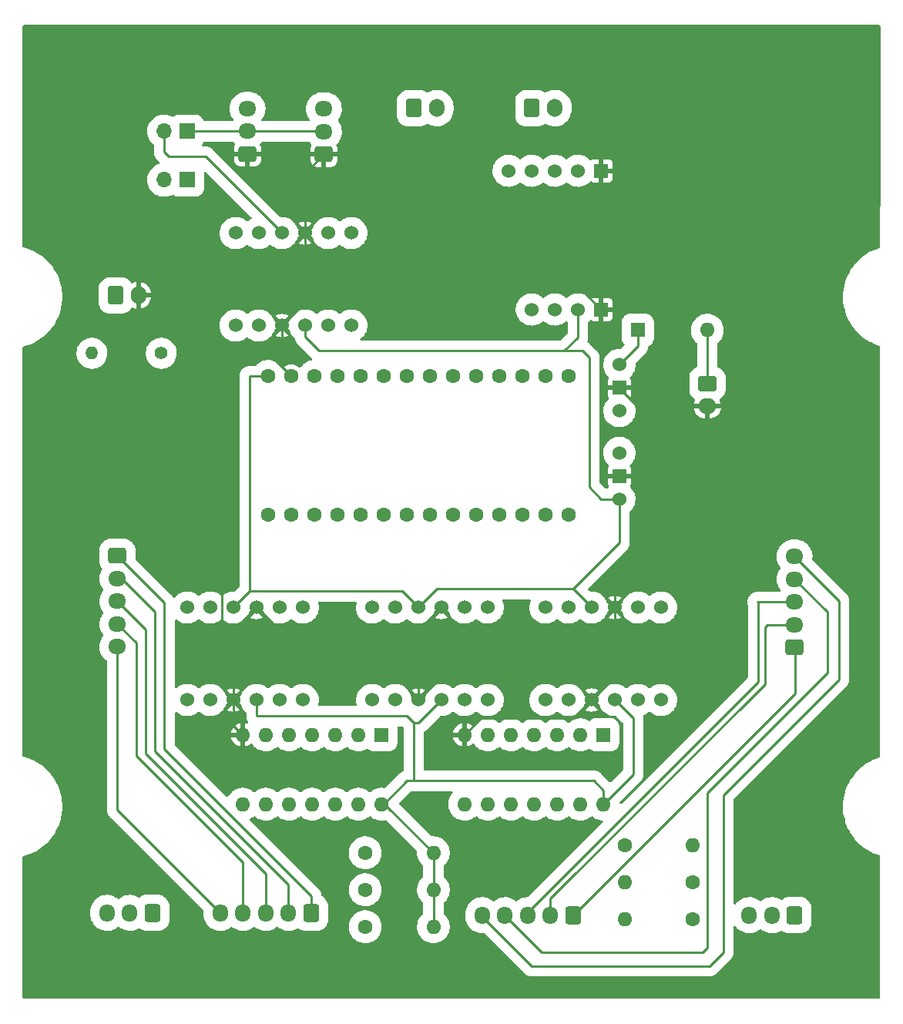
<source format=gbl>
%TF.GenerationSoftware,KiCad,Pcbnew,6.0.11-2627ca5db0~126~ubuntu20.04.1*%
%TF.CreationDate,2023-02-06T13:13:27-05:00*%
%TF.ProjectId,ScooterBLDCMotorController,53636f6f-7465-4724-924c-44434d6f746f,rev?*%
%TF.SameCoordinates,Original*%
%TF.FileFunction,Copper,L2,Bot*%
%TF.FilePolarity,Positive*%
%FSLAX46Y46*%
G04 Gerber Fmt 4.6, Leading zero omitted, Abs format (unit mm)*
G04 Created by KiCad (PCBNEW 6.0.11-2627ca5db0~126~ubuntu20.04.1) date 2023-02-06 13:13:27*
%MOMM*%
%LPD*%
G01*
G04 APERTURE LIST*
G04 Aperture macros list*
%AMRoundRect*
0 Rectangle with rounded corners*
0 $1 Rounding radius*
0 $2 $3 $4 $5 $6 $7 $8 $9 X,Y pos of 4 corners*
0 Add a 4 corners polygon primitive as box body*
4,1,4,$2,$3,$4,$5,$6,$7,$8,$9,$2,$3,0*
0 Add four circle primitives for the rounded corners*
1,1,$1+$1,$2,$3*
1,1,$1+$1,$4,$5*
1,1,$1+$1,$6,$7*
1,1,$1+$1,$8,$9*
0 Add four rect primitives between the rounded corners*
20,1,$1+$1,$2,$3,$4,$5,0*
20,1,$1+$1,$4,$5,$6,$7,0*
20,1,$1+$1,$6,$7,$8,$9,0*
20,1,$1+$1,$8,$9,$2,$3,0*%
G04 Aperture macros list end*
%TA.AperFunction,ComponentPad*%
%ADD10RoundRect,0.250000X0.600000X0.725000X-0.600000X0.725000X-0.600000X-0.725000X0.600000X-0.725000X0*%
%TD*%
%TA.AperFunction,ComponentPad*%
%ADD11O,1.700000X1.950000*%
%TD*%
%TA.AperFunction,ComponentPad*%
%ADD12C,1.600000*%
%TD*%
%TA.AperFunction,ComponentPad*%
%ADD13O,1.600000X1.600000*%
%TD*%
%TA.AperFunction,ComponentPad*%
%ADD14C,1.524000*%
%TD*%
%TA.AperFunction,ComponentPad*%
%ADD15R,1.524000X1.524000*%
%TD*%
%TA.AperFunction,ComponentPad*%
%ADD16RoundRect,0.250000X0.725000X-0.600000X0.725000X0.600000X-0.725000X0.600000X-0.725000X-0.600000X0*%
%TD*%
%TA.AperFunction,ComponentPad*%
%ADD17O,1.950000X1.700000*%
%TD*%
%TA.AperFunction,ComponentPad*%
%ADD18RoundRect,0.250000X-0.750000X0.600000X-0.750000X-0.600000X0.750000X-0.600000X0.750000X0.600000X0*%
%TD*%
%TA.AperFunction,ComponentPad*%
%ADD19O,2.000000X1.700000*%
%TD*%
%TA.AperFunction,ComponentPad*%
%ADD20RoundRect,0.250000X-0.600000X-0.750000X0.600000X-0.750000X0.600000X0.750000X-0.600000X0.750000X0*%
%TD*%
%TA.AperFunction,ComponentPad*%
%ADD21O,1.700000X2.000000*%
%TD*%
%TA.AperFunction,ComponentPad*%
%ADD22C,1.400000*%
%TD*%
%TA.AperFunction,ComponentPad*%
%ADD23O,1.400000X1.400000*%
%TD*%
%TA.AperFunction,ComponentPad*%
%ADD24R,1.600000X1.600000*%
%TD*%
%TA.AperFunction,ComponentPad*%
%ADD25R,1.700000X1.700000*%
%TD*%
%TA.AperFunction,ComponentPad*%
%ADD26O,1.700000X1.700000*%
%TD*%
%TA.AperFunction,ComponentPad*%
%ADD27RoundRect,0.250000X-0.725000X0.600000X-0.725000X-0.600000X0.725000X-0.600000X0.725000X0.600000X0*%
%TD*%
%TA.AperFunction,Conductor*%
%ADD28C,0.250000*%
%TD*%
G04 APERTURE END LIST*
D10*
X133310000Y-136288000D03*
D11*
X130810000Y-136288000D03*
X128310000Y-136288000D03*
X125810000Y-136288000D03*
X123310000Y-136288000D03*
D12*
X175240000Y-137016000D03*
D13*
X167740000Y-137016000D03*
D14*
X137708000Y-61578000D03*
X135168000Y-61578000D03*
X132628000Y-61578000D03*
X130088000Y-61578000D03*
X127548000Y-61578000D03*
X125008000Y-61578000D03*
X125008000Y-71738000D03*
X127548000Y-71738000D03*
X130088000Y-71738000D03*
X132628000Y-71738000D03*
X135168000Y-71738000D03*
X137708000Y-71738000D03*
D12*
X128564000Y-92566000D03*
X131104000Y-92566000D03*
X133644000Y-92566000D03*
X136184000Y-92566000D03*
X138724000Y-92566000D03*
X141264000Y-92566000D03*
X143804000Y-92566000D03*
X146344000Y-92566000D03*
X148884000Y-92566000D03*
X151424000Y-92566000D03*
X153964000Y-92566000D03*
X156504000Y-92566000D03*
X159044000Y-92566000D03*
X161584000Y-92566000D03*
X161584000Y-77326000D03*
X159044000Y-77326000D03*
X156504000Y-77326000D03*
X153964000Y-77326000D03*
X151424000Y-77326000D03*
X148884000Y-77326000D03*
X146344000Y-77326000D03*
X143804000Y-77326000D03*
X141264000Y-77326000D03*
X138724000Y-77326000D03*
X136184000Y-77326000D03*
X133644000Y-77326000D03*
X131104000Y-77326000D03*
X128564000Y-77326000D03*
D14*
X157540000Y-69978500D03*
X160080000Y-69978500D03*
X162620000Y-69978500D03*
D15*
X165160000Y-69978500D03*
X165160000Y-54738500D03*
D14*
X162620000Y-54738500D03*
X160080000Y-54738500D03*
X157540000Y-54738500D03*
X155000000Y-54738500D03*
D16*
X134700000Y-52942000D03*
D17*
X134700000Y-50442000D03*
X134700000Y-47942000D03*
D18*
X176841000Y-78108000D03*
D19*
X176841000Y-80608000D03*
D20*
X111820000Y-68419000D03*
D21*
X114320000Y-68419000D03*
D14*
X139994000Y-112886000D03*
X142534000Y-112886000D03*
X145074000Y-112886000D03*
X147614000Y-112886000D03*
X150154000Y-112886000D03*
X152694000Y-112886000D03*
X152694000Y-102726000D03*
X150154000Y-102726000D03*
X147614000Y-102726000D03*
X145074000Y-102726000D03*
X142534000Y-102726000D03*
X139994000Y-102726000D03*
D10*
X162092000Y-136525000D03*
D11*
X159592000Y-136525000D03*
X157092000Y-136525000D03*
X154592000Y-136525000D03*
X152092000Y-136525000D03*
D14*
X167172000Y-85725000D03*
D15*
X167172000Y-88265000D03*
D14*
X167172000Y-90805000D03*
D12*
X175240000Y-132952000D03*
D13*
X167740000Y-132952000D03*
D20*
X157560000Y-47845000D03*
D21*
X160060000Y-47845000D03*
D22*
X116830000Y-74786000D03*
D23*
X109210000Y-74786000D03*
D10*
X115864000Y-136271000D03*
D11*
X113364000Y-136271000D03*
X110864000Y-136271000D03*
D16*
X186419000Y-107108000D03*
D17*
X186419000Y-104608000D03*
X186419000Y-102108000D03*
X186419000Y-99608000D03*
X186419000Y-97108000D03*
D24*
X165399000Y-116706000D03*
D13*
X162859000Y-116706000D03*
X160319000Y-116706000D03*
X157779000Y-116706000D03*
X155239000Y-116706000D03*
X152699000Y-116706000D03*
X150159000Y-116706000D03*
X150159000Y-124326000D03*
X152699000Y-124326000D03*
X155239000Y-124326000D03*
X157779000Y-124326000D03*
X160319000Y-124326000D03*
X162859000Y-124326000D03*
X165399000Y-124326000D03*
D25*
X119674000Y-55736000D03*
D26*
X117134000Y-55736000D03*
D25*
X119674000Y-50402000D03*
D26*
X117134000Y-50402000D03*
D14*
X159044000Y-112886000D03*
X161584000Y-112886000D03*
X164124000Y-112886000D03*
X166664000Y-112886000D03*
X169204000Y-112886000D03*
X171744000Y-112886000D03*
X171744000Y-102726000D03*
X169204000Y-102726000D03*
X166664000Y-102726000D03*
X164124000Y-102726000D03*
X161584000Y-102726000D03*
X159044000Y-102726000D03*
X167172000Y-76056000D03*
D15*
X167172000Y-78596000D03*
D14*
X167172000Y-81136000D03*
D20*
X144586000Y-47845000D03*
D21*
X147086000Y-47845000D03*
D14*
X119674000Y-112886000D03*
X122214000Y-112886000D03*
X124754000Y-112886000D03*
X127294000Y-112886000D03*
X129834000Y-112886000D03*
X132374000Y-112886000D03*
X132374000Y-102726000D03*
X129834000Y-102726000D03*
X127294000Y-102726000D03*
X124754000Y-102726000D03*
X122214000Y-102726000D03*
X119674000Y-102726000D03*
D12*
X139232000Y-129667000D03*
D13*
X146732000Y-129667000D03*
D24*
X169204000Y-72246000D03*
D13*
X176824000Y-72246000D03*
D12*
X139232000Y-133731000D03*
D13*
X146732000Y-133731000D03*
D24*
X141015000Y-116706000D03*
D13*
X138475000Y-116706000D03*
X135935000Y-116706000D03*
X133395000Y-116706000D03*
X130855000Y-116706000D03*
X128315000Y-116706000D03*
X125775000Y-116706000D03*
X125775000Y-124326000D03*
X128315000Y-124326000D03*
X130855000Y-124326000D03*
X133395000Y-124326000D03*
X135935000Y-124326000D03*
X138475000Y-124326000D03*
X141015000Y-124326000D03*
D12*
X139232000Y-137795000D03*
D13*
X146732000Y-137795000D03*
D12*
X167740000Y-128888000D03*
D13*
X175240000Y-128888000D03*
D16*
X126301000Y-52902000D03*
D17*
X126301000Y-50402000D03*
X126301000Y-47902000D03*
D10*
X186436000Y-136525000D03*
D11*
X183936000Y-136525000D03*
X181436000Y-136525000D03*
D27*
X112014000Y-97028000D03*
D17*
X112014000Y-99528000D03*
X112014000Y-102028000D03*
X112014000Y-104528000D03*
X112014000Y-107028000D03*
D28*
X170220000Y-88265000D02*
X170220000Y-80645000D01*
X123484000Y-76564000D02*
X125008000Y-75040000D01*
X166664000Y-110346000D02*
X164124000Y-112886000D01*
X130088000Y-73770000D02*
X130088000Y-71738000D01*
X170220000Y-80645000D02*
X170183000Y-80608000D01*
X164124000Y-112886000D02*
X162092000Y-114918000D01*
X153710000Y-110854000D02*
X157774000Y-114918000D01*
X132628000Y-55014000D02*
X134700000Y-52942000D01*
X128818000Y-75040000D02*
X130088000Y-73770000D01*
X147106000Y-110854000D02*
X153710000Y-110854000D01*
X132628000Y-61578000D02*
X132628000Y-69198000D01*
X124754000Y-110346000D02*
X129834000Y-105266000D01*
X169204000Y-80645000D02*
X169241000Y-80608000D01*
X166664000Y-102726000D02*
X166664000Y-110346000D01*
X132628000Y-61578000D02*
X132628000Y-55014000D01*
X132628000Y-69198000D02*
X134406000Y-67420000D01*
X157774000Y-114918000D02*
X151947000Y-114918000D01*
X145074000Y-112886000D02*
X147106000Y-110854000D01*
X129834000Y-105266000D02*
X145074000Y-105266000D01*
X167172000Y-78613000D02*
X169204000Y-80645000D01*
X127294000Y-102726000D02*
X125262000Y-104758000D01*
X125008000Y-75040000D02*
X118387000Y-68419000D01*
X134700000Y-52942000D02*
X126341000Y-52942000D01*
X167172000Y-88265000D02*
X170220000Y-88265000D01*
X170220000Y-97646000D02*
X170220000Y-88265000D01*
X162601500Y-67420000D02*
X165160000Y-69978500D01*
X165160000Y-69978500D02*
X165160000Y-54738500D01*
X128818000Y-75040000D02*
X131104000Y-77326000D01*
X145074000Y-105266000D02*
X147614000Y-102726000D01*
X166664000Y-101202000D02*
X170220000Y-97646000D01*
X118387000Y-68419000D02*
X114320000Y-68419000D01*
X124754000Y-115685000D02*
X125775000Y-116706000D01*
X127294000Y-102726000D02*
X129834000Y-105266000D01*
X151947000Y-114918000D02*
X150159000Y-116706000D01*
X134406000Y-67420000D02*
X162601500Y-67420000D01*
X145074000Y-112886000D02*
X145074000Y-105266000D01*
X169241000Y-80608000D02*
X170183000Y-80608000D01*
X166664000Y-102726000D02*
X166664000Y-101202000D01*
X170183000Y-80608000D02*
X176841000Y-80608000D01*
X125262000Y-104758000D02*
X123484000Y-104758000D01*
X124754000Y-112886000D02*
X124754000Y-110346000D01*
X132628000Y-69198000D02*
X130088000Y-71738000D01*
X124754000Y-112886000D02*
X124754000Y-115685000D01*
X162092000Y-114918000D02*
X157774000Y-114918000D01*
X125008000Y-75040000D02*
X128818000Y-75040000D01*
X123484000Y-104758000D02*
X123484000Y-76564000D01*
X116118000Y-118491000D02*
X116118000Y-103164000D01*
X116118000Y-103164000D02*
X112482000Y-99528000D01*
X130810000Y-136288000D02*
X130810000Y-133183000D01*
X130810000Y-133183000D02*
X116118000Y-118491000D01*
X164378000Y-121776000D02*
X144566000Y-121776000D01*
X165399000Y-124326000D02*
X165399000Y-122797000D01*
X127294000Y-114664000D02*
X127294000Y-112886000D01*
X143804000Y-114664000D02*
X127294000Y-114664000D01*
X168696000Y-114918000D02*
X166664000Y-112886000D01*
X146732000Y-137795000D02*
X146732000Y-133731000D01*
X130088000Y-61578000D02*
X121706000Y-53196000D01*
X165399000Y-122797000D02*
X164378000Y-121776000D01*
X143804000Y-121776000D02*
X141254000Y-124326000D01*
X144566000Y-121776000D02*
X143804000Y-121776000D01*
X144566000Y-115426000D02*
X143804000Y-114664000D01*
X145074000Y-115426000D02*
X147614000Y-112886000D01*
X117642000Y-53196000D02*
X117134000Y-52688000D01*
X168696000Y-121029000D02*
X168696000Y-114918000D01*
X165399000Y-124326000D02*
X168696000Y-121029000D01*
X144566000Y-115426000D02*
X145074000Y-115426000D01*
X117134000Y-52688000D02*
X117134000Y-50402000D01*
X146732000Y-129667000D02*
X141391000Y-124326000D01*
X146732000Y-133731000D02*
X146732000Y-129667000D01*
X121706000Y-53196000D02*
X117642000Y-53196000D01*
X144566000Y-121776000D02*
X144566000Y-115426000D01*
X128310000Y-136288000D02*
X128310000Y-131953000D01*
X115102000Y-118745000D02*
X115102000Y-105116000D01*
X128310000Y-131953000D02*
X115102000Y-118745000D01*
X115102000Y-105116000D02*
X112014000Y-102028000D01*
X114086000Y-118999000D02*
X114086000Y-106600000D01*
X114086000Y-118999000D02*
X125810000Y-130723000D01*
X125810000Y-130723000D02*
X125810000Y-136288000D01*
X114086000Y-106600000D02*
X112014000Y-104528000D01*
X159592000Y-136525000D02*
X159592000Y-134707000D01*
X183174000Y-104862000D02*
X183428000Y-104608000D01*
X159592000Y-134707000D02*
X183174000Y-111125000D01*
X183174000Y-111125000D02*
X183174000Y-104862000D01*
X183428000Y-104608000D02*
X186419000Y-104608000D01*
X157092000Y-136191000D02*
X182412000Y-110871000D01*
X182372000Y-102108000D02*
X186419000Y-102108000D01*
X182412000Y-110871000D02*
X182412000Y-102148000D01*
X182412000Y-102148000D02*
X182372000Y-102108000D01*
X176824000Y-140081000D02*
X176824000Y-123063000D01*
X154592000Y-136525000D02*
X158656000Y-140589000D01*
X176316000Y-140589000D02*
X176824000Y-140081000D01*
X158656000Y-140589000D02*
X176316000Y-140589000D01*
X190032000Y-109855000D02*
X190032000Y-103221000D01*
X190032000Y-103221000D02*
X186419000Y-99608000D01*
X176824000Y-123063000D02*
X190032000Y-109855000D01*
X169204000Y-74024000D02*
X167172000Y-76056000D01*
X169204000Y-72246000D02*
X169204000Y-74024000D01*
X165157000Y-90805000D02*
X167172000Y-90805000D01*
X134152000Y-74532000D02*
X161116000Y-74532000D01*
X126532000Y-77326000D02*
X128564000Y-77326000D01*
X143296000Y-100948000D02*
X126532000Y-100948000D01*
X126532000Y-100948000D02*
X124754000Y-102726000D01*
X163870000Y-89518000D02*
X165157000Y-90805000D01*
X162620000Y-73028000D02*
X162620000Y-69978500D01*
X164124000Y-102726000D02*
X162092000Y-100694000D01*
X161116000Y-74532000D02*
X163108000Y-74532000D01*
X147106000Y-100694000D02*
X145074000Y-102726000D01*
X162092000Y-100694000D02*
X147106000Y-100694000D01*
X145074000Y-102726000D02*
X143296000Y-100948000D01*
X163108000Y-74532000D02*
X163870000Y-75294000D01*
X132628000Y-71738000D02*
X132628000Y-73008000D01*
X167172000Y-95614000D02*
X167172000Y-90805000D01*
X161116000Y-74532000D02*
X162620000Y-73028000D01*
X163870000Y-75294000D02*
X163870000Y-89518000D01*
X126532000Y-100948000D02*
X126532000Y-77326000D01*
X167172000Y-95614000D02*
X162092000Y-100694000D01*
X132628000Y-73008000D02*
X134152000Y-74532000D01*
X119674000Y-50402000D02*
X126301000Y-50402000D01*
X126301000Y-50402000D02*
X134660000Y-50402000D01*
X176824000Y-78091000D02*
X176824000Y-72246000D01*
X117177500Y-118280500D02*
X117177500Y-102191500D01*
X133310000Y-136288000D02*
X133310000Y-134413000D01*
X117177500Y-118280500D02*
X133310000Y-134413000D01*
X117177500Y-102191500D02*
X112014000Y-97028000D01*
X123310000Y-136288000D02*
X112014000Y-124992000D01*
X112014000Y-124992000D02*
X112014000Y-107028000D01*
X186459000Y-112158000D02*
X186459000Y-107148000D01*
X162092000Y-136525000D02*
X186459000Y-112158000D01*
X178602000Y-123317000D02*
X191302000Y-110617000D01*
X177078000Y-142113000D02*
X178602000Y-140589000D01*
X152092000Y-136685000D02*
X157520000Y-142113000D01*
X178602000Y-140589000D02*
X178602000Y-123317000D01*
X191302000Y-101991000D02*
X186419000Y-97108000D01*
X157520000Y-142113000D02*
X177078000Y-142113000D01*
X191302000Y-110617000D02*
X191302000Y-101991000D01*
%TA.AperFunction,Conductor*%
G36*
X195780896Y-38739502D02*
G01*
X195827389Y-38793158D01*
X195838775Y-38845507D01*
X195837950Y-54246851D01*
X195837478Y-63079050D01*
X195837477Y-63090949D01*
X195817471Y-63159068D01*
X195763813Y-63205558D01*
X195747900Y-63211562D01*
X195500521Y-63286250D01*
X195064017Y-63459074D01*
X194643505Y-63667818D01*
X194241935Y-63911018D01*
X194239803Y-63912567D01*
X194239800Y-63912569D01*
X193864269Y-64185407D01*
X193864260Y-64185414D01*
X193862124Y-64186966D01*
X193686639Y-64338441D01*
X193508728Y-64492009D01*
X193508721Y-64492016D01*
X193506736Y-64493729D01*
X193178264Y-64829154D01*
X192879011Y-65190889D01*
X192611077Y-65576396D01*
X192376341Y-65982970D01*
X192176449Y-66407762D01*
X192175527Y-66410242D01*
X192175525Y-66410246D01*
X192168359Y-66429514D01*
X192012804Y-66847789D01*
X191969010Y-67004643D01*
X191899018Y-67255328D01*
X191886554Y-67299968D01*
X191798583Y-67761124D01*
X191798309Y-67763733D01*
X191750593Y-68217723D01*
X191749510Y-68228025D01*
X191745170Y-68435223D01*
X191739768Y-68693116D01*
X191739678Y-68697394D01*
X191743260Y-68754325D01*
X191767860Y-69145318D01*
X191769157Y-69165940D01*
X191837739Y-69630376D01*
X191838340Y-69632937D01*
X191838341Y-69632944D01*
X191865284Y-69747815D01*
X191944943Y-70087444D01*
X191945759Y-70089955D01*
X191945760Y-70089959D01*
X192072462Y-70479907D01*
X192090018Y-70533938D01*
X192091039Y-70536366D01*
X192091039Y-70536367D01*
X192105388Y-70570501D01*
X192271946Y-70966728D01*
X192273166Y-70969061D01*
X192273168Y-70969066D01*
X192484581Y-71373461D01*
X192489450Y-71382775D01*
X192490864Y-71385003D01*
X192739582Y-71776921D01*
X192739588Y-71776930D01*
X192741006Y-71779164D01*
X192742605Y-71781271D01*
X192742606Y-71781272D01*
X192986362Y-72102408D01*
X193024849Y-72153113D01*
X193338987Y-72501999D01*
X193681217Y-72823374D01*
X194049140Y-73114986D01*
X194051329Y-73116440D01*
X194051334Y-73116444D01*
X194437981Y-73373332D01*
X194437987Y-73373336D01*
X194440173Y-73374788D01*
X194734934Y-73536834D01*
X194849098Y-73599596D01*
X194851575Y-73600958D01*
X194853985Y-73602031D01*
X195270999Y-73787698D01*
X195280459Y-73791910D01*
X195723818Y-73946303D01*
X195726360Y-73946956D01*
X195726361Y-73946956D01*
X195742225Y-73951029D01*
X195803231Y-73987344D01*
X195834919Y-74050876D01*
X195836888Y-74073069D01*
X195835283Y-104029610D01*
X195834476Y-119091855D01*
X195814470Y-119159974D01*
X195760812Y-119206464D01*
X195744898Y-119212468D01*
X195500521Y-119286250D01*
X195064017Y-119459074D01*
X194643505Y-119667818D01*
X194241935Y-119911018D01*
X194239803Y-119912567D01*
X194239800Y-119912569D01*
X193864269Y-120185407D01*
X193864260Y-120185414D01*
X193862124Y-120186966D01*
X193686639Y-120338441D01*
X193508728Y-120492009D01*
X193508721Y-120492016D01*
X193506736Y-120493729D01*
X193178264Y-120829154D01*
X193176591Y-120831177D01*
X193176585Y-120831183D01*
X193060002Y-120972108D01*
X192879011Y-121190889D01*
X192611077Y-121576396D01*
X192376341Y-121982970D01*
X192176449Y-122407762D01*
X192175527Y-122410242D01*
X192175525Y-122410246D01*
X192013724Y-122845315D01*
X192012804Y-122847789D01*
X191950048Y-123072556D01*
X191892824Y-123277512D01*
X191886554Y-123299968D01*
X191798583Y-123761124D01*
X191796263Y-123783198D01*
X191752299Y-124201494D01*
X191749510Y-124228025D01*
X191739678Y-124697394D01*
X191739844Y-124700028D01*
X191766513Y-125123910D01*
X191769157Y-125165940D01*
X191837739Y-125630376D01*
X191838340Y-125632937D01*
X191838341Y-125632944D01*
X191863490Y-125740167D01*
X191944943Y-126087444D01*
X191945759Y-126089955D01*
X191945760Y-126089959D01*
X192004777Y-126271594D01*
X192090018Y-126533938D01*
X192271946Y-126966728D01*
X192273166Y-126969061D01*
X192273168Y-126969066D01*
X192458130Y-127322865D01*
X192489450Y-127382775D01*
X192490864Y-127385003D01*
X192739582Y-127776921D01*
X192739588Y-127776930D01*
X192741006Y-127779164D01*
X192742605Y-127781271D01*
X192742606Y-127781272D01*
X192993101Y-128111286D01*
X193024849Y-128153113D01*
X193338987Y-128501999D01*
X193681217Y-128823374D01*
X194049140Y-129114986D01*
X194051329Y-129116440D01*
X194051334Y-129116444D01*
X194437981Y-129373332D01*
X194437987Y-129373336D01*
X194440173Y-129374788D01*
X194851575Y-129600958D01*
X194853985Y-129602031D01*
X195159414Y-129738017D01*
X195280459Y-129791910D01*
X195723818Y-129946303D01*
X195739222Y-129950258D01*
X195800227Y-129986570D01*
X195831917Y-130050102D01*
X195833888Y-130072306D01*
X195833058Y-145558509D01*
X195813053Y-145626626D01*
X195759395Y-145673116D01*
X195707059Y-145684500D01*
X101720108Y-145684500D01*
X101651987Y-145664498D01*
X101605494Y-145610842D01*
X101594108Y-145558493D01*
X101594596Y-136464223D01*
X109013500Y-136464223D01*
X109013665Y-136466491D01*
X109013665Y-136466503D01*
X109018827Y-136537643D01*
X109027984Y-136663846D01*
X109028968Y-136668301D01*
X109028968Y-136668304D01*
X109055706Y-136789408D01*
X109085880Y-136926080D01*
X109133452Y-137051645D01*
X109155749Y-137110495D01*
X109181025Y-137177211D01*
X109311426Y-137411976D01*
X109330690Y-137437218D01*
X109464823Y-137612974D01*
X109474350Y-137625458D01*
X109666386Y-137813185D01*
X109690538Y-137830765D01*
X109867012Y-137959217D01*
X109883509Y-137971225D01*
X109957914Y-138010371D01*
X110117132Y-138094140D01*
X110117138Y-138094143D01*
X110121172Y-138096265D01*
X110125477Y-138097785D01*
X110125481Y-138097787D01*
X110350361Y-138177200D01*
X110374397Y-138185688D01*
X110460648Y-138202688D01*
X110633406Y-138236739D01*
X110633412Y-138236740D01*
X110637878Y-138237620D01*
X110642431Y-138237847D01*
X110642434Y-138237847D01*
X110901526Y-138250745D01*
X110901532Y-138250745D01*
X110906095Y-138250972D01*
X111173431Y-138225466D01*
X111177865Y-138224381D01*
X111177871Y-138224380D01*
X111429851Y-138162721D01*
X111434285Y-138161636D01*
X111438511Y-138159924D01*
X111438515Y-138159923D01*
X111678963Y-138062531D01*
X111678964Y-138062531D01*
X111683192Y-138060818D01*
X111914938Y-137925125D01*
X112032930Y-137830765D01*
X112098622Y-137803841D01*
X112168443Y-137816707D01*
X112185772Y-137827296D01*
X112190538Y-137830765D01*
X112367012Y-137959217D01*
X112383509Y-137971225D01*
X112457914Y-138010371D01*
X112617132Y-138094140D01*
X112617138Y-138094143D01*
X112621172Y-138096265D01*
X112625477Y-138097785D01*
X112625481Y-138097787D01*
X112850361Y-138177200D01*
X112874397Y-138185688D01*
X112960648Y-138202688D01*
X113133406Y-138236739D01*
X113133412Y-138236740D01*
X113137878Y-138237620D01*
X113142431Y-138237847D01*
X113142434Y-138237847D01*
X113401526Y-138250745D01*
X113401532Y-138250745D01*
X113406095Y-138250972D01*
X113673431Y-138225466D01*
X113677865Y-138224381D01*
X113677871Y-138224380D01*
X113929851Y-138162721D01*
X113934285Y-138161636D01*
X113938511Y-138159924D01*
X113938515Y-138159923D01*
X114178963Y-138062531D01*
X114178964Y-138062531D01*
X114183192Y-138060818D01*
X114303544Y-137990349D01*
X114342556Y-137967507D01*
X114411448Y-137950347D01*
X114478131Y-137972774D01*
X114496496Y-137985538D01*
X114634275Y-138081297D01*
X114641925Y-138086614D01*
X114768085Y-138144374D01*
X114839782Y-138177200D01*
X114839784Y-138177201D01*
X114844887Y-138179537D01*
X115061098Y-138235051D01*
X115125232Y-138240267D01*
X115199311Y-138246293D01*
X115199323Y-138246293D01*
X115201862Y-138246500D01*
X116526138Y-138246500D01*
X116528677Y-138246293D01*
X116528689Y-138246293D01*
X116602768Y-138240267D01*
X116666902Y-138235051D01*
X116883113Y-138179537D01*
X116888216Y-138177201D01*
X116888218Y-138177200D01*
X116959915Y-138144374D01*
X117086075Y-138086614D01*
X117090681Y-138083413D01*
X117264767Y-137962420D01*
X117264769Y-137962418D01*
X117269375Y-137959217D01*
X117427217Y-137801375D01*
X117453089Y-137764151D01*
X117551413Y-137622681D01*
X117551414Y-137622679D01*
X117554614Y-137618075D01*
X117615024Y-137486127D01*
X117645200Y-137420218D01*
X117645201Y-137420216D01*
X117647537Y-137415113D01*
X117703051Y-137198902D01*
X117710242Y-137110495D01*
X117714293Y-137060689D01*
X117714293Y-137060677D01*
X117714500Y-137058138D01*
X117714500Y-135483862D01*
X117713853Y-135475898D01*
X117706428Y-135384617D01*
X117703051Y-135343098D01*
X117647537Y-135126887D01*
X117643553Y-135118184D01*
X117596448Y-135015298D01*
X117554614Y-134923925D01*
X117519726Y-134873728D01*
X117430420Y-134745233D01*
X117430418Y-134745231D01*
X117427217Y-134740625D01*
X117269375Y-134582783D01*
X117264769Y-134579582D01*
X117264767Y-134579580D01*
X117090681Y-134458587D01*
X117090679Y-134458586D01*
X117086075Y-134455386D01*
X116925954Y-134382077D01*
X116888218Y-134364800D01*
X116888216Y-134364799D01*
X116883113Y-134362463D01*
X116666902Y-134306949D01*
X116602768Y-134301733D01*
X116528689Y-134295707D01*
X116528677Y-134295707D01*
X116526138Y-134295500D01*
X115201862Y-134295500D01*
X115199323Y-134295707D01*
X115199311Y-134295707D01*
X115125232Y-134301733D01*
X115061098Y-134306949D01*
X114844887Y-134362463D01*
X114839784Y-134364799D01*
X114839782Y-134364800D01*
X114802046Y-134382077D01*
X114641925Y-134455386D01*
X114637321Y-134458586D01*
X114637319Y-134458587D01*
X114612493Y-134475842D01*
X114481612Y-134566807D01*
X114414262Y-134589259D01*
X114344537Y-134570687D01*
X114344491Y-134570775D01*
X114344104Y-134570571D01*
X114344102Y-134570571D01*
X114178587Y-134483489D01*
X114110868Y-134447860D01*
X114110862Y-134447857D01*
X114106828Y-134445735D01*
X114102523Y-134444215D01*
X114102519Y-134444213D01*
X113857916Y-134357835D01*
X113857915Y-134357835D01*
X113853603Y-134356312D01*
X113708504Y-134327713D01*
X113594594Y-134305261D01*
X113594588Y-134305260D01*
X113590122Y-134304380D01*
X113585569Y-134304153D01*
X113585566Y-134304153D01*
X113326474Y-134291255D01*
X113326468Y-134291255D01*
X113321905Y-134291028D01*
X113054569Y-134316534D01*
X113050135Y-134317619D01*
X113050129Y-134317620D01*
X112857320Y-134364800D01*
X112793715Y-134380364D01*
X112789489Y-134382076D01*
X112789485Y-134382077D01*
X112566524Y-134472386D01*
X112544808Y-134481182D01*
X112313062Y-134616875D01*
X112200303Y-134707051D01*
X112195071Y-134711235D01*
X112129378Y-134738159D01*
X112059557Y-134725293D01*
X112042226Y-134714703D01*
X112031714Y-134707051D01*
X111910470Y-134618800D01*
X111848183Y-134573462D01*
X111848180Y-134573460D01*
X111844491Y-134570775D01*
X111678587Y-134483489D01*
X111610868Y-134447860D01*
X111610862Y-134447857D01*
X111606828Y-134445735D01*
X111602523Y-134444215D01*
X111602519Y-134444213D01*
X111357916Y-134357835D01*
X111357915Y-134357835D01*
X111353603Y-134356312D01*
X111208504Y-134327713D01*
X111094594Y-134305261D01*
X111094588Y-134305260D01*
X111090122Y-134304380D01*
X111085569Y-134304153D01*
X111085566Y-134304153D01*
X110826474Y-134291255D01*
X110826468Y-134291255D01*
X110821905Y-134291028D01*
X110554569Y-134316534D01*
X110550135Y-134317619D01*
X110550129Y-134317620D01*
X110357320Y-134364800D01*
X110293715Y-134380364D01*
X110289489Y-134382076D01*
X110289485Y-134382077D01*
X110066524Y-134472386D01*
X110044808Y-134481182D01*
X109813062Y-134616875D01*
X109697383Y-134709386D01*
X109652760Y-134745072D01*
X109603331Y-134784601D01*
X109420009Y-134980846D01*
X109396109Y-135015298D01*
X109269539Y-135197746D01*
X109269536Y-135197751D01*
X109266936Y-135201499D01*
X109264904Y-135205584D01*
X109264902Y-135205587D01*
X109242203Y-135251215D01*
X109147320Y-135441938D01*
X109145899Y-135446272D01*
X109145898Y-135446275D01*
X109065395Y-135691850D01*
X109063665Y-135697126D01*
X109062885Y-135701617D01*
X109062885Y-135701618D01*
X109018783Y-135955618D01*
X109017724Y-135961717D01*
X109017533Y-135965554D01*
X109014284Y-136030828D01*
X109013500Y-136046567D01*
X109013500Y-136464223D01*
X101594596Y-136464223D01*
X101594936Y-130141887D01*
X101614942Y-130073768D01*
X101668600Y-130027278D01*
X101694738Y-130018648D01*
X101735459Y-130009992D01*
X101735471Y-130009989D01*
X101738044Y-130009442D01*
X102187479Y-129873750D01*
X102623983Y-129700926D01*
X103044495Y-129492182D01*
X103446065Y-129248982D01*
X103448200Y-129247431D01*
X103823731Y-128974593D01*
X103823740Y-128974586D01*
X103825876Y-128973034D01*
X104043742Y-128784977D01*
X104179272Y-128667991D01*
X104179279Y-128667984D01*
X104181264Y-128666271D01*
X104509736Y-128330846D01*
X104526340Y-128310776D01*
X104790466Y-127991501D01*
X104808989Y-127969111D01*
X105076923Y-127583604D01*
X105311659Y-127177030D01*
X105511551Y-126752238D01*
X105675196Y-126312211D01*
X105752770Y-126034370D01*
X105800738Y-125862569D01*
X105800740Y-125862561D01*
X105801446Y-125860032D01*
X105889417Y-125398876D01*
X105938490Y-124931975D01*
X105947325Y-124510197D01*
X105948267Y-124465245D01*
X105948267Y-124465238D01*
X105948322Y-124462606D01*
X105924634Y-124086102D01*
X105919010Y-123996709D01*
X105919009Y-123996701D01*
X105918843Y-123994060D01*
X105850261Y-123529624D01*
X105837595Y-123475619D01*
X105743660Y-123075129D01*
X105743057Y-123072556D01*
X105716815Y-122991790D01*
X105598798Y-122628573D01*
X105598797Y-122628570D01*
X105597982Y-122626062D01*
X105416054Y-122193272D01*
X105299227Y-121969802D01*
X105199770Y-121779558D01*
X105199766Y-121779552D01*
X105198550Y-121777225D01*
X105125978Y-121662870D01*
X104948418Y-121383079D01*
X104948412Y-121383070D01*
X104946994Y-121380836D01*
X104699588Y-121054891D01*
X104664737Y-121008976D01*
X104664733Y-121008971D01*
X104663151Y-121006887D01*
X104349013Y-120658001D01*
X104341026Y-120650500D01*
X104172249Y-120492009D01*
X104006783Y-120336626D01*
X103638860Y-120045014D01*
X103636666Y-120043556D01*
X103250019Y-119786668D01*
X103250013Y-119786664D01*
X103247827Y-119785212D01*
X102836425Y-119559042D01*
X102407541Y-119368090D01*
X101964182Y-119213697D01*
X101875705Y-119190980D01*
X101690197Y-119143349D01*
X101629191Y-119107035D01*
X101597502Y-119043502D01*
X101595532Y-119021301D01*
X101595560Y-118510266D01*
X101596174Y-107070095D01*
X110034028Y-107070095D01*
X110059534Y-107337431D01*
X110123364Y-107598285D01*
X110224182Y-107847192D01*
X110359875Y-108078938D01*
X110527601Y-108288669D01*
X110723846Y-108471991D01*
X110776858Y-108508767D01*
X110834320Y-108548630D01*
X110878890Y-108603893D01*
X110888500Y-108652157D01*
X110888500Y-124886303D01*
X110887573Y-124897280D01*
X110887861Y-124897301D01*
X110887422Y-124903278D01*
X110886416Y-124909195D01*
X110886547Y-124915195D01*
X110888470Y-125003330D01*
X110888500Y-125006079D01*
X110888500Y-125045664D01*
X110889220Y-125053203D01*
X110889760Y-125062424D01*
X110891101Y-125123910D01*
X110892363Y-125129771D01*
X110892363Y-125129772D01*
X110898283Y-125157267D01*
X110900537Y-125171821D01*
X110903778Y-125205795D01*
X110905464Y-125211543D01*
X110905466Y-125211552D01*
X110921091Y-125264813D01*
X110923363Y-125273760D01*
X110936304Y-125333866D01*
X110938655Y-125339391D01*
X110949664Y-125365264D01*
X110954622Y-125379111D01*
X110964235Y-125411876D01*
X110966985Y-125417215D01*
X110992390Y-125466542D01*
X110996315Y-125474901D01*
X111012880Y-125513831D01*
X111020392Y-125531486D01*
X111023740Y-125536458D01*
X111023741Y-125536461D01*
X111039451Y-125559797D01*
X111046946Y-125572470D01*
X111062571Y-125602807D01*
X111066278Y-125607526D01*
X111100561Y-125651171D01*
X111105993Y-125658635D01*
X111137796Y-125705873D01*
X111137800Y-125705878D01*
X111140332Y-125709639D01*
X111144127Y-125713825D01*
X111165133Y-125734831D01*
X111175124Y-125746092D01*
X111195237Y-125771698D01*
X111199767Y-125775629D01*
X111199768Y-125775630D01*
X111243018Y-125813160D01*
X111249533Y-125819231D01*
X121422595Y-135992293D01*
X121456621Y-136054605D01*
X121459500Y-136081388D01*
X121459500Y-136481223D01*
X121459665Y-136483491D01*
X121459665Y-136483503D01*
X121463820Y-136540760D01*
X121473984Y-136680846D01*
X121474968Y-136685301D01*
X121474968Y-136685304D01*
X121528127Y-136926080D01*
X121531880Y-136943080D01*
X121558611Y-137013635D01*
X121619982Y-137175620D01*
X121627025Y-137194211D01*
X121670048Y-137271666D01*
X121746704Y-137409672D01*
X121757426Y-137428976D01*
X121775686Y-137452902D01*
X121916794Y-137637798D01*
X121920350Y-137642458D01*
X122112386Y-137830185D01*
X122116075Y-137832870D01*
X122313012Y-137976217D01*
X122329509Y-137988225D01*
X122389193Y-138019626D01*
X122563132Y-138111140D01*
X122563138Y-138111143D01*
X122567172Y-138113265D01*
X122571477Y-138114785D01*
X122571481Y-138114787D01*
X122760205Y-138181432D01*
X122820397Y-138202688D01*
X122947694Y-138227778D01*
X123079406Y-138253739D01*
X123079412Y-138253740D01*
X123083878Y-138254620D01*
X123088431Y-138254847D01*
X123088434Y-138254847D01*
X123347526Y-138267745D01*
X123347532Y-138267745D01*
X123352095Y-138267972D01*
X123619431Y-138242466D01*
X123623865Y-138241381D01*
X123623871Y-138241380D01*
X123875851Y-138179721D01*
X123880285Y-138178636D01*
X123884511Y-138176924D01*
X123884515Y-138176923D01*
X124124963Y-138079531D01*
X124124964Y-138079531D01*
X124129192Y-138077818D01*
X124360938Y-137942125D01*
X124478930Y-137847765D01*
X124544622Y-137820841D01*
X124614443Y-137833707D01*
X124631772Y-137844296D01*
X124677436Y-137877534D01*
X124813012Y-137976217D01*
X124829509Y-137988225D01*
X124889193Y-138019626D01*
X125063132Y-138111140D01*
X125063138Y-138111143D01*
X125067172Y-138113265D01*
X125071477Y-138114785D01*
X125071481Y-138114787D01*
X125260205Y-138181432D01*
X125320397Y-138202688D01*
X125447694Y-138227778D01*
X125579406Y-138253739D01*
X125579412Y-138253740D01*
X125583878Y-138254620D01*
X125588431Y-138254847D01*
X125588434Y-138254847D01*
X125847526Y-138267745D01*
X125847532Y-138267745D01*
X125852095Y-138267972D01*
X126119431Y-138242466D01*
X126123865Y-138241381D01*
X126123871Y-138241380D01*
X126375851Y-138179721D01*
X126380285Y-138178636D01*
X126384511Y-138176924D01*
X126384515Y-138176923D01*
X126624963Y-138079531D01*
X126624964Y-138079531D01*
X126629192Y-138077818D01*
X126860938Y-137942125D01*
X126978930Y-137847765D01*
X127044622Y-137820841D01*
X127114443Y-137833707D01*
X127131772Y-137844296D01*
X127177436Y-137877534D01*
X127313012Y-137976217D01*
X127329509Y-137988225D01*
X127389193Y-138019626D01*
X127563132Y-138111140D01*
X127563138Y-138111143D01*
X127567172Y-138113265D01*
X127571477Y-138114785D01*
X127571481Y-138114787D01*
X127760205Y-138181432D01*
X127820397Y-138202688D01*
X127947694Y-138227778D01*
X128079406Y-138253739D01*
X128079412Y-138253740D01*
X128083878Y-138254620D01*
X128088431Y-138254847D01*
X128088434Y-138254847D01*
X128347526Y-138267745D01*
X128347532Y-138267745D01*
X128352095Y-138267972D01*
X128619431Y-138242466D01*
X128623865Y-138241381D01*
X128623871Y-138241380D01*
X128875851Y-138179721D01*
X128880285Y-138178636D01*
X128884511Y-138176924D01*
X128884515Y-138176923D01*
X129124963Y-138079531D01*
X129124964Y-138079531D01*
X129129192Y-138077818D01*
X129360938Y-137942125D01*
X129478930Y-137847765D01*
X129544622Y-137820841D01*
X129614443Y-137833707D01*
X129631772Y-137844296D01*
X129677436Y-137877534D01*
X129813012Y-137976217D01*
X129829509Y-137988225D01*
X129889193Y-138019626D01*
X130063132Y-138111140D01*
X130063138Y-138111143D01*
X130067172Y-138113265D01*
X130071477Y-138114785D01*
X130071481Y-138114787D01*
X130260205Y-138181432D01*
X130320397Y-138202688D01*
X130447694Y-138227778D01*
X130579406Y-138253739D01*
X130579412Y-138253740D01*
X130583878Y-138254620D01*
X130588431Y-138254847D01*
X130588434Y-138254847D01*
X130847526Y-138267745D01*
X130847532Y-138267745D01*
X130852095Y-138267972D01*
X131119431Y-138242466D01*
X131123865Y-138241381D01*
X131123871Y-138241380D01*
X131375851Y-138179721D01*
X131380285Y-138178636D01*
X131384511Y-138176924D01*
X131384515Y-138176923D01*
X131624963Y-138079531D01*
X131624964Y-138079531D01*
X131629192Y-138077818D01*
X131715150Y-138027487D01*
X131788556Y-137984507D01*
X131857448Y-137967347D01*
X131924131Y-137989774D01*
X132074294Y-138094140D01*
X132087925Y-138103614D01*
X132189964Y-138150331D01*
X132285782Y-138194200D01*
X132285784Y-138194201D01*
X132290887Y-138196537D01*
X132507098Y-138252051D01*
X132571232Y-138257267D01*
X132645311Y-138263293D01*
X132645323Y-138263293D01*
X132647862Y-138263500D01*
X133972138Y-138263500D01*
X133974677Y-138263293D01*
X133974689Y-138263293D01*
X134048768Y-138257267D01*
X134112902Y-138252051D01*
X134329113Y-138196537D01*
X134334216Y-138194201D01*
X134334218Y-138194200D01*
X134430036Y-138150331D01*
X134532075Y-138103614D01*
X134542649Y-138096265D01*
X134710767Y-137979420D01*
X134710769Y-137979418D01*
X134715375Y-137976217D01*
X134873217Y-137818375D01*
X134876825Y-137813185D01*
X134922313Y-137747736D01*
X137427070Y-137747736D01*
X137427294Y-137752403D01*
X137427294Y-137752408D01*
X137432797Y-137866974D01*
X137439909Y-138015041D01*
X137492118Y-138277512D01*
X137493698Y-138281912D01*
X137493698Y-138281913D01*
X137504684Y-138312511D01*
X137582549Y-138529383D01*
X137584765Y-138533507D01*
X137685688Y-138721334D01*
X137709215Y-138765121D01*
X137712010Y-138768864D01*
X137712012Y-138768867D01*
X137796199Y-138881607D01*
X137869335Y-138979547D01*
X137872642Y-138982825D01*
X137872647Y-138982831D01*
X138056074Y-139164663D01*
X138059390Y-139167950D01*
X138275205Y-139326192D01*
X138279340Y-139328368D01*
X138279344Y-139328370D01*
X138408918Y-139396542D01*
X138512039Y-139450797D01*
X138516458Y-139452340D01*
X138760273Y-139537484D01*
X138760279Y-139537486D01*
X138764690Y-139539026D01*
X139027606Y-139588943D01*
X139154616Y-139593933D01*
X139290345Y-139599266D01*
X139290350Y-139599266D01*
X139295013Y-139599449D01*
X139390943Y-139588943D01*
X139556382Y-139570825D01*
X139556387Y-139570824D01*
X139561035Y-139570315D01*
X139676567Y-139539898D01*
X139815309Y-139503370D01*
X139819829Y-139502180D01*
X139956416Y-139443498D01*
X140061407Y-139398391D01*
X140061410Y-139398389D01*
X140065710Y-139396542D01*
X140069690Y-139394079D01*
X140069694Y-139394077D01*
X140289302Y-139258179D01*
X140289306Y-139258176D01*
X140293275Y-139255720D01*
X140307010Y-139244092D01*
X140493960Y-139085828D01*
X140493961Y-139085827D01*
X140497526Y-139082809D01*
X140642333Y-138917689D01*
X140670894Y-138885122D01*
X140670898Y-138885117D01*
X140673976Y-138881607D01*
X140713432Y-138820266D01*
X140816219Y-138660465D01*
X140816222Y-138660460D01*
X140818747Y-138656534D01*
X140928661Y-138412534D01*
X140936239Y-138385663D01*
X141000032Y-138159473D01*
X141000033Y-138159470D01*
X141001302Y-138154969D01*
X141019103Y-138015041D01*
X141034677Y-137892625D01*
X141034677Y-137892621D01*
X141035075Y-137889495D01*
X141035255Y-137882644D01*
X141036536Y-137833707D01*
X141037549Y-137795000D01*
X141036520Y-137781151D01*
X141018064Y-137532788D01*
X141018063Y-137532784D01*
X141017717Y-137528123D01*
X141007161Y-137481470D01*
X140959686Y-137271666D01*
X140958655Y-137267109D01*
X140956962Y-137262755D01*
X140863355Y-137022044D01*
X140863354Y-137022042D01*
X140861662Y-137017691D01*
X140728868Y-136785350D01*
X140563190Y-136575189D01*
X140368269Y-136391825D01*
X140148385Y-136239286D01*
X140138954Y-136234635D01*
X139912559Y-136122989D01*
X139912556Y-136122988D01*
X139908371Y-136120924D01*
X139653497Y-136039338D01*
X139475857Y-136010408D01*
X139393976Y-135997073D01*
X139393975Y-135997073D01*
X139389364Y-135996322D01*
X139255569Y-135994570D01*
X139126451Y-135992880D01*
X139126448Y-135992880D01*
X139121774Y-135992819D01*
X138856605Y-136028907D01*
X138852118Y-136030215D01*
X138852117Y-136030215D01*
X138790629Y-136048137D01*
X138599683Y-136103792D01*
X138595430Y-136105752D01*
X138595429Y-136105753D01*
X138543512Y-136129687D01*
X138356652Y-136215831D01*
X138352743Y-136218394D01*
X138136764Y-136359996D01*
X138136759Y-136360000D01*
X138132851Y-136362562D01*
X138093399Y-136397774D01*
X137999903Y-136481223D01*
X137933197Y-136540760D01*
X137762075Y-136746512D01*
X137759652Y-136750505D01*
X137630051Y-136964081D01*
X137623244Y-136975298D01*
X137621437Y-136979606D01*
X137621437Y-136979607D01*
X137531724Y-137193549D01*
X137519755Y-137222091D01*
X137518604Y-137226623D01*
X137518603Y-137226626D01*
X137462496Y-137447549D01*
X137453881Y-137481470D01*
X137427070Y-137747736D01*
X134922313Y-137747736D01*
X134997413Y-137639681D01*
X134997414Y-137639679D01*
X135000614Y-137635075D01*
X135093537Y-137432113D01*
X135149051Y-137215902D01*
X135157370Y-137113625D01*
X135160293Y-137077689D01*
X135160293Y-137077677D01*
X135160500Y-137075138D01*
X135160500Y-135500862D01*
X135149051Y-135360098D01*
X135093537Y-135143887D01*
X135076518Y-135106713D01*
X135036272Y-135018809D01*
X135000614Y-134940925D01*
X134988799Y-134923925D01*
X134876420Y-134762233D01*
X134876418Y-134762231D01*
X134873217Y-134757625D01*
X134715375Y-134599783D01*
X134710769Y-134596582D01*
X134710767Y-134596580D01*
X134536681Y-134475587D01*
X134536679Y-134475586D01*
X134532075Y-134472386D01*
X134515637Y-134464860D01*
X134508443Y-134461566D01*
X134454832Y-134415022D01*
X134435466Y-134358970D01*
X134434780Y-134351780D01*
X134434240Y-134342561D01*
X134433030Y-134287084D01*
X134433030Y-134287082D01*
X134432899Y-134281090D01*
X134425717Y-134247732D01*
X134423463Y-134233178D01*
X134420791Y-134205173D01*
X134420222Y-134199205D01*
X134418536Y-134193457D01*
X134418534Y-134193448D01*
X134402909Y-134140187D01*
X134400637Y-134131240D01*
X134391966Y-134090969D01*
X134387696Y-134071134D01*
X134374334Y-134039730D01*
X134369378Y-134025889D01*
X134359765Y-133993124D01*
X134331607Y-133938451D01*
X134327685Y-133930099D01*
X134325885Y-133925867D01*
X134303608Y-133873514D01*
X134300259Y-133868539D01*
X134284549Y-133845203D01*
X134277054Y-133832530D01*
X134264177Y-133807528D01*
X134264176Y-133807526D01*
X134261429Y-133802193D01*
X134223439Y-133753829D01*
X134218007Y-133746365D01*
X134186204Y-133699127D01*
X134186200Y-133699122D01*
X134183668Y-133695361D01*
X134179873Y-133691175D01*
X134172434Y-133683736D01*
X137427070Y-133683736D01*
X137427294Y-133688403D01*
X137427294Y-133688408D01*
X137432533Y-133797474D01*
X137439909Y-133951041D01*
X137492118Y-134213512D01*
X137493698Y-134217912D01*
X137493698Y-134217913D01*
X137504405Y-134247733D01*
X137582549Y-134465383D01*
X137584765Y-134469507D01*
X137705026Y-134693324D01*
X137709215Y-134701121D01*
X137712010Y-134704864D01*
X137712012Y-134704867D01*
X137808127Y-134833580D01*
X137869335Y-134915547D01*
X137872642Y-134918825D01*
X137872647Y-134918831D01*
X137990591Y-135035749D01*
X138059390Y-135103950D01*
X138063156Y-135106712D01*
X138063158Y-135106713D01*
X138209316Y-135213880D01*
X138275205Y-135262192D01*
X138279340Y-135264368D01*
X138279344Y-135264370D01*
X138408918Y-135332542D01*
X138512039Y-135386797D01*
X138516458Y-135388340D01*
X138760273Y-135473484D01*
X138760279Y-135473486D01*
X138764690Y-135475026D01*
X139027606Y-135524943D01*
X139154616Y-135529933D01*
X139290345Y-135535266D01*
X139290350Y-135535266D01*
X139295013Y-135535449D01*
X139390943Y-135524943D01*
X139556382Y-135506825D01*
X139556387Y-135506824D01*
X139561035Y-135506315D01*
X139572043Y-135503417D01*
X139815309Y-135439370D01*
X139819829Y-135438180D01*
X139953183Y-135380887D01*
X140061407Y-135334391D01*
X140061410Y-135334389D01*
X140065710Y-135332542D01*
X140069690Y-135330079D01*
X140069694Y-135330077D01*
X140289302Y-135194179D01*
X140289306Y-135194176D01*
X140293275Y-135191720D01*
X140380139Y-135118184D01*
X140493960Y-135021828D01*
X140493961Y-135021827D01*
X140497526Y-135018809D01*
X140519920Y-134993274D01*
X140670894Y-134821122D01*
X140670898Y-134821117D01*
X140673976Y-134817607D01*
X140676506Y-134813674D01*
X140816219Y-134596465D01*
X140816222Y-134596460D01*
X140818747Y-134592534D01*
X140928661Y-134348534D01*
X140947682Y-134281090D01*
X141000032Y-134095473D01*
X141000033Y-134095470D01*
X141001302Y-134090969D01*
X141019103Y-133951041D01*
X141034677Y-133828625D01*
X141034677Y-133828621D01*
X141035075Y-133825495D01*
X141035286Y-133817465D01*
X141037466Y-133734160D01*
X141037549Y-133731000D01*
X141037315Y-133727850D01*
X141018064Y-133468788D01*
X141018063Y-133468784D01*
X141017717Y-133464123D01*
X141007161Y-133417470D01*
X140959686Y-133207666D01*
X140958655Y-133203109D01*
X140956962Y-133198755D01*
X140863355Y-132958044D01*
X140863354Y-132958042D01*
X140861662Y-132953691D01*
X140728868Y-132721350D01*
X140563190Y-132511189D01*
X140368269Y-132327825D01*
X140148385Y-132175286D01*
X140138066Y-132170197D01*
X139912559Y-132058989D01*
X139912556Y-132058988D01*
X139908371Y-132056924D01*
X139653497Y-131975338D01*
X139475857Y-131946408D01*
X139393976Y-131933073D01*
X139393975Y-131933073D01*
X139389364Y-131932322D01*
X139255569Y-131930570D01*
X139126451Y-131928880D01*
X139126448Y-131928880D01*
X139121774Y-131928819D01*
X138856605Y-131964907D01*
X138852118Y-131966215D01*
X138852117Y-131966215D01*
X138820817Y-131975338D01*
X138599683Y-132039792D01*
X138595430Y-132041752D01*
X138595429Y-132041753D01*
X138543512Y-132065687D01*
X138356652Y-132151831D01*
X138352743Y-132154394D01*
X138136764Y-132295996D01*
X138136759Y-132296000D01*
X138132851Y-132298562D01*
X137933197Y-132476760D01*
X137762075Y-132682512D01*
X137759652Y-132686505D01*
X137630051Y-132900081D01*
X137623244Y-132911298D01*
X137621437Y-132915606D01*
X137621437Y-132915607D01*
X137565239Y-133049625D01*
X137519755Y-133158091D01*
X137518604Y-133162623D01*
X137518603Y-133162626D01*
X137481853Y-133307331D01*
X137453881Y-133417470D01*
X137427070Y-133683736D01*
X134172434Y-133683736D01*
X134158867Y-133670169D01*
X134148876Y-133658907D01*
X134132469Y-133638020D01*
X134128763Y-133633302D01*
X134080982Y-133591840D01*
X134074467Y-133585769D01*
X130108434Y-129619736D01*
X137427070Y-129619736D01*
X137427294Y-129624403D01*
X137427294Y-129624408D01*
X137431016Y-129701898D01*
X137439909Y-129887041D01*
X137492118Y-130149512D01*
X137582549Y-130401383D01*
X137584765Y-130405507D01*
X137659900Y-130545340D01*
X137709215Y-130637121D01*
X137712010Y-130640864D01*
X137712012Y-130640867D01*
X137796199Y-130753607D01*
X137869335Y-130851547D01*
X137872642Y-130854825D01*
X137872647Y-130854831D01*
X137976554Y-130957834D01*
X138059390Y-131039950D01*
X138063156Y-131042712D01*
X138063158Y-131042713D01*
X138209316Y-131149880D01*
X138275205Y-131198192D01*
X138279340Y-131200368D01*
X138279344Y-131200370D01*
X138408918Y-131268542D01*
X138512039Y-131322797D01*
X138516458Y-131324340D01*
X138760273Y-131409484D01*
X138760279Y-131409486D01*
X138764690Y-131411026D01*
X139027606Y-131460943D01*
X139154616Y-131465933D01*
X139290345Y-131471266D01*
X139290350Y-131471266D01*
X139295013Y-131471449D01*
X139390943Y-131460943D01*
X139556382Y-131442825D01*
X139556387Y-131442824D01*
X139561035Y-131442315D01*
X139644620Y-131420309D01*
X139815309Y-131375370D01*
X139819829Y-131374180D01*
X139944501Y-131320617D01*
X140061407Y-131270391D01*
X140061410Y-131270389D01*
X140065710Y-131268542D01*
X140069690Y-131266079D01*
X140069694Y-131266077D01*
X140289302Y-131130179D01*
X140289306Y-131130176D01*
X140293275Y-131127720D01*
X140380139Y-131054184D01*
X140493960Y-130957828D01*
X140493961Y-130957827D01*
X140497526Y-130954809D01*
X140642333Y-130789689D01*
X140670894Y-130757122D01*
X140670898Y-130757117D01*
X140673976Y-130753607D01*
X140713432Y-130692266D01*
X140816219Y-130532465D01*
X140816222Y-130532460D01*
X140818747Y-130528534D01*
X140928661Y-130284534D01*
X140969043Y-130141350D01*
X141000032Y-130031473D01*
X141000033Y-130031470D01*
X141001302Y-130026969D01*
X141019103Y-129887041D01*
X141034677Y-129764625D01*
X141034677Y-129764621D01*
X141035075Y-129761495D01*
X141037549Y-129667000D01*
X141034384Y-129624408D01*
X141018064Y-129404788D01*
X141018063Y-129404784D01*
X141017717Y-129400123D01*
X141007161Y-129353470D01*
X140959686Y-129143666D01*
X140958655Y-129139109D01*
X140948638Y-129113351D01*
X140863355Y-128894044D01*
X140863354Y-128894042D01*
X140861662Y-128889691D01*
X140728868Y-128657350D01*
X140563190Y-128447189D01*
X140368269Y-128263825D01*
X140148385Y-128111286D01*
X140144194Y-128109219D01*
X139912559Y-127994989D01*
X139912556Y-127994988D01*
X139908371Y-127992924D01*
X139833980Y-127969111D01*
X139657942Y-127912761D01*
X139657944Y-127912761D01*
X139653497Y-127911338D01*
X139441600Y-127876829D01*
X139393976Y-127869073D01*
X139393975Y-127869073D01*
X139389364Y-127868322D01*
X139255569Y-127866571D01*
X139126451Y-127864880D01*
X139126448Y-127864880D01*
X139121774Y-127864819D01*
X138856605Y-127900907D01*
X138852118Y-127902215D01*
X138852117Y-127902215D01*
X138820817Y-127911338D01*
X138599683Y-127975792D01*
X138595430Y-127977752D01*
X138595429Y-127977753D01*
X138543512Y-128001687D01*
X138356652Y-128087831D01*
X138352743Y-128090394D01*
X138136764Y-128231996D01*
X138136759Y-128232000D01*
X138132851Y-128234562D01*
X137933197Y-128412760D01*
X137762075Y-128618512D01*
X137759652Y-128622505D01*
X137630051Y-128836081D01*
X137623244Y-128847298D01*
X137621437Y-128851606D01*
X137621437Y-128851607D01*
X137569865Y-128974593D01*
X137519755Y-129094091D01*
X137518604Y-129098623D01*
X137518603Y-129098626D01*
X137480071Y-129250346D01*
X137453881Y-129353470D01*
X137427070Y-129619736D01*
X130108434Y-129619736D01*
X126602326Y-126113628D01*
X126568300Y-126051316D01*
X126573365Y-125980501D01*
X126615912Y-125923665D01*
X126625118Y-125917389D01*
X126832302Y-125789179D01*
X126832306Y-125789176D01*
X126836275Y-125786720D01*
X126961022Y-125681114D01*
X127025938Y-125652365D01*
X127096091Y-125663277D01*
X127131143Y-125687801D01*
X127142390Y-125698950D01*
X127146156Y-125701712D01*
X127146158Y-125701713D01*
X127198603Y-125740167D01*
X127358205Y-125857192D01*
X127362340Y-125859368D01*
X127362344Y-125859370D01*
X127491918Y-125927542D01*
X127595039Y-125981797D01*
X127599458Y-125983340D01*
X127843273Y-126068484D01*
X127843279Y-126068486D01*
X127847690Y-126070026D01*
X128110606Y-126119943D01*
X128237616Y-126124933D01*
X128373345Y-126130266D01*
X128373350Y-126130266D01*
X128378013Y-126130449D01*
X128473943Y-126119943D01*
X128639382Y-126101825D01*
X128639387Y-126101824D01*
X128644035Y-126101315D01*
X128706494Y-126084871D01*
X128898309Y-126034370D01*
X128902829Y-126033180D01*
X129027501Y-125979617D01*
X129144407Y-125929391D01*
X129144410Y-125929389D01*
X129148710Y-125927542D01*
X129152690Y-125925079D01*
X129152694Y-125925077D01*
X129372302Y-125789179D01*
X129372306Y-125789176D01*
X129376275Y-125786720D01*
X129501022Y-125681114D01*
X129565938Y-125652365D01*
X129636091Y-125663277D01*
X129671143Y-125687801D01*
X129682390Y-125698950D01*
X129686156Y-125701712D01*
X129686158Y-125701713D01*
X129738603Y-125740167D01*
X129898205Y-125857192D01*
X129902340Y-125859368D01*
X129902344Y-125859370D01*
X130031918Y-125927542D01*
X130135039Y-125981797D01*
X130139458Y-125983340D01*
X130383273Y-126068484D01*
X130383279Y-126068486D01*
X130387690Y-126070026D01*
X130650606Y-126119943D01*
X130777616Y-126124933D01*
X130913345Y-126130266D01*
X130913350Y-126130266D01*
X130918013Y-126130449D01*
X131013943Y-126119943D01*
X131179382Y-126101825D01*
X131179387Y-126101824D01*
X131184035Y-126101315D01*
X131246494Y-126084871D01*
X131438309Y-126034370D01*
X131442829Y-126033180D01*
X131567501Y-125979617D01*
X131684407Y-125929391D01*
X131684410Y-125929389D01*
X131688710Y-125927542D01*
X131692690Y-125925079D01*
X131692694Y-125925077D01*
X131912302Y-125789179D01*
X131912306Y-125789176D01*
X131916275Y-125786720D01*
X132041022Y-125681114D01*
X132105938Y-125652365D01*
X132176091Y-125663277D01*
X132211143Y-125687801D01*
X132222390Y-125698950D01*
X132226156Y-125701712D01*
X132226158Y-125701713D01*
X132278603Y-125740167D01*
X132438205Y-125857192D01*
X132442340Y-125859368D01*
X132442344Y-125859370D01*
X132571918Y-125927542D01*
X132675039Y-125981797D01*
X132679458Y-125983340D01*
X132923273Y-126068484D01*
X132923279Y-126068486D01*
X132927690Y-126070026D01*
X133190606Y-126119943D01*
X133317616Y-126124933D01*
X133453345Y-126130266D01*
X133453350Y-126130266D01*
X133458013Y-126130449D01*
X133553943Y-126119943D01*
X133719382Y-126101825D01*
X133719387Y-126101824D01*
X133724035Y-126101315D01*
X133786494Y-126084871D01*
X133978309Y-126034370D01*
X133982829Y-126033180D01*
X134107501Y-125979617D01*
X134224407Y-125929391D01*
X134224410Y-125929389D01*
X134228710Y-125927542D01*
X134232690Y-125925079D01*
X134232694Y-125925077D01*
X134452302Y-125789179D01*
X134452306Y-125789176D01*
X134456275Y-125786720D01*
X134581022Y-125681114D01*
X134645938Y-125652365D01*
X134716091Y-125663277D01*
X134751143Y-125687801D01*
X134762390Y-125698950D01*
X134766156Y-125701712D01*
X134766158Y-125701713D01*
X134818603Y-125740167D01*
X134978205Y-125857192D01*
X134982340Y-125859368D01*
X134982344Y-125859370D01*
X135111918Y-125927542D01*
X135215039Y-125981797D01*
X135219458Y-125983340D01*
X135463273Y-126068484D01*
X135463279Y-126068486D01*
X135467690Y-126070026D01*
X135730606Y-126119943D01*
X135857616Y-126124933D01*
X135993345Y-126130266D01*
X135993350Y-126130266D01*
X135998013Y-126130449D01*
X136093943Y-126119943D01*
X136259382Y-126101825D01*
X136259387Y-126101824D01*
X136264035Y-126101315D01*
X136326494Y-126084871D01*
X136518309Y-126034370D01*
X136522829Y-126033180D01*
X136647501Y-125979617D01*
X136764407Y-125929391D01*
X136764410Y-125929389D01*
X136768710Y-125927542D01*
X136772690Y-125925079D01*
X136772694Y-125925077D01*
X136992302Y-125789179D01*
X136992306Y-125789176D01*
X136996275Y-125786720D01*
X137121022Y-125681114D01*
X137185938Y-125652365D01*
X137256091Y-125663277D01*
X137291143Y-125687801D01*
X137302390Y-125698950D01*
X137306156Y-125701712D01*
X137306158Y-125701713D01*
X137358603Y-125740167D01*
X137518205Y-125857192D01*
X137522340Y-125859368D01*
X137522344Y-125859370D01*
X137651918Y-125927542D01*
X137755039Y-125981797D01*
X137759458Y-125983340D01*
X138003273Y-126068484D01*
X138003279Y-126068486D01*
X138007690Y-126070026D01*
X138270606Y-126119943D01*
X138397616Y-126124933D01*
X138533345Y-126130266D01*
X138533350Y-126130266D01*
X138538013Y-126130449D01*
X138633943Y-126119943D01*
X138799382Y-126101825D01*
X138799387Y-126101824D01*
X138804035Y-126101315D01*
X138866494Y-126084871D01*
X139058309Y-126034370D01*
X139062829Y-126033180D01*
X139187501Y-125979617D01*
X139304407Y-125929391D01*
X139304410Y-125929389D01*
X139308710Y-125927542D01*
X139312690Y-125925079D01*
X139312694Y-125925077D01*
X139532302Y-125789179D01*
X139532306Y-125789176D01*
X139536275Y-125786720D01*
X139661022Y-125681114D01*
X139725938Y-125652365D01*
X139796091Y-125663277D01*
X139831143Y-125687801D01*
X139842390Y-125698950D01*
X139846156Y-125701712D01*
X139846158Y-125701713D01*
X139898603Y-125740167D01*
X140058205Y-125857192D01*
X140062340Y-125859368D01*
X140062344Y-125859370D01*
X140191918Y-125927542D01*
X140295039Y-125981797D01*
X140299458Y-125983340D01*
X140543273Y-126068484D01*
X140543279Y-126068486D01*
X140547690Y-126070026D01*
X140810606Y-126119943D01*
X140937616Y-126124933D01*
X141073345Y-126130266D01*
X141073350Y-126130266D01*
X141078013Y-126130449D01*
X141173943Y-126119943D01*
X141339382Y-126101825D01*
X141339387Y-126101824D01*
X141344035Y-126101315D01*
X141348563Y-126100123D01*
X141456569Y-126071688D01*
X141527537Y-126073688D01*
X141577743Y-126104441D01*
X144899995Y-129426692D01*
X144934021Y-129489004D01*
X144936266Y-129528409D01*
X144927070Y-129619736D01*
X144927294Y-129624403D01*
X144927294Y-129624408D01*
X144931016Y-129701898D01*
X144939909Y-129887041D01*
X144992118Y-130149512D01*
X145082549Y-130401383D01*
X145084765Y-130405507D01*
X145159900Y-130545340D01*
X145209215Y-130637121D01*
X145212010Y-130640864D01*
X145212012Y-130640867D01*
X145296199Y-130753607D01*
X145369335Y-130851547D01*
X145372642Y-130854825D01*
X145372647Y-130854831D01*
X145476554Y-130957834D01*
X145559390Y-131039950D01*
X145562453Y-131042196D01*
X145601138Y-131101452D01*
X145606500Y-131137817D01*
X145606500Y-132265653D01*
X145586498Y-132333774D01*
X145564402Y-132359655D01*
X145433197Y-132476760D01*
X145262075Y-132682512D01*
X145259652Y-132686505D01*
X145130051Y-132900081D01*
X145123244Y-132911298D01*
X145121437Y-132915606D01*
X145121437Y-132915607D01*
X145065239Y-133049625D01*
X145019755Y-133158091D01*
X145018604Y-133162623D01*
X145018603Y-133162626D01*
X144981853Y-133307331D01*
X144953881Y-133417470D01*
X144927070Y-133683736D01*
X144927294Y-133688403D01*
X144927294Y-133688408D01*
X144932533Y-133797474D01*
X144939909Y-133951041D01*
X144992118Y-134213512D01*
X144993698Y-134217912D01*
X144993698Y-134217913D01*
X145004405Y-134247733D01*
X145082549Y-134465383D01*
X145084765Y-134469507D01*
X145205026Y-134693324D01*
X145209215Y-134701121D01*
X145212010Y-134704864D01*
X145212012Y-134704867D01*
X145308127Y-134833580D01*
X145369335Y-134915547D01*
X145372642Y-134918825D01*
X145372647Y-134918831D01*
X145490591Y-135035749D01*
X145559390Y-135103950D01*
X145562453Y-135106196D01*
X145601138Y-135165452D01*
X145606500Y-135201817D01*
X145606500Y-136329653D01*
X145586498Y-136397774D01*
X145564401Y-136423656D01*
X145499903Y-136481223D01*
X145433197Y-136540760D01*
X145262075Y-136746512D01*
X145259652Y-136750505D01*
X145130051Y-136964081D01*
X145123244Y-136975298D01*
X145121437Y-136979606D01*
X145121437Y-136979607D01*
X145031724Y-137193549D01*
X145019755Y-137222091D01*
X145018604Y-137226623D01*
X145018603Y-137226626D01*
X144962496Y-137447549D01*
X144953881Y-137481470D01*
X144927070Y-137747736D01*
X144927294Y-137752403D01*
X144927294Y-137752408D01*
X144932797Y-137866974D01*
X144939909Y-138015041D01*
X144992118Y-138277512D01*
X144993698Y-138281912D01*
X144993698Y-138281913D01*
X145004684Y-138312511D01*
X145082549Y-138529383D01*
X145084765Y-138533507D01*
X145185688Y-138721334D01*
X145209215Y-138765121D01*
X145212010Y-138768864D01*
X145212012Y-138768867D01*
X145296199Y-138881607D01*
X145369335Y-138979547D01*
X145372642Y-138982825D01*
X145372647Y-138982831D01*
X145556074Y-139164663D01*
X145559390Y-139167950D01*
X145775205Y-139326192D01*
X145779340Y-139328368D01*
X145779344Y-139328370D01*
X145908918Y-139396542D01*
X146012039Y-139450797D01*
X146016458Y-139452340D01*
X146260273Y-139537484D01*
X146260279Y-139537486D01*
X146264690Y-139539026D01*
X146527606Y-139588943D01*
X146654616Y-139593933D01*
X146790345Y-139599266D01*
X146790350Y-139599266D01*
X146795013Y-139599449D01*
X146890943Y-139588943D01*
X147056382Y-139570825D01*
X147056387Y-139570824D01*
X147061035Y-139570315D01*
X147176567Y-139539898D01*
X147315309Y-139503370D01*
X147319829Y-139502180D01*
X147456416Y-139443498D01*
X147561407Y-139398391D01*
X147561410Y-139398389D01*
X147565710Y-139396542D01*
X147569690Y-139394079D01*
X147569694Y-139394077D01*
X147789302Y-139258179D01*
X147789306Y-139258176D01*
X147793275Y-139255720D01*
X147807010Y-139244092D01*
X147993960Y-139085828D01*
X147993961Y-139085827D01*
X147997526Y-139082809D01*
X148142333Y-138917689D01*
X148170894Y-138885122D01*
X148170898Y-138885117D01*
X148173976Y-138881607D01*
X148213432Y-138820266D01*
X148316219Y-138660465D01*
X148316222Y-138660460D01*
X148318747Y-138656534D01*
X148428661Y-138412534D01*
X148436239Y-138385663D01*
X148500032Y-138159473D01*
X148500033Y-138159470D01*
X148501302Y-138154969D01*
X148519103Y-138015041D01*
X148534677Y-137892625D01*
X148534677Y-137892621D01*
X148535075Y-137889495D01*
X148535255Y-137882644D01*
X148536536Y-137833707D01*
X148537549Y-137795000D01*
X148536520Y-137781151D01*
X148518064Y-137532788D01*
X148518063Y-137532784D01*
X148517717Y-137528123D01*
X148507161Y-137481470D01*
X148459686Y-137271666D01*
X148458655Y-137267109D01*
X148456962Y-137262755D01*
X148363355Y-137022044D01*
X148363354Y-137022042D01*
X148361662Y-137017691D01*
X148228868Y-136785350D01*
X148063190Y-136575189D01*
X147897167Y-136419009D01*
X147861255Y-136357766D01*
X147857500Y-136327235D01*
X147857500Y-135195770D01*
X147877502Y-135127649D01*
X147902089Y-135099603D01*
X147993954Y-135021834D01*
X147993962Y-135021826D01*
X147997526Y-135018809D01*
X148019920Y-134993274D01*
X148170894Y-134821122D01*
X148170898Y-134821117D01*
X148173976Y-134817607D01*
X148176506Y-134813674D01*
X148316219Y-134596465D01*
X148316222Y-134596460D01*
X148318747Y-134592534D01*
X148428661Y-134348534D01*
X148447682Y-134281090D01*
X148500032Y-134095473D01*
X148500033Y-134095470D01*
X148501302Y-134090969D01*
X148519103Y-133951041D01*
X148534677Y-133828625D01*
X148534677Y-133828621D01*
X148535075Y-133825495D01*
X148535286Y-133817465D01*
X148537466Y-133734160D01*
X148537549Y-133731000D01*
X148537315Y-133727850D01*
X148518064Y-133468788D01*
X148518063Y-133468784D01*
X148517717Y-133464123D01*
X148507161Y-133417470D01*
X148459686Y-133207666D01*
X148458655Y-133203109D01*
X148456962Y-133198755D01*
X148363355Y-132958044D01*
X148363354Y-132958042D01*
X148361662Y-132953691D01*
X148228868Y-132721350D01*
X148063190Y-132511189D01*
X147897167Y-132355009D01*
X147861255Y-132293766D01*
X147857500Y-132263235D01*
X147857500Y-131131770D01*
X147877502Y-131063649D01*
X147902089Y-131035603D01*
X147993954Y-130957834D01*
X147993962Y-130957826D01*
X147997526Y-130954809D01*
X148142333Y-130789689D01*
X148170894Y-130757122D01*
X148170898Y-130757117D01*
X148173976Y-130753607D01*
X148213432Y-130692266D01*
X148316219Y-130532465D01*
X148316222Y-130532460D01*
X148318747Y-130528534D01*
X148428661Y-130284534D01*
X148469043Y-130141350D01*
X148500032Y-130031473D01*
X148500033Y-130031470D01*
X148501302Y-130026969D01*
X148519103Y-129887041D01*
X148534677Y-129764625D01*
X148534677Y-129764621D01*
X148535075Y-129761495D01*
X148537549Y-129667000D01*
X148534384Y-129624408D01*
X148518064Y-129404788D01*
X148518063Y-129404784D01*
X148517717Y-129400123D01*
X148507161Y-129353470D01*
X148459686Y-129143666D01*
X148458655Y-129139109D01*
X148448638Y-129113351D01*
X148363355Y-128894044D01*
X148363354Y-128894042D01*
X148361662Y-128889691D01*
X148228868Y-128657350D01*
X148063190Y-128447189D01*
X147868269Y-128263825D01*
X147648385Y-128111286D01*
X147644194Y-128109219D01*
X147412559Y-127994989D01*
X147412556Y-127994988D01*
X147408371Y-127992924D01*
X147333980Y-127969111D01*
X147157942Y-127912761D01*
X147157944Y-127912761D01*
X147153497Y-127911338D01*
X146941600Y-127876829D01*
X146893976Y-127869073D01*
X146893975Y-127869073D01*
X146889364Y-127868322D01*
X146755569Y-127866571D01*
X146626451Y-127864880D01*
X146626448Y-127864880D01*
X146621774Y-127864819D01*
X146595433Y-127868404D01*
X146525238Y-127857771D01*
X146489347Y-127832650D01*
X143003293Y-124346595D01*
X142969267Y-124284283D01*
X142974332Y-124213467D01*
X143003293Y-124168405D01*
X144233292Y-122938405D01*
X144295604Y-122904380D01*
X144322387Y-122901500D01*
X144475681Y-122901500D01*
X144493761Y-122902804D01*
X144504829Y-122904409D01*
X144504832Y-122904409D01*
X144510769Y-122905270D01*
X144589311Y-122901635D01*
X144595136Y-122901500D01*
X148733125Y-122901500D01*
X148801246Y-122921502D01*
X148847739Y-122975158D01*
X148857843Y-123045432D01*
X148829999Y-123108069D01*
X148689075Y-123277512D01*
X148686652Y-123281505D01*
X148568861Y-123475619D01*
X148550244Y-123506298D01*
X148548437Y-123510606D01*
X148548437Y-123510607D01*
X148449606Y-123746293D01*
X148446755Y-123753091D01*
X148445604Y-123757623D01*
X148445603Y-123757626D01*
X148384884Y-123996709D01*
X148380881Y-124012470D01*
X148354070Y-124278736D01*
X148366909Y-124546041D01*
X148419118Y-124808512D01*
X148509549Y-125060383D01*
X148511765Y-125064507D01*
X148621769Y-125269235D01*
X148636215Y-125296121D01*
X148639010Y-125299864D01*
X148639012Y-125299867D01*
X148726640Y-125417215D01*
X148796335Y-125510547D01*
X148799642Y-125513825D01*
X148799647Y-125513831D01*
X148975143Y-125687801D01*
X148986390Y-125698950D01*
X148990156Y-125701712D01*
X148990158Y-125701713D01*
X149042603Y-125740167D01*
X149202205Y-125857192D01*
X149206340Y-125859368D01*
X149206344Y-125859370D01*
X149335918Y-125927542D01*
X149439039Y-125981797D01*
X149443458Y-125983340D01*
X149687273Y-126068484D01*
X149687279Y-126068486D01*
X149691690Y-126070026D01*
X149954606Y-126119943D01*
X150081616Y-126124933D01*
X150217345Y-126130266D01*
X150217350Y-126130266D01*
X150222013Y-126130449D01*
X150317943Y-126119943D01*
X150483382Y-126101825D01*
X150483387Y-126101824D01*
X150488035Y-126101315D01*
X150550494Y-126084871D01*
X150742309Y-126034370D01*
X150746829Y-126033180D01*
X150871501Y-125979617D01*
X150988407Y-125929391D01*
X150988410Y-125929389D01*
X150992710Y-125927542D01*
X150996690Y-125925079D01*
X150996694Y-125925077D01*
X151216302Y-125789179D01*
X151216306Y-125789176D01*
X151220275Y-125786720D01*
X151345022Y-125681114D01*
X151409938Y-125652365D01*
X151480091Y-125663277D01*
X151515143Y-125687801D01*
X151526390Y-125698950D01*
X151530156Y-125701712D01*
X151530158Y-125701713D01*
X151582603Y-125740167D01*
X151742205Y-125857192D01*
X151746340Y-125859368D01*
X151746344Y-125859370D01*
X151875918Y-125927542D01*
X151979039Y-125981797D01*
X151983458Y-125983340D01*
X152227273Y-126068484D01*
X152227279Y-126068486D01*
X152231690Y-126070026D01*
X152494606Y-126119943D01*
X152621616Y-126124933D01*
X152757345Y-126130266D01*
X152757350Y-126130266D01*
X152762013Y-126130449D01*
X152857943Y-126119943D01*
X153023382Y-126101825D01*
X153023387Y-126101824D01*
X153028035Y-126101315D01*
X153090494Y-126084871D01*
X153282309Y-126034370D01*
X153286829Y-126033180D01*
X153411501Y-125979617D01*
X153528407Y-125929391D01*
X153528410Y-125929389D01*
X153532710Y-125927542D01*
X153536690Y-125925079D01*
X153536694Y-125925077D01*
X153756302Y-125789179D01*
X153756306Y-125789176D01*
X153760275Y-125786720D01*
X153885022Y-125681114D01*
X153949938Y-125652365D01*
X154020091Y-125663277D01*
X154055143Y-125687801D01*
X154066390Y-125698950D01*
X154070156Y-125701712D01*
X154070158Y-125701713D01*
X154122603Y-125740167D01*
X154282205Y-125857192D01*
X154286340Y-125859368D01*
X154286344Y-125859370D01*
X154415918Y-125927542D01*
X154519039Y-125981797D01*
X154523458Y-125983340D01*
X154767273Y-126068484D01*
X154767279Y-126068486D01*
X154771690Y-126070026D01*
X155034606Y-126119943D01*
X155161616Y-126124933D01*
X155297345Y-126130266D01*
X155297350Y-126130266D01*
X155302013Y-126130449D01*
X155397943Y-126119943D01*
X155563382Y-126101825D01*
X155563387Y-126101824D01*
X155568035Y-126101315D01*
X155630494Y-126084871D01*
X155822309Y-126034370D01*
X155826829Y-126033180D01*
X155951501Y-125979617D01*
X156068407Y-125929391D01*
X156068410Y-125929389D01*
X156072710Y-125927542D01*
X156076690Y-125925079D01*
X156076694Y-125925077D01*
X156296302Y-125789179D01*
X156296306Y-125789176D01*
X156300275Y-125786720D01*
X156425022Y-125681114D01*
X156489938Y-125652365D01*
X156560091Y-125663277D01*
X156595143Y-125687801D01*
X156606390Y-125698950D01*
X156610156Y-125701712D01*
X156610158Y-125701713D01*
X156662603Y-125740167D01*
X156822205Y-125857192D01*
X156826340Y-125859368D01*
X156826344Y-125859370D01*
X156955918Y-125927542D01*
X157059039Y-125981797D01*
X157063458Y-125983340D01*
X157307273Y-126068484D01*
X157307279Y-126068486D01*
X157311690Y-126070026D01*
X157574606Y-126119943D01*
X157701616Y-126124933D01*
X157837345Y-126130266D01*
X157837350Y-126130266D01*
X157842013Y-126130449D01*
X157937943Y-126119943D01*
X158103382Y-126101825D01*
X158103387Y-126101824D01*
X158108035Y-126101315D01*
X158170494Y-126084871D01*
X158362309Y-126034370D01*
X158366829Y-126033180D01*
X158491501Y-125979617D01*
X158608407Y-125929391D01*
X158608410Y-125929389D01*
X158612710Y-125927542D01*
X158616690Y-125925079D01*
X158616694Y-125925077D01*
X158836302Y-125789179D01*
X158836306Y-125789176D01*
X158840275Y-125786720D01*
X158965022Y-125681114D01*
X159029938Y-125652365D01*
X159100091Y-125663277D01*
X159135143Y-125687801D01*
X159146390Y-125698950D01*
X159150156Y-125701712D01*
X159150158Y-125701713D01*
X159202603Y-125740167D01*
X159362205Y-125857192D01*
X159366340Y-125859368D01*
X159366344Y-125859370D01*
X159495918Y-125927542D01*
X159599039Y-125981797D01*
X159603458Y-125983340D01*
X159847273Y-126068484D01*
X159847279Y-126068486D01*
X159851690Y-126070026D01*
X160114606Y-126119943D01*
X160241616Y-126124933D01*
X160377345Y-126130266D01*
X160377350Y-126130266D01*
X160382013Y-126130449D01*
X160477943Y-126119943D01*
X160643382Y-126101825D01*
X160643387Y-126101824D01*
X160648035Y-126101315D01*
X160710494Y-126084871D01*
X160902309Y-126034370D01*
X160906829Y-126033180D01*
X161031501Y-125979617D01*
X161148407Y-125929391D01*
X161148410Y-125929389D01*
X161152710Y-125927542D01*
X161156690Y-125925079D01*
X161156694Y-125925077D01*
X161376302Y-125789179D01*
X161376306Y-125789176D01*
X161380275Y-125786720D01*
X161505022Y-125681114D01*
X161569938Y-125652365D01*
X161640091Y-125663277D01*
X161675143Y-125687801D01*
X161686390Y-125698950D01*
X161690156Y-125701712D01*
X161690158Y-125701713D01*
X161742603Y-125740167D01*
X161902205Y-125857192D01*
X161906340Y-125859368D01*
X161906344Y-125859370D01*
X162035918Y-125927542D01*
X162139039Y-125981797D01*
X162143458Y-125983340D01*
X162387273Y-126068484D01*
X162387279Y-126068486D01*
X162391690Y-126070026D01*
X162654606Y-126119943D01*
X162781616Y-126124933D01*
X162917345Y-126130266D01*
X162917350Y-126130266D01*
X162922013Y-126130449D01*
X163017943Y-126119943D01*
X163183382Y-126101825D01*
X163183387Y-126101824D01*
X163188035Y-126101315D01*
X163250494Y-126084871D01*
X163442309Y-126034370D01*
X163446829Y-126033180D01*
X163571501Y-125979617D01*
X163688407Y-125929391D01*
X163688410Y-125929389D01*
X163692710Y-125927542D01*
X163696690Y-125925079D01*
X163696694Y-125925077D01*
X163916302Y-125789179D01*
X163916306Y-125789176D01*
X163920275Y-125786720D01*
X164045022Y-125681114D01*
X164109938Y-125652365D01*
X164180091Y-125663277D01*
X164215143Y-125687801D01*
X164226390Y-125698950D01*
X164230156Y-125701712D01*
X164230158Y-125701713D01*
X164282603Y-125740167D01*
X164442205Y-125857192D01*
X164446340Y-125859368D01*
X164446344Y-125859370D01*
X164575918Y-125927542D01*
X164679039Y-125981797D01*
X164683458Y-125983340D01*
X164927273Y-126068484D01*
X164927279Y-126068486D01*
X164931690Y-126070026D01*
X165194606Y-126119943D01*
X165244711Y-126121912D01*
X165269279Y-126122877D01*
X165336562Y-126145538D01*
X165380912Y-126200978D01*
X165388249Y-126271594D01*
X165353427Y-126337875D01*
X157181232Y-134510070D01*
X157118920Y-134544096D01*
X157085875Y-134546819D01*
X157067319Y-134545895D01*
X157054472Y-134545255D01*
X157054467Y-134545255D01*
X157049905Y-134545028D01*
X156782569Y-134570534D01*
X156778135Y-134571619D01*
X156778129Y-134571620D01*
X156564425Y-134623913D01*
X156521715Y-134634364D01*
X156517489Y-134636076D01*
X156517485Y-134636077D01*
X156289458Y-134728438D01*
X156272808Y-134735182D01*
X156041062Y-134870875D01*
X155923071Y-134965235D01*
X155857378Y-134992159D01*
X155787557Y-134979293D01*
X155770226Y-134968703D01*
X155725736Y-134936319D01*
X155639745Y-134873728D01*
X155576183Y-134827462D01*
X155576180Y-134827460D01*
X155572491Y-134824775D01*
X155423003Y-134746126D01*
X155338868Y-134701860D01*
X155338862Y-134701857D01*
X155334828Y-134699735D01*
X155330523Y-134698215D01*
X155330519Y-134698213D01*
X155085916Y-134611835D01*
X155085915Y-134611835D01*
X155081603Y-134610312D01*
X154954306Y-134585222D01*
X154822594Y-134559261D01*
X154822588Y-134559260D01*
X154818122Y-134558380D01*
X154813569Y-134558153D01*
X154813566Y-134558153D01*
X154554474Y-134545255D01*
X154554468Y-134545255D01*
X154549905Y-134545028D01*
X154282569Y-134570534D01*
X154278135Y-134571619D01*
X154278129Y-134571620D01*
X154064425Y-134623913D01*
X154021715Y-134634364D01*
X154017489Y-134636076D01*
X154017485Y-134636077D01*
X153789458Y-134728438D01*
X153772808Y-134735182D01*
X153541062Y-134870875D01*
X153423071Y-134965235D01*
X153357378Y-134992159D01*
X153287557Y-134979293D01*
X153270226Y-134968703D01*
X153225736Y-134936319D01*
X153139745Y-134873728D01*
X153076183Y-134827462D01*
X153076180Y-134827460D01*
X153072491Y-134824775D01*
X152923003Y-134746126D01*
X152838868Y-134701860D01*
X152838862Y-134701857D01*
X152834828Y-134699735D01*
X152830523Y-134698215D01*
X152830519Y-134698213D01*
X152585916Y-134611835D01*
X152585915Y-134611835D01*
X152581603Y-134610312D01*
X152454306Y-134585222D01*
X152322594Y-134559261D01*
X152322588Y-134559260D01*
X152318122Y-134558380D01*
X152313569Y-134558153D01*
X152313566Y-134558153D01*
X152054474Y-134545255D01*
X152054468Y-134545255D01*
X152049905Y-134545028D01*
X151782569Y-134570534D01*
X151778135Y-134571619D01*
X151778129Y-134571620D01*
X151564425Y-134623913D01*
X151521715Y-134634364D01*
X151517489Y-134636076D01*
X151517485Y-134636077D01*
X151289458Y-134728438D01*
X151272808Y-134735182D01*
X151041062Y-134870875D01*
X150953469Y-134940925D01*
X150852305Y-135021828D01*
X150831331Y-135038601D01*
X150648009Y-135234846D01*
X150585611Y-135324792D01*
X150497539Y-135451746D01*
X150497536Y-135451751D01*
X150494936Y-135455499D01*
X150492904Y-135459584D01*
X150492902Y-135459587D01*
X150469402Y-135506825D01*
X150375320Y-135695938D01*
X150373899Y-135700272D01*
X150373898Y-135700275D01*
X150341254Y-135799857D01*
X150291665Y-135951126D01*
X150290885Y-135955617D01*
X150290885Y-135955618D01*
X150248348Y-136200607D01*
X150245724Y-136215717D01*
X150241500Y-136300567D01*
X150241500Y-136718223D01*
X150241665Y-136720491D01*
X150241665Y-136720503D01*
X150246665Y-136789408D01*
X150255984Y-136917846D01*
X150256968Y-136922301D01*
X150256968Y-136922304D01*
X150286958Y-137058138D01*
X150313880Y-137180080D01*
X150335082Y-137236041D01*
X150403114Y-137415608D01*
X150409025Y-137431211D01*
X150436942Y-137481470D01*
X150528133Y-137645644D01*
X150539426Y-137665976D01*
X150542198Y-137669608D01*
X150697630Y-137873273D01*
X150702350Y-137879458D01*
X150894386Y-138067185D01*
X150944434Y-138103614D01*
X151095012Y-138213217D01*
X151111509Y-138225225D01*
X151192327Y-138267745D01*
X151345132Y-138348140D01*
X151345138Y-138348143D01*
X151349172Y-138350265D01*
X151353477Y-138351785D01*
X151353481Y-138351787D01*
X151578361Y-138431200D01*
X151602397Y-138439688D01*
X151729694Y-138464778D01*
X151861406Y-138490739D01*
X151861412Y-138490740D01*
X151865878Y-138491620D01*
X151870431Y-138491847D01*
X151870434Y-138491847D01*
X152129526Y-138504745D01*
X152129532Y-138504745D01*
X152134095Y-138504972D01*
X152187142Y-138499911D01*
X152244969Y-138494394D01*
X152314682Y-138507835D01*
X152346031Y-138530729D01*
X156649411Y-142834109D01*
X156656519Y-142842527D01*
X156656737Y-142842339D01*
X156660661Y-142846885D01*
X156664126Y-142851770D01*
X156668449Y-142855909D01*
X156668453Y-142855913D01*
X156732153Y-142916892D01*
X156734117Y-142918815D01*
X156762097Y-142946795D01*
X156764410Y-142948706D01*
X156764412Y-142948707D01*
X156767958Y-142951636D01*
X156774843Y-142957759D01*
X156819265Y-143000284D01*
X156824306Y-143003539D01*
X156847940Y-143018799D01*
X156859813Y-143027488D01*
X156886130Y-143049221D01*
X156918995Y-143067177D01*
X156940093Y-143078704D01*
X156948012Y-143083415D01*
X156999689Y-143116782D01*
X157005253Y-143119024D01*
X157005258Y-143119027D01*
X157031340Y-143129538D01*
X157044652Y-143135831D01*
X157069329Y-143149313D01*
X157069332Y-143149314D01*
X157074601Y-143152193D01*
X157133179Y-143170944D01*
X157141852Y-143174075D01*
X157198887Y-143197061D01*
X157232380Y-143203602D01*
X157246641Y-143207264D01*
X157279144Y-143217668D01*
X157285086Y-143218382D01*
X157285092Y-143218383D01*
X157325382Y-143223222D01*
X157340206Y-143225003D01*
X157349316Y-143226437D01*
X157409671Y-143238224D01*
X157415314Y-143238500D01*
X157445024Y-143238500D01*
X157460052Y-143239399D01*
X157486430Y-143242568D01*
X157486434Y-143242568D01*
X157492377Y-143243282D01*
X157498353Y-143242859D01*
X157498356Y-143242859D01*
X157555468Y-143238815D01*
X157564367Y-143238500D01*
X176972303Y-143238500D01*
X176983280Y-143239427D01*
X176983301Y-143239139D01*
X176989278Y-143239578D01*
X176995195Y-143240584D01*
X177089330Y-143238530D01*
X177092079Y-143238500D01*
X177131664Y-143238500D01*
X177139216Y-143237779D01*
X177148424Y-143237240D01*
X177173099Y-143236702D01*
X177203916Y-143236030D01*
X177203919Y-143236030D01*
X177209910Y-143235899D01*
X177215771Y-143234637D01*
X177215772Y-143234637D01*
X177243267Y-143228717D01*
X177257822Y-143226463D01*
X177258074Y-143226439D01*
X177291795Y-143223222D01*
X177297543Y-143221536D01*
X177297552Y-143221534D01*
X177350813Y-143205909D01*
X177359760Y-143203637D01*
X177374897Y-143200378D01*
X177419866Y-143190696D01*
X177451270Y-143177334D01*
X177465111Y-143172378D01*
X177497876Y-143162765D01*
X177552549Y-143134607D01*
X177560894Y-143130688D01*
X177593576Y-143116782D01*
X177611971Y-143108955D01*
X177611974Y-143108953D01*
X177617486Y-143106608D01*
X177622461Y-143103259D01*
X177645797Y-143087549D01*
X177658470Y-143080054D01*
X177683472Y-143067177D01*
X177683474Y-143067176D01*
X177688807Y-143064429D01*
X177713024Y-143045406D01*
X177737171Y-143026439D01*
X177744635Y-143021007D01*
X177791873Y-142989204D01*
X177791878Y-142989200D01*
X177795639Y-142986668D01*
X177799825Y-142982873D01*
X177820831Y-142961867D01*
X177832093Y-142951876D01*
X177852980Y-142935469D01*
X177857698Y-142931763D01*
X177899160Y-142883982D01*
X177905231Y-142877467D01*
X179323109Y-141459589D01*
X179331527Y-141452481D01*
X179331339Y-141452263D01*
X179335885Y-141448339D01*
X179340770Y-141444874D01*
X179344909Y-141440551D01*
X179344913Y-141440547D01*
X179405892Y-141376847D01*
X179407815Y-141374883D01*
X179435795Y-141346903D01*
X179437707Y-141344588D01*
X179440636Y-141341042D01*
X179446764Y-141334152D01*
X179489284Y-141289735D01*
X179507801Y-141261057D01*
X179516488Y-141249187D01*
X179538221Y-141222870D01*
X179567706Y-141168904D01*
X179572415Y-141160988D01*
X179605782Y-141109311D01*
X179608024Y-141103747D01*
X179608027Y-141103742D01*
X179618538Y-141077660D01*
X179624831Y-141064348D01*
X179638317Y-141039665D01*
X179638321Y-141039656D01*
X179641193Y-141034399D01*
X179659939Y-140975835D01*
X179663075Y-140967148D01*
X179683819Y-140915676D01*
X179686061Y-140910113D01*
X179692603Y-140876613D01*
X179696264Y-140862355D01*
X179706667Y-140829856D01*
X179714000Y-140768808D01*
X179715437Y-140759684D01*
X179726354Y-140703785D01*
X179726354Y-140703782D01*
X179727224Y-140699329D01*
X179727500Y-140693686D01*
X179727500Y-140663975D01*
X179728399Y-140648947D01*
X179731568Y-140622570D01*
X179731568Y-140622566D01*
X179732282Y-140616623D01*
X179727815Y-140553535D01*
X179727500Y-140544638D01*
X179727500Y-137834451D01*
X179747502Y-137766330D01*
X179801158Y-137719837D01*
X179871432Y-137709733D01*
X179936012Y-137739227D01*
X179953663Y-137758009D01*
X180041630Y-137873273D01*
X180046350Y-137879458D01*
X180238386Y-138067185D01*
X180288434Y-138103614D01*
X180439012Y-138213217D01*
X180455509Y-138225225D01*
X180536327Y-138267745D01*
X180689132Y-138348140D01*
X180689138Y-138348143D01*
X180693172Y-138350265D01*
X180697477Y-138351785D01*
X180697481Y-138351787D01*
X180922361Y-138431200D01*
X180946397Y-138439688D01*
X181073694Y-138464778D01*
X181205406Y-138490739D01*
X181205412Y-138490740D01*
X181209878Y-138491620D01*
X181214431Y-138491847D01*
X181214434Y-138491847D01*
X181473526Y-138504745D01*
X181473532Y-138504745D01*
X181478095Y-138504972D01*
X181745431Y-138479466D01*
X181749865Y-138478381D01*
X181749871Y-138478380D01*
X182001851Y-138416721D01*
X182006285Y-138415636D01*
X182010511Y-138413924D01*
X182010515Y-138413923D01*
X182250963Y-138316531D01*
X182250964Y-138316531D01*
X182255192Y-138314818D01*
X182486938Y-138179125D01*
X182604930Y-138084765D01*
X182670622Y-138057841D01*
X182740443Y-138070707D01*
X182757772Y-138081296D01*
X182788434Y-138103614D01*
X182939012Y-138213217D01*
X182955509Y-138225225D01*
X183036327Y-138267745D01*
X183189132Y-138348140D01*
X183189138Y-138348143D01*
X183193172Y-138350265D01*
X183197477Y-138351785D01*
X183197481Y-138351787D01*
X183422361Y-138431200D01*
X183446397Y-138439688D01*
X183573694Y-138464778D01*
X183705406Y-138490739D01*
X183705412Y-138490740D01*
X183709878Y-138491620D01*
X183714431Y-138491847D01*
X183714434Y-138491847D01*
X183973526Y-138504745D01*
X183973532Y-138504745D01*
X183978095Y-138504972D01*
X184245431Y-138479466D01*
X184249865Y-138478381D01*
X184249871Y-138478380D01*
X184501851Y-138416721D01*
X184506285Y-138415636D01*
X184510511Y-138413924D01*
X184510515Y-138413923D01*
X184750963Y-138316531D01*
X184750964Y-138316531D01*
X184755192Y-138314818D01*
X184857615Y-138254847D01*
X184914556Y-138221507D01*
X184983448Y-138204347D01*
X185050131Y-138226774D01*
X185160970Y-138303809D01*
X185213925Y-138340614D01*
X185312321Y-138385663D01*
X185411782Y-138431200D01*
X185411784Y-138431201D01*
X185416887Y-138433537D01*
X185633098Y-138489051D01*
X185697232Y-138494267D01*
X185771311Y-138500293D01*
X185771323Y-138500293D01*
X185773862Y-138500500D01*
X187098138Y-138500500D01*
X187100677Y-138500293D01*
X187100689Y-138500293D01*
X187174768Y-138494267D01*
X187238902Y-138489051D01*
X187455113Y-138433537D01*
X187460216Y-138431201D01*
X187460218Y-138431200D01*
X187559679Y-138385663D01*
X187658075Y-138340614D01*
X187706687Y-138306828D01*
X187836767Y-138216420D01*
X187836769Y-138216418D01*
X187841375Y-138213217D01*
X187999217Y-138055375D01*
X188024064Y-138019626D01*
X188123413Y-137876681D01*
X188123414Y-137876679D01*
X188126614Y-137872075D01*
X188219537Y-137669113D01*
X188275051Y-137452902D01*
X188286500Y-137312138D01*
X188286500Y-135737862D01*
X188282835Y-135692793D01*
X188275486Y-135602451D01*
X188275051Y-135597098D01*
X188219537Y-135380887D01*
X188201699Y-135341924D01*
X188175761Y-135285272D01*
X188126614Y-135177925D01*
X188099409Y-135138782D01*
X188002420Y-134999233D01*
X188002418Y-134999231D01*
X187999217Y-134994625D01*
X187841375Y-134836783D01*
X187836769Y-134833582D01*
X187836767Y-134833580D01*
X187662681Y-134712587D01*
X187662679Y-134712586D01*
X187658075Y-134709386D01*
X187497954Y-134636077D01*
X187460218Y-134618800D01*
X187460216Y-134618799D01*
X187455113Y-134616463D01*
X187238902Y-134560949D01*
X187170567Y-134555391D01*
X187100689Y-134549707D01*
X187100677Y-134549707D01*
X187098138Y-134549500D01*
X185773862Y-134549500D01*
X185771323Y-134549707D01*
X185771311Y-134549707D01*
X185701433Y-134555391D01*
X185633098Y-134560949D01*
X185416887Y-134616463D01*
X185411784Y-134618799D01*
X185411782Y-134618800D01*
X185374046Y-134636077D01*
X185213925Y-134709386D01*
X185209321Y-134712586D01*
X185209319Y-134712587D01*
X185187395Y-134727825D01*
X185053612Y-134820807D01*
X184986262Y-134843259D01*
X184916537Y-134824687D01*
X184916491Y-134824775D01*
X184916104Y-134824571D01*
X184916102Y-134824571D01*
X184767003Y-134746126D01*
X184682868Y-134701860D01*
X184682862Y-134701857D01*
X184678828Y-134699735D01*
X184674523Y-134698215D01*
X184674519Y-134698213D01*
X184429916Y-134611835D01*
X184429915Y-134611835D01*
X184425603Y-134610312D01*
X184298306Y-134585222D01*
X184166594Y-134559261D01*
X184166588Y-134559260D01*
X184162122Y-134558380D01*
X184157569Y-134558153D01*
X184157566Y-134558153D01*
X183898474Y-134545255D01*
X183898468Y-134545255D01*
X183893905Y-134545028D01*
X183626569Y-134570534D01*
X183622135Y-134571619D01*
X183622129Y-134571620D01*
X183408425Y-134623913D01*
X183365715Y-134634364D01*
X183361489Y-134636076D01*
X183361485Y-134636077D01*
X183133458Y-134728438D01*
X183116808Y-134735182D01*
X182885062Y-134870875D01*
X182767071Y-134965235D01*
X182701378Y-134992159D01*
X182631557Y-134979293D01*
X182614226Y-134968703D01*
X182569736Y-134936319D01*
X182483745Y-134873728D01*
X182420183Y-134827462D01*
X182420180Y-134827460D01*
X182416491Y-134824775D01*
X182267003Y-134746126D01*
X182182868Y-134701860D01*
X182182862Y-134701857D01*
X182178828Y-134699735D01*
X182174523Y-134698215D01*
X182174519Y-134698213D01*
X181929916Y-134611835D01*
X181929915Y-134611835D01*
X181925603Y-134610312D01*
X181798306Y-134585222D01*
X181666594Y-134559261D01*
X181666588Y-134559260D01*
X181662122Y-134558380D01*
X181657569Y-134558153D01*
X181657566Y-134558153D01*
X181398474Y-134545255D01*
X181398468Y-134545255D01*
X181393905Y-134545028D01*
X181126569Y-134570534D01*
X181122135Y-134571619D01*
X181122129Y-134571620D01*
X180908425Y-134623913D01*
X180865715Y-134634364D01*
X180861489Y-134636076D01*
X180861485Y-134636077D01*
X180633458Y-134728438D01*
X180616808Y-134735182D01*
X180385062Y-134870875D01*
X180297469Y-134940925D01*
X180196305Y-135021828D01*
X180175331Y-135038601D01*
X179992009Y-135234846D01*
X179966107Y-135272183D01*
X179957027Y-135285272D01*
X179901764Y-135329842D01*
X179831177Y-135337459D01*
X179767678Y-135305704D01*
X179731426Y-135244661D01*
X179727500Y-135213452D01*
X179727500Y-123835388D01*
X179747502Y-123767267D01*
X179764405Y-123746293D01*
X192023109Y-111487589D01*
X192031527Y-111480481D01*
X192031339Y-111480263D01*
X192035885Y-111476339D01*
X192040770Y-111472874D01*
X192044909Y-111468551D01*
X192044913Y-111468547D01*
X192105892Y-111404847D01*
X192107815Y-111402883D01*
X192135795Y-111374903D01*
X192137707Y-111372588D01*
X192140636Y-111369042D01*
X192146764Y-111362152D01*
X192147817Y-111361052D01*
X192189284Y-111317735D01*
X192207801Y-111289057D01*
X192216488Y-111277187D01*
X192238221Y-111250870D01*
X192267706Y-111196904D01*
X192272415Y-111188988D01*
X192305782Y-111137311D01*
X192308024Y-111131747D01*
X192308027Y-111131742D01*
X192318538Y-111105660D01*
X192324831Y-111092348D01*
X192338317Y-111067665D01*
X192338321Y-111067656D01*
X192341193Y-111062399D01*
X192359939Y-111003835D01*
X192363075Y-110995148D01*
X192383819Y-110943676D01*
X192386061Y-110938113D01*
X192392603Y-110904613D01*
X192396264Y-110890355D01*
X192406667Y-110857856D01*
X192414000Y-110796808D01*
X192415437Y-110787684D01*
X192426354Y-110731785D01*
X192426354Y-110731782D01*
X192427224Y-110727329D01*
X192427500Y-110721686D01*
X192427500Y-110691975D01*
X192428399Y-110676947D01*
X192431568Y-110650570D01*
X192431568Y-110650566D01*
X192432282Y-110644623D01*
X192427815Y-110581532D01*
X192427500Y-110572633D01*
X192427500Y-102096697D01*
X192428427Y-102085720D01*
X192428139Y-102085699D01*
X192428578Y-102079722D01*
X192429584Y-102073805D01*
X192427530Y-101979670D01*
X192427500Y-101976921D01*
X192427500Y-101937336D01*
X192426779Y-101929784D01*
X192426240Y-101920571D01*
X192425030Y-101865085D01*
X192425030Y-101865083D01*
X192424899Y-101859090D01*
X192417714Y-101825716D01*
X192415464Y-101811190D01*
X192412222Y-101777205D01*
X192410534Y-101771453D01*
X192410533Y-101771445D01*
X192394914Y-101718204D01*
X192392642Y-101709256D01*
X192380962Y-101655008D01*
X192380960Y-101655002D01*
X192379697Y-101649135D01*
X192366331Y-101617721D01*
X192361372Y-101603870D01*
X192353455Y-101576882D01*
X192353452Y-101576875D01*
X192351765Y-101571124D01*
X192323605Y-101516448D01*
X192319684Y-101508095D01*
X192297956Y-101457032D01*
X192295608Y-101451514D01*
X192292263Y-101446546D01*
X192292259Y-101446538D01*
X192276549Y-101423203D01*
X192269054Y-101410530D01*
X192256177Y-101385528D01*
X192256176Y-101385526D01*
X192253429Y-101380193D01*
X192215439Y-101331829D01*
X192210007Y-101324365D01*
X192178210Y-101277136D01*
X192178206Y-101277131D01*
X192175668Y-101273361D01*
X192171873Y-101269176D01*
X192150871Y-101248174D01*
X192140880Y-101236912D01*
X192124469Y-101216020D01*
X192120763Y-101211302D01*
X192087829Y-101182723D01*
X192072974Y-101169833D01*
X192066459Y-101163762D01*
X188408643Y-97505946D01*
X188374617Y-97443634D01*
X188374117Y-97392484D01*
X188384737Y-97338604D01*
X188384738Y-97338598D01*
X188385620Y-97334122D01*
X188385847Y-97329566D01*
X188398745Y-97070474D01*
X188398745Y-97070468D01*
X188398972Y-97065905D01*
X188373466Y-96798569D01*
X188309636Y-96537715D01*
X188285238Y-96477478D01*
X188210531Y-96293037D01*
X188210531Y-96293036D01*
X188208818Y-96288808D01*
X188073125Y-96057062D01*
X187962211Y-95918371D01*
X187908251Y-95850897D01*
X187908250Y-95850895D01*
X187905399Y-95847331D01*
X187709154Y-95664009D01*
X187549436Y-95553208D01*
X187492254Y-95513539D01*
X187492249Y-95513536D01*
X187488501Y-95510936D01*
X187484416Y-95508904D01*
X187484413Y-95508902D01*
X187312560Y-95423407D01*
X187248062Y-95391320D01*
X187243728Y-95389899D01*
X187243725Y-95389898D01*
X186997207Y-95309085D01*
X186997202Y-95309084D01*
X186992874Y-95307665D01*
X186988382Y-95306885D01*
X186732064Y-95262380D01*
X186732056Y-95262379D01*
X186728283Y-95261724D01*
X186719622Y-95261293D01*
X186645004Y-95257578D01*
X186644996Y-95257578D01*
X186643433Y-95257500D01*
X186225777Y-95257500D01*
X186223509Y-95257665D01*
X186223497Y-95257665D01*
X186093177Y-95267121D01*
X186026154Y-95271984D01*
X186021699Y-95272968D01*
X186021696Y-95272968D01*
X185768380Y-95328895D01*
X185768376Y-95328896D01*
X185763920Y-95329880D01*
X185638354Y-95377453D01*
X185517059Y-95423407D01*
X185517056Y-95423408D01*
X185512789Y-95425025D01*
X185278024Y-95555426D01*
X185253589Y-95574074D01*
X185068167Y-95715583D01*
X185068163Y-95715587D01*
X185064542Y-95718350D01*
X184876815Y-95910386D01*
X184874130Y-95914075D01*
X184741842Y-96095819D01*
X184718775Y-96127509D01*
X184670169Y-96219895D01*
X184595860Y-96361132D01*
X184595857Y-96361138D01*
X184593735Y-96365172D01*
X184592215Y-96369477D01*
X184592213Y-96369481D01*
X184532804Y-96537715D01*
X184504312Y-96618397D01*
X184452380Y-96881878D01*
X184452153Y-96886431D01*
X184452153Y-96886434D01*
X184442992Y-97070474D01*
X184439028Y-97150095D01*
X184464534Y-97417431D01*
X184465619Y-97421865D01*
X184465620Y-97421871D01*
X184486193Y-97505946D01*
X184528364Y-97678285D01*
X184629182Y-97927192D01*
X184764875Y-98158938D01*
X184767728Y-98162505D01*
X184859235Y-98276929D01*
X184886159Y-98342622D01*
X184873293Y-98412443D01*
X184862703Y-98429774D01*
X184777006Y-98547509D01*
X184718775Y-98627509D01*
X184716651Y-98631547D01*
X184595860Y-98861132D01*
X184595857Y-98861138D01*
X184593735Y-98865172D01*
X184504312Y-99118397D01*
X184452380Y-99381878D01*
X184452153Y-99386431D01*
X184452153Y-99386434D01*
X184439320Y-99644235D01*
X184439028Y-99650095D01*
X184464534Y-99917431D01*
X184465619Y-99921865D01*
X184465620Y-99921871D01*
X184488554Y-100015594D01*
X184528364Y-100178285D01*
X184530076Y-100182511D01*
X184530077Y-100182515D01*
X184598374Y-100351131D01*
X184629182Y-100427192D01*
X184764875Y-100658938D01*
X184767728Y-100662505D01*
X184859234Y-100776928D01*
X184886158Y-100842621D01*
X184873292Y-100912442D01*
X184862722Y-100929746D01*
X184862084Y-100930623D01*
X184805835Y-100973943D01*
X184760193Y-100982500D01*
X182446983Y-100982500D01*
X182431955Y-100981601D01*
X182405570Y-100978431D01*
X182405566Y-100978431D01*
X182399623Y-100977717D01*
X182393648Y-100978140D01*
X182393644Y-100978140D01*
X182336523Y-100982185D01*
X182327623Y-100982500D01*
X182318336Y-100982500D01*
X182280339Y-100986125D01*
X182277274Y-100986380D01*
X182185394Y-100992886D01*
X182179593Y-100994435D01*
X182173684Y-100995424D01*
X182173660Y-100995283D01*
X182170038Y-100995934D01*
X182170065Y-100996074D01*
X182164170Y-100997209D01*
X182158205Y-100997778D01*
X182069768Y-101023722D01*
X182066877Y-101024531D01*
X182023585Y-101036091D01*
X181983690Y-101046743D01*
X181983688Y-101046744D01*
X181977897Y-101048290D01*
X181972504Y-101050903D01*
X181966878Y-101052995D01*
X181966828Y-101052861D01*
X181963393Y-101054187D01*
X181963446Y-101054320D01*
X181957881Y-101056546D01*
X181952124Y-101058235D01*
X181924530Y-101072447D01*
X181870242Y-101100407D01*
X181867490Y-101101782D01*
X181784621Y-101141932D01*
X181779815Y-101145521D01*
X181774690Y-101148637D01*
X181774616Y-101148515D01*
X181771494Y-101150465D01*
X181771571Y-101150586D01*
X181766528Y-101153823D01*
X181761193Y-101156571D01*
X181756475Y-101160277D01*
X181688765Y-101213464D01*
X181686322Y-101215335D01*
X181612540Y-101270431D01*
X181608493Y-101274870D01*
X181604060Y-101278890D01*
X181603964Y-101278784D01*
X181601262Y-101281295D01*
X181601360Y-101281398D01*
X181597022Y-101285530D01*
X181592302Y-101289237D01*
X181539774Y-101349771D01*
X181531942Y-101358797D01*
X181529946Y-101361042D01*
X181467860Y-101429153D01*
X181464728Y-101434274D01*
X181461130Y-101439066D01*
X181461015Y-101438980D01*
X181458842Y-101441949D01*
X181458959Y-101442033D01*
X181455478Y-101446913D01*
X181451545Y-101451446D01*
X181422397Y-101501831D01*
X181405433Y-101531154D01*
X181403859Y-101533799D01*
X181375179Y-101580693D01*
X181355806Y-101612369D01*
X181353701Y-101617983D01*
X181351072Y-101623374D01*
X181350945Y-101623312D01*
X181349370Y-101626643D01*
X181349498Y-101626702D01*
X181347000Y-101632157D01*
X181343999Y-101637345D01*
X181333954Y-101666271D01*
X181313784Y-101724355D01*
X181312738Y-101727252D01*
X181280417Y-101813468D01*
X181279412Y-101819379D01*
X181277849Y-101825170D01*
X181277712Y-101825133D01*
X181276796Y-101828703D01*
X181276934Y-101828737D01*
X181275514Y-101834561D01*
X181273547Y-101840226D01*
X181272687Y-101846156D01*
X181272686Y-101846161D01*
X181260335Y-101931347D01*
X181259856Y-101934388D01*
X181245422Y-102019276D01*
X181244416Y-102025195D01*
X181244547Y-102031195D01*
X181244108Y-102037170D01*
X181243966Y-102037160D01*
X181243741Y-102040836D01*
X181243883Y-102040843D01*
X181243590Y-102046836D01*
X181242730Y-102052769D01*
X181243007Y-102058759D01*
X181243007Y-102058763D01*
X181246986Y-102144742D01*
X181247091Y-102147817D01*
X181248610Y-102217432D01*
X181249101Y-102239910D01*
X181250363Y-102245773D01*
X181251063Y-102251730D01*
X181250922Y-102251747D01*
X181251397Y-102255401D01*
X181251537Y-102255381D01*
X181252382Y-102261318D01*
X181252659Y-102267306D01*
X181254062Y-102273129D01*
X181254063Y-102273133D01*
X181274238Y-102356845D01*
X181274922Y-102359845D01*
X181283677Y-102400508D01*
X181286500Y-102427029D01*
X181286500Y-110352612D01*
X181266498Y-110420733D01*
X181249595Y-110441707D01*
X167410046Y-124281256D01*
X167347734Y-124315282D01*
X167276919Y-124310217D01*
X167220083Y-124267670D01*
X167195297Y-124201494D01*
X167194037Y-124184530D01*
X167208938Y-124115115D01*
X167230596Y-124086102D01*
X169417109Y-121899589D01*
X169425527Y-121892481D01*
X169425339Y-121892263D01*
X169429885Y-121888339D01*
X169434770Y-121884874D01*
X169438909Y-121880551D01*
X169438913Y-121880547D01*
X169499892Y-121816847D01*
X169501815Y-121814883D01*
X169529795Y-121786903D01*
X169531707Y-121784588D01*
X169534636Y-121781042D01*
X169540764Y-121774152D01*
X169583284Y-121729735D01*
X169601801Y-121701057D01*
X169610488Y-121689187D01*
X169632221Y-121662870D01*
X169661706Y-121608904D01*
X169666415Y-121600988D01*
X169699782Y-121549311D01*
X169702024Y-121543747D01*
X169702027Y-121543742D01*
X169712538Y-121517660D01*
X169718831Y-121504348D01*
X169732313Y-121479671D01*
X169732314Y-121479668D01*
X169735193Y-121474399D01*
X169753945Y-121415819D01*
X169757075Y-121407148D01*
X169780061Y-121350113D01*
X169786602Y-121316619D01*
X169790264Y-121302359D01*
X169798841Y-121275565D01*
X169798842Y-121275561D01*
X169800668Y-121269856D01*
X169808004Y-121208789D01*
X169809441Y-121199669D01*
X169820355Y-121143778D01*
X169821224Y-121139329D01*
X169821500Y-121133686D01*
X169821500Y-121103983D01*
X169822399Y-121088955D01*
X169825569Y-121062570D01*
X169825569Y-121062566D01*
X169826283Y-121056623D01*
X169825565Y-121046473D01*
X169821815Y-120993523D01*
X169821500Y-120984623D01*
X169821500Y-115023697D01*
X169822427Y-115012720D01*
X169822139Y-115012699D01*
X169822578Y-115006722D01*
X169823584Y-115000805D01*
X169821530Y-114906670D01*
X169821500Y-114903921D01*
X169821500Y-114864336D01*
X169820779Y-114856784D01*
X169820240Y-114847571D01*
X169819030Y-114792085D01*
X169819030Y-114792083D01*
X169818899Y-114786090D01*
X169811714Y-114752716D01*
X169809464Y-114738190D01*
X169806222Y-114704205D01*
X169796345Y-114670538D01*
X169796362Y-114599544D01*
X169834760Y-114539827D01*
X169867512Y-114519303D01*
X170015820Y-114455585D01*
X170015822Y-114455584D01*
X170020114Y-114453740D01*
X170242876Y-114315891D01*
X170392045Y-114189610D01*
X170456961Y-114160861D01*
X170527114Y-114171773D01*
X170562162Y-114196293D01*
X170592821Y-114226685D01*
X170596138Y-114229973D01*
X170599900Y-114232731D01*
X170599903Y-114232734D01*
X170716667Y-114318349D01*
X170807398Y-114384876D01*
X170811529Y-114387050D01*
X170811530Y-114387050D01*
X171035099Y-114504675D01*
X171035105Y-114504677D01*
X171039234Y-114506850D01*
X171043642Y-114508389D01*
X171043648Y-114508392D01*
X171282136Y-114591676D01*
X171286552Y-114593218D01*
X171543920Y-114642081D01*
X171668175Y-114646963D01*
X171801015Y-114652182D01*
X171801020Y-114652182D01*
X171805683Y-114652365D01*
X171899587Y-114642081D01*
X172061438Y-114624356D01*
X172061444Y-114624355D01*
X172066091Y-114623846D01*
X172100579Y-114614766D01*
X172314900Y-114558340D01*
X172314902Y-114558339D01*
X172319423Y-114557149D01*
X172560114Y-114453740D01*
X172782876Y-114315891D01*
X172982816Y-114146629D01*
X173015020Y-114109907D01*
X173152460Y-113953188D01*
X173152464Y-113953183D01*
X173155542Y-113949673D01*
X173164745Y-113935366D01*
X173294730Y-113733281D01*
X173294733Y-113733276D01*
X173297258Y-113729350D01*
X173404852Y-113490501D01*
X173475960Y-113238371D01*
X173492802Y-113105985D01*
X173508622Y-112981631D01*
X173508622Y-112981627D01*
X173509020Y-112978501D01*
X173511442Y-112886000D01*
X173492028Y-112624755D01*
X173434213Y-112369250D01*
X173432519Y-112364894D01*
X173340960Y-112129450D01*
X173340959Y-112129448D01*
X173339267Y-112125097D01*
X173318015Y-112087914D01*
X173211595Y-111901716D01*
X173211593Y-111901714D01*
X173209276Y-111897659D01*
X173047095Y-111691933D01*
X172856287Y-111512440D01*
X172820465Y-111487589D01*
X172644887Y-111365785D01*
X172644884Y-111365783D01*
X172641045Y-111363120D01*
X172636855Y-111361054D01*
X172636852Y-111361052D01*
X172410283Y-111249321D01*
X172410280Y-111249320D01*
X172406095Y-111247256D01*
X172359832Y-111232447D01*
X172211443Y-111184948D01*
X172156601Y-111167393D01*
X172151994Y-111166643D01*
X172151991Y-111166642D01*
X171902654Y-111126035D01*
X171902655Y-111126035D01*
X171898043Y-111125284D01*
X171770858Y-111123619D01*
X171640777Y-111121916D01*
X171640774Y-111121916D01*
X171636100Y-111121855D01*
X171376528Y-111157181D01*
X171372042Y-111158489D01*
X171372040Y-111158489D01*
X171341492Y-111167393D01*
X171125029Y-111230486D01*
X171120776Y-111232447D01*
X171120775Y-111232447D01*
X171091739Y-111245833D01*
X170887127Y-111340160D01*
X170853584Y-111362152D01*
X170671962Y-111481228D01*
X170671957Y-111481232D01*
X170668049Y-111483794D01*
X170636648Y-111511821D01*
X170558059Y-111581964D01*
X170493918Y-111612402D01*
X170423504Y-111603331D01*
X170387825Y-111579736D01*
X170377900Y-111570399D01*
X170316287Y-111512440D01*
X170280465Y-111487589D01*
X170104887Y-111365785D01*
X170104884Y-111365783D01*
X170101045Y-111363120D01*
X170096855Y-111361054D01*
X170096852Y-111361052D01*
X169870283Y-111249321D01*
X169870280Y-111249320D01*
X169866095Y-111247256D01*
X169819832Y-111232447D01*
X169671443Y-111184948D01*
X169616601Y-111167393D01*
X169611994Y-111166643D01*
X169611991Y-111166642D01*
X169362654Y-111126035D01*
X169362655Y-111126035D01*
X169358043Y-111125284D01*
X169230858Y-111123619D01*
X169100777Y-111121916D01*
X169100774Y-111121916D01*
X169096100Y-111121855D01*
X168836528Y-111157181D01*
X168832042Y-111158489D01*
X168832040Y-111158489D01*
X168801492Y-111167393D01*
X168585029Y-111230486D01*
X168580776Y-111232447D01*
X168580775Y-111232447D01*
X168551739Y-111245833D01*
X168347127Y-111340160D01*
X168313584Y-111362152D01*
X168131962Y-111481228D01*
X168131957Y-111481232D01*
X168128049Y-111483794D01*
X168096648Y-111511821D01*
X168018059Y-111581964D01*
X167953918Y-111612402D01*
X167883504Y-111603331D01*
X167847825Y-111579736D01*
X167837900Y-111570399D01*
X167776287Y-111512440D01*
X167740465Y-111487589D01*
X167564887Y-111365785D01*
X167564884Y-111365783D01*
X167561045Y-111363120D01*
X167556855Y-111361054D01*
X167556852Y-111361052D01*
X167330283Y-111249321D01*
X167330280Y-111249320D01*
X167326095Y-111247256D01*
X167279832Y-111232447D01*
X167131443Y-111184948D01*
X167076601Y-111167393D01*
X167071994Y-111166643D01*
X167071991Y-111166642D01*
X166822654Y-111126035D01*
X166822655Y-111126035D01*
X166818043Y-111125284D01*
X166690858Y-111123619D01*
X166560777Y-111121916D01*
X166560774Y-111121916D01*
X166556100Y-111121855D01*
X166296528Y-111157181D01*
X166292042Y-111158489D01*
X166292040Y-111158489D01*
X166261492Y-111167393D01*
X166045029Y-111230486D01*
X166040776Y-111232447D01*
X166040775Y-111232447D01*
X166011739Y-111245833D01*
X165807127Y-111340160D01*
X165773584Y-111362152D01*
X165591962Y-111481228D01*
X165591957Y-111481232D01*
X165588049Y-111483794D01*
X165392609Y-111658232D01*
X165225098Y-111859641D01*
X165089198Y-112083598D01*
X165087389Y-112087912D01*
X165087388Y-112087914D01*
X165069971Y-112129450D01*
X164987893Y-112325182D01*
X164986743Y-112329710D01*
X164977311Y-112366848D01*
X164944283Y-112424927D01*
X164496022Y-112873188D01*
X164488408Y-112887132D01*
X164488539Y-112888965D01*
X164492790Y-112895580D01*
X164943852Y-113346642D01*
X164973345Y-113393160D01*
X165049361Y-113604883D01*
X165173355Y-113835646D01*
X165176150Y-113839389D01*
X165176152Y-113839392D01*
X165327303Y-114041808D01*
X165327308Y-114041814D01*
X165330095Y-114045546D01*
X165333404Y-114048826D01*
X165333409Y-114048832D01*
X165501206Y-114215171D01*
X165516138Y-114229973D01*
X165519900Y-114232731D01*
X165519903Y-114232734D01*
X165636667Y-114318349D01*
X165727398Y-114384876D01*
X165731529Y-114387050D01*
X165731530Y-114387050D01*
X165955099Y-114504675D01*
X165955105Y-114504677D01*
X165959234Y-114506850D01*
X165963642Y-114508389D01*
X165963648Y-114508392D01*
X166202136Y-114591676D01*
X166206552Y-114593218D01*
X166463920Y-114642081D01*
X166588175Y-114646963D01*
X166721015Y-114652182D01*
X166721020Y-114652182D01*
X166725683Y-114652365D01*
X166767438Y-114647792D01*
X166837330Y-114660259D01*
X166870249Y-114683947D01*
X167533595Y-115347292D01*
X167567620Y-115409605D01*
X167570500Y-115436388D01*
X167570500Y-120510612D01*
X167550498Y-120578733D01*
X167533595Y-120599707D01*
X166252595Y-121880707D01*
X166190283Y-121914733D01*
X166119468Y-121909668D01*
X166074405Y-121880707D01*
X165248589Y-121054891D01*
X165241481Y-121046473D01*
X165241263Y-121046661D01*
X165237339Y-121042115D01*
X165233874Y-121037230D01*
X165229551Y-121033091D01*
X165229547Y-121033087D01*
X165165847Y-120972108D01*
X165163883Y-120970185D01*
X165135903Y-120942205D01*
X165133588Y-120940293D01*
X165130042Y-120937364D01*
X165123152Y-120931236D01*
X165118862Y-120927129D01*
X165078735Y-120888716D01*
X165050057Y-120870199D01*
X165038187Y-120861512D01*
X165011870Y-120839779D01*
X164957904Y-120810294D01*
X164949988Y-120805585D01*
X164898311Y-120772218D01*
X164892747Y-120769976D01*
X164892742Y-120769973D01*
X164866660Y-120759462D01*
X164853348Y-120753169D01*
X164828671Y-120739687D01*
X164828668Y-120739686D01*
X164823399Y-120736807D01*
X164764819Y-120718055D01*
X164756148Y-120714925D01*
X164699113Y-120691939D01*
X164665619Y-120685398D01*
X164651359Y-120681736D01*
X164624565Y-120673159D01*
X164624561Y-120673158D01*
X164618856Y-120671332D01*
X164578074Y-120666433D01*
X164557789Y-120663996D01*
X164548669Y-120662559D01*
X164505206Y-120654072D01*
X164488329Y-120650776D01*
X164482686Y-120650500D01*
X164452983Y-120650500D01*
X164437955Y-120649601D01*
X164411570Y-120646431D01*
X164411566Y-120646431D01*
X164405623Y-120645717D01*
X164399648Y-120646140D01*
X164399644Y-120646140D01*
X164342523Y-120650185D01*
X164333623Y-120650500D01*
X145817500Y-120650500D01*
X145749379Y-120630498D01*
X145702886Y-120576842D01*
X145691500Y-120524500D01*
X145691500Y-116972522D01*
X148876273Y-116972522D01*
X148923764Y-117149761D01*
X148927510Y-117160053D01*
X149019586Y-117357511D01*
X149025069Y-117367007D01*
X149150028Y-117545467D01*
X149157084Y-117553875D01*
X149311125Y-117707916D01*
X149319533Y-117714972D01*
X149497993Y-117839931D01*
X149507489Y-117845414D01*
X149704947Y-117937490D01*
X149715239Y-117941236D01*
X149887503Y-117987394D01*
X149901599Y-117987058D01*
X149905000Y-117979116D01*
X149905000Y-117973967D01*
X150413000Y-117973967D01*
X150416973Y-117987498D01*
X150425522Y-117988727D01*
X150602761Y-117941236D01*
X150613053Y-117937490D01*
X150810511Y-117845414D01*
X150820007Y-117839931D01*
X150998467Y-117714972D01*
X151006875Y-117707916D01*
X151014469Y-117700322D01*
X151076781Y-117666296D01*
X151147596Y-117671361D01*
X151204522Y-117714028D01*
X151332288Y-117885127D01*
X151336335Y-117890547D01*
X151339642Y-117893825D01*
X151339647Y-117893831D01*
X151515143Y-118067801D01*
X151526390Y-118078950D01*
X151742205Y-118237192D01*
X151746340Y-118239368D01*
X151746344Y-118239370D01*
X151875918Y-118307542D01*
X151979039Y-118361797D01*
X151983458Y-118363340D01*
X152227273Y-118448484D01*
X152227279Y-118448486D01*
X152231690Y-118450026D01*
X152236283Y-118450898D01*
X152475413Y-118496299D01*
X152494606Y-118499943D01*
X152621616Y-118504933D01*
X152757345Y-118510266D01*
X152757350Y-118510266D01*
X152762013Y-118510449D01*
X152857943Y-118499943D01*
X153023382Y-118481825D01*
X153023387Y-118481824D01*
X153028035Y-118481315D01*
X153143567Y-118450898D01*
X153282309Y-118414370D01*
X153286829Y-118413180D01*
X153411501Y-118359617D01*
X153528407Y-118309391D01*
X153528410Y-118309389D01*
X153532710Y-118307542D01*
X153536690Y-118305079D01*
X153536694Y-118305077D01*
X153756302Y-118169179D01*
X153756306Y-118169176D01*
X153760275Y-118166720D01*
X153885022Y-118061114D01*
X153949938Y-118032365D01*
X154020091Y-118043277D01*
X154055143Y-118067801D01*
X154066390Y-118078950D01*
X154282205Y-118237192D01*
X154286340Y-118239368D01*
X154286344Y-118239370D01*
X154415918Y-118307542D01*
X154519039Y-118361797D01*
X154523458Y-118363340D01*
X154767273Y-118448484D01*
X154767279Y-118448486D01*
X154771690Y-118450026D01*
X154776283Y-118450898D01*
X155015413Y-118496299D01*
X155034606Y-118499943D01*
X155161616Y-118504933D01*
X155297345Y-118510266D01*
X155297350Y-118510266D01*
X155302013Y-118510449D01*
X155397943Y-118499943D01*
X155563382Y-118481825D01*
X155563387Y-118481824D01*
X155568035Y-118481315D01*
X155683567Y-118450898D01*
X155822309Y-118414370D01*
X155826829Y-118413180D01*
X155951501Y-118359617D01*
X156068407Y-118309391D01*
X156068410Y-118309389D01*
X156072710Y-118307542D01*
X156076690Y-118305079D01*
X156076694Y-118305077D01*
X156296302Y-118169179D01*
X156296306Y-118169176D01*
X156300275Y-118166720D01*
X156425022Y-118061114D01*
X156489938Y-118032365D01*
X156560091Y-118043277D01*
X156595143Y-118067801D01*
X156606390Y-118078950D01*
X156822205Y-118237192D01*
X156826340Y-118239368D01*
X156826344Y-118239370D01*
X156955918Y-118307542D01*
X157059039Y-118361797D01*
X157063458Y-118363340D01*
X157307273Y-118448484D01*
X157307279Y-118448486D01*
X157311690Y-118450026D01*
X157316283Y-118450898D01*
X157555413Y-118496299D01*
X157574606Y-118499943D01*
X157701616Y-118504933D01*
X157837345Y-118510266D01*
X157837350Y-118510266D01*
X157842013Y-118510449D01*
X157937943Y-118499943D01*
X158103382Y-118481825D01*
X158103387Y-118481824D01*
X158108035Y-118481315D01*
X158223567Y-118450898D01*
X158362309Y-118414370D01*
X158366829Y-118413180D01*
X158491501Y-118359617D01*
X158608407Y-118309391D01*
X158608410Y-118309389D01*
X158612710Y-118307542D01*
X158616690Y-118305079D01*
X158616694Y-118305077D01*
X158836302Y-118169179D01*
X158836306Y-118169176D01*
X158840275Y-118166720D01*
X158965022Y-118061114D01*
X159029938Y-118032365D01*
X159100091Y-118043277D01*
X159135143Y-118067801D01*
X159146390Y-118078950D01*
X159362205Y-118237192D01*
X159366340Y-118239368D01*
X159366344Y-118239370D01*
X159495918Y-118307542D01*
X159599039Y-118361797D01*
X159603458Y-118363340D01*
X159847273Y-118448484D01*
X159847279Y-118448486D01*
X159851690Y-118450026D01*
X159856283Y-118450898D01*
X160095413Y-118496299D01*
X160114606Y-118499943D01*
X160241616Y-118504933D01*
X160377345Y-118510266D01*
X160377350Y-118510266D01*
X160382013Y-118510449D01*
X160477943Y-118499943D01*
X160643382Y-118481825D01*
X160643387Y-118481824D01*
X160648035Y-118481315D01*
X160763567Y-118450898D01*
X160902309Y-118414370D01*
X160906829Y-118413180D01*
X161031501Y-118359617D01*
X161148407Y-118309391D01*
X161148410Y-118309389D01*
X161152710Y-118307542D01*
X161156690Y-118305079D01*
X161156694Y-118305077D01*
X161376302Y-118169179D01*
X161376306Y-118169176D01*
X161380275Y-118166720D01*
X161505022Y-118061114D01*
X161569938Y-118032365D01*
X161640091Y-118043277D01*
X161675143Y-118067801D01*
X161686390Y-118078950D01*
X161902205Y-118237192D01*
X161906340Y-118239368D01*
X161906344Y-118239370D01*
X162035918Y-118307542D01*
X162139039Y-118361797D01*
X162143458Y-118363340D01*
X162387273Y-118448484D01*
X162387279Y-118448486D01*
X162391690Y-118450026D01*
X162396283Y-118450898D01*
X162635413Y-118496299D01*
X162654606Y-118499943D01*
X162781616Y-118504933D01*
X162917345Y-118510266D01*
X162917350Y-118510266D01*
X162922013Y-118510449D01*
X163017943Y-118499943D01*
X163183382Y-118481825D01*
X163183387Y-118481824D01*
X163188035Y-118481315D01*
X163303567Y-118450898D01*
X163442309Y-118414370D01*
X163446829Y-118413180D01*
X163571501Y-118359617D01*
X163688407Y-118309391D01*
X163688410Y-118309389D01*
X163692710Y-118307542D01*
X163696690Y-118305079D01*
X163696694Y-118305077D01*
X163790378Y-118247103D01*
X163858830Y-118228265D01*
X163926600Y-118249426D01*
X163936315Y-118256603D01*
X164045404Y-118345573D01*
X164051057Y-118348528D01*
X164051058Y-118348529D01*
X164079389Y-118363340D01*
X164225530Y-118439741D01*
X164420913Y-118495766D01*
X164452545Y-118498589D01*
X164538391Y-118506251D01*
X164538397Y-118506251D01*
X164541184Y-118506500D01*
X166256816Y-118506500D01*
X166259603Y-118506251D01*
X166259609Y-118506251D01*
X166345455Y-118498589D01*
X166377087Y-118495766D01*
X166572470Y-118439741D01*
X166718611Y-118363340D01*
X166746942Y-118348529D01*
X166746943Y-118348528D01*
X166752596Y-118345573D01*
X166910109Y-118217109D01*
X167020535Y-118081713D01*
X167034541Y-118064540D01*
X167034542Y-118064539D01*
X167038573Y-118059596D01*
X167047105Y-118043277D01*
X167072966Y-117993809D01*
X167132741Y-117879470D01*
X167188766Y-117684087D01*
X167199500Y-117563816D01*
X167199500Y-115848184D01*
X167188766Y-115727913D01*
X167132741Y-115532530D01*
X167038573Y-115352404D01*
X166976814Y-115276679D01*
X166914138Y-115199831D01*
X166910109Y-115194891D01*
X166864496Y-115157690D01*
X166757540Y-115070459D01*
X166757539Y-115070458D01*
X166752596Y-115066427D01*
X166572470Y-114972259D01*
X166377087Y-114916234D01*
X166345455Y-114913411D01*
X166259609Y-114905749D01*
X166259603Y-114905749D01*
X166256816Y-114905500D01*
X164541184Y-114905500D01*
X164538397Y-114905749D01*
X164538391Y-114905749D01*
X164452545Y-114913411D01*
X164420913Y-114916234D01*
X164225530Y-114972259D01*
X164045404Y-115066427D01*
X164040457Y-115070462D01*
X164040455Y-115070463D01*
X163939245Y-115153007D01*
X163873814Y-115180561D01*
X163803872Y-115168365D01*
X163787794Y-115158894D01*
X163779227Y-115152951D01*
X163779224Y-115152949D01*
X163775385Y-115150286D01*
X163771192Y-115148218D01*
X163539559Y-115033989D01*
X163539556Y-115033988D01*
X163535371Y-115031924D01*
X163438156Y-115000805D01*
X163302671Y-114957436D01*
X163280497Y-114950338D01*
X163067814Y-114915701D01*
X163020976Y-114908073D01*
X163020975Y-114908073D01*
X163016364Y-114907322D01*
X162877184Y-114905500D01*
X162753451Y-114903880D01*
X162753448Y-114903880D01*
X162748774Y-114903819D01*
X162483605Y-114939907D01*
X162479118Y-114941215D01*
X162479117Y-114941215D01*
X162447817Y-114950338D01*
X162226683Y-115014792D01*
X162222430Y-115016752D01*
X162222429Y-115016753D01*
X162177326Y-115037546D01*
X161983652Y-115126831D01*
X161979743Y-115129394D01*
X161763764Y-115270996D01*
X161763759Y-115271000D01*
X161759851Y-115273562D01*
X161732177Y-115298263D01*
X161673734Y-115350424D01*
X161609593Y-115380862D01*
X161539178Y-115371790D01*
X161503500Y-115348196D01*
X161458670Y-115306024D01*
X161458667Y-115306022D01*
X161455269Y-115302825D01*
X161235385Y-115150286D01*
X161231192Y-115148218D01*
X160999559Y-115033989D01*
X160999556Y-115033988D01*
X160995371Y-115031924D01*
X160898156Y-115000805D01*
X160762671Y-114957436D01*
X160740497Y-114950338D01*
X160527814Y-114915701D01*
X160480976Y-114908073D01*
X160480975Y-114908073D01*
X160476364Y-114907322D01*
X160337184Y-114905500D01*
X160213451Y-114903880D01*
X160213448Y-114903880D01*
X160208774Y-114903819D01*
X159943605Y-114939907D01*
X159939118Y-114941215D01*
X159939117Y-114941215D01*
X159907817Y-114950338D01*
X159686683Y-115014792D01*
X159682430Y-115016752D01*
X159682429Y-115016753D01*
X159637326Y-115037546D01*
X159443652Y-115126831D01*
X159439743Y-115129394D01*
X159223764Y-115270996D01*
X159223759Y-115271000D01*
X159219851Y-115273562D01*
X159192177Y-115298263D01*
X159133734Y-115350424D01*
X159069593Y-115380862D01*
X158999178Y-115371790D01*
X158963500Y-115348196D01*
X158918670Y-115306024D01*
X158918667Y-115306022D01*
X158915269Y-115302825D01*
X158695385Y-115150286D01*
X158691192Y-115148218D01*
X158459559Y-115033989D01*
X158459556Y-115033988D01*
X158455371Y-115031924D01*
X158358156Y-115000805D01*
X158222671Y-114957436D01*
X158200497Y-114950338D01*
X157987814Y-114915701D01*
X157940976Y-114908073D01*
X157940975Y-114908073D01*
X157936364Y-114907322D01*
X157797184Y-114905500D01*
X157673451Y-114903880D01*
X157673448Y-114903880D01*
X157668774Y-114903819D01*
X157403605Y-114939907D01*
X157399118Y-114941215D01*
X157399117Y-114941215D01*
X157367817Y-114950338D01*
X157146683Y-115014792D01*
X157142430Y-115016752D01*
X157142429Y-115016753D01*
X157097326Y-115037546D01*
X156903652Y-115126831D01*
X156899743Y-115129394D01*
X156683764Y-115270996D01*
X156683759Y-115271000D01*
X156679851Y-115273562D01*
X156652177Y-115298263D01*
X156593734Y-115350424D01*
X156529593Y-115380862D01*
X156459178Y-115371790D01*
X156423500Y-115348196D01*
X156378670Y-115306024D01*
X156378667Y-115306022D01*
X156375269Y-115302825D01*
X156155385Y-115150286D01*
X156151192Y-115148218D01*
X155919559Y-115033989D01*
X155919556Y-115033988D01*
X155915371Y-115031924D01*
X155818156Y-115000805D01*
X155682671Y-114957436D01*
X155660497Y-114950338D01*
X155447814Y-114915701D01*
X155400976Y-114908073D01*
X155400975Y-114908073D01*
X155396364Y-114907322D01*
X155257184Y-114905500D01*
X155133451Y-114903880D01*
X155133448Y-114903880D01*
X155128774Y-114903819D01*
X154863605Y-114939907D01*
X154859118Y-114941215D01*
X154859117Y-114941215D01*
X154827817Y-114950338D01*
X154606683Y-115014792D01*
X154602430Y-115016752D01*
X154602429Y-115016753D01*
X154557326Y-115037546D01*
X154363652Y-115126831D01*
X154359743Y-115129394D01*
X154143764Y-115270996D01*
X154143759Y-115271000D01*
X154139851Y-115273562D01*
X154112177Y-115298263D01*
X154053734Y-115350424D01*
X153989593Y-115380862D01*
X153919178Y-115371790D01*
X153883500Y-115348196D01*
X153838670Y-115306024D01*
X153838667Y-115306022D01*
X153835269Y-115302825D01*
X153615385Y-115150286D01*
X153611192Y-115148218D01*
X153379559Y-115033989D01*
X153379556Y-115033988D01*
X153375371Y-115031924D01*
X153278156Y-115000805D01*
X153142671Y-114957436D01*
X153120497Y-114950338D01*
X152907814Y-114915701D01*
X152860976Y-114908073D01*
X152860975Y-114908073D01*
X152856364Y-114907322D01*
X152717184Y-114905500D01*
X152593451Y-114903880D01*
X152593448Y-114903880D01*
X152588774Y-114903819D01*
X152323605Y-114939907D01*
X152319118Y-114941215D01*
X152319117Y-114941215D01*
X152287817Y-114950338D01*
X152066683Y-115014792D01*
X152062430Y-115016752D01*
X152062429Y-115016753D01*
X152017326Y-115037546D01*
X151823652Y-115126831D01*
X151819743Y-115129394D01*
X151603764Y-115270996D01*
X151603759Y-115271000D01*
X151599851Y-115273562D01*
X151518895Y-115345818D01*
X151409230Y-115443698D01*
X151400197Y-115451760D01*
X151229075Y-115657512D01*
X151210861Y-115687528D01*
X151158424Y-115735387D01*
X151088434Y-115747301D01*
X151023114Y-115719483D01*
X151014048Y-115711257D01*
X151006875Y-115704084D01*
X150998467Y-115697028D01*
X150820007Y-115572069D01*
X150810511Y-115566586D01*
X150613053Y-115474510D01*
X150602761Y-115470764D01*
X150430497Y-115424606D01*
X150416401Y-115424942D01*
X150413000Y-115432884D01*
X150413000Y-117973967D01*
X149905000Y-117973967D01*
X149905000Y-116978115D01*
X149900525Y-116962876D01*
X149899135Y-116961671D01*
X149891452Y-116960000D01*
X148891033Y-116960000D01*
X148877502Y-116963973D01*
X148876273Y-116972522D01*
X145691500Y-116972522D01*
X145691500Y-116434503D01*
X148877606Y-116434503D01*
X148877942Y-116448599D01*
X148885884Y-116452000D01*
X149886885Y-116452000D01*
X149902124Y-116447525D01*
X149903329Y-116446135D01*
X149905000Y-116438452D01*
X149905000Y-115438033D01*
X149901027Y-115424502D01*
X149892478Y-115423273D01*
X149715239Y-115470764D01*
X149704947Y-115474510D01*
X149507489Y-115566586D01*
X149497993Y-115572069D01*
X149319533Y-115697028D01*
X149311125Y-115704084D01*
X149157084Y-115858125D01*
X149150028Y-115866533D01*
X149025069Y-116044993D01*
X149019586Y-116054489D01*
X148927510Y-116251947D01*
X148923764Y-116262239D01*
X148877606Y-116434503D01*
X145691500Y-116434503D01*
X145691500Y-116434151D01*
X145711502Y-116366030D01*
X145747132Y-116329632D01*
X145791639Y-116299668D01*
X145795825Y-116295873D01*
X145816831Y-116274867D01*
X145828093Y-116264876D01*
X145848980Y-116248469D01*
X145853698Y-116244763D01*
X145895160Y-116196982D01*
X145901231Y-116190467D01*
X147409296Y-114682402D01*
X147471608Y-114648376D01*
X147503337Y-114645594D01*
X147671014Y-114652182D01*
X147671020Y-114652182D01*
X147675683Y-114652365D01*
X147769587Y-114642081D01*
X147931438Y-114624356D01*
X147931444Y-114624355D01*
X147936091Y-114623846D01*
X147970579Y-114614766D01*
X148184900Y-114558340D01*
X148184902Y-114558339D01*
X148189423Y-114557149D01*
X148430114Y-114453740D01*
X148652876Y-114315891D01*
X148802045Y-114189610D01*
X148866961Y-114160861D01*
X148937114Y-114171773D01*
X148972162Y-114196293D01*
X149002821Y-114226685D01*
X149006138Y-114229973D01*
X149009900Y-114232731D01*
X149009903Y-114232734D01*
X149126667Y-114318349D01*
X149217398Y-114384876D01*
X149221529Y-114387050D01*
X149221530Y-114387050D01*
X149445099Y-114504675D01*
X149445105Y-114504677D01*
X149449234Y-114506850D01*
X149453642Y-114508389D01*
X149453648Y-114508392D01*
X149692136Y-114591676D01*
X149696552Y-114593218D01*
X149953920Y-114642081D01*
X150078175Y-114646963D01*
X150211015Y-114652182D01*
X150211020Y-114652182D01*
X150215683Y-114652365D01*
X150309587Y-114642081D01*
X150471438Y-114624356D01*
X150471444Y-114624355D01*
X150476091Y-114623846D01*
X150510579Y-114614766D01*
X150724900Y-114558340D01*
X150724902Y-114558339D01*
X150729423Y-114557149D01*
X150970114Y-114453740D01*
X151192876Y-114315891D01*
X151342045Y-114189610D01*
X151406961Y-114160861D01*
X151477114Y-114171773D01*
X151512162Y-114196293D01*
X151542821Y-114226685D01*
X151546138Y-114229973D01*
X151549900Y-114232731D01*
X151549903Y-114232734D01*
X151666667Y-114318349D01*
X151757398Y-114384876D01*
X151761529Y-114387050D01*
X151761530Y-114387050D01*
X151985099Y-114504675D01*
X151985105Y-114504677D01*
X151989234Y-114506850D01*
X151993642Y-114508389D01*
X151993648Y-114508392D01*
X152232136Y-114591676D01*
X152236552Y-114593218D01*
X152493920Y-114642081D01*
X152618175Y-114646963D01*
X152751015Y-114652182D01*
X152751020Y-114652182D01*
X152755683Y-114652365D01*
X152849587Y-114642081D01*
X153011438Y-114624356D01*
X153011444Y-114624355D01*
X153016091Y-114623846D01*
X153050579Y-114614766D01*
X153264900Y-114558340D01*
X153264902Y-114558339D01*
X153269423Y-114557149D01*
X153510114Y-114453740D01*
X153732876Y-114315891D01*
X153932816Y-114146629D01*
X153965020Y-114109907D01*
X154102460Y-113953188D01*
X154102464Y-113953183D01*
X154105542Y-113949673D01*
X154114745Y-113935366D01*
X154244730Y-113733281D01*
X154244733Y-113733276D01*
X154247258Y-113729350D01*
X154354852Y-113490501D01*
X154425960Y-113238371D01*
X154442802Y-113105985D01*
X154458622Y-112981631D01*
X154458622Y-112981627D01*
X154459020Y-112978501D01*
X154461442Y-112886000D01*
X154458004Y-112839734D01*
X157277164Y-112839734D01*
X157277388Y-112844401D01*
X157277388Y-112844406D01*
X157283448Y-112970565D01*
X157289732Y-113101397D01*
X157340839Y-113358328D01*
X157342418Y-113362726D01*
X157342420Y-113362733D01*
X157389826Y-113494769D01*
X157429361Y-113604883D01*
X157553355Y-113835646D01*
X157556150Y-113839389D01*
X157556152Y-113839392D01*
X157707303Y-114041808D01*
X157707308Y-114041814D01*
X157710095Y-114045546D01*
X157713404Y-114048826D01*
X157713409Y-114048832D01*
X157881206Y-114215171D01*
X157896138Y-114229973D01*
X157899900Y-114232731D01*
X157899903Y-114232734D01*
X158016667Y-114318349D01*
X158107398Y-114384876D01*
X158111529Y-114387050D01*
X158111530Y-114387050D01*
X158335099Y-114504675D01*
X158335105Y-114504677D01*
X158339234Y-114506850D01*
X158343642Y-114508389D01*
X158343648Y-114508392D01*
X158582136Y-114591676D01*
X158586552Y-114593218D01*
X158843920Y-114642081D01*
X158968175Y-114646963D01*
X159101015Y-114652182D01*
X159101020Y-114652182D01*
X159105683Y-114652365D01*
X159199587Y-114642081D01*
X159361438Y-114624356D01*
X159361444Y-114624355D01*
X159366091Y-114623846D01*
X159400579Y-114614766D01*
X159614900Y-114558340D01*
X159614902Y-114558339D01*
X159619423Y-114557149D01*
X159860114Y-114453740D01*
X160082876Y-114315891D01*
X160232045Y-114189610D01*
X160296961Y-114160861D01*
X160367114Y-114171773D01*
X160402162Y-114196293D01*
X160432821Y-114226685D01*
X160436138Y-114229973D01*
X160439900Y-114232731D01*
X160439903Y-114232734D01*
X160556667Y-114318349D01*
X160647398Y-114384876D01*
X160651529Y-114387050D01*
X160651530Y-114387050D01*
X160875099Y-114504675D01*
X160875105Y-114504677D01*
X160879234Y-114506850D01*
X160883642Y-114508389D01*
X160883648Y-114508392D01*
X161122136Y-114591676D01*
X161126552Y-114593218D01*
X161383920Y-114642081D01*
X161508175Y-114646963D01*
X161641015Y-114652182D01*
X161641020Y-114652182D01*
X161645683Y-114652365D01*
X161739587Y-114642081D01*
X161901438Y-114624356D01*
X161901444Y-114624355D01*
X161906091Y-114623846D01*
X161940579Y-114614766D01*
X162154900Y-114558340D01*
X162154902Y-114558339D01*
X162159423Y-114557149D01*
X162400114Y-114453740D01*
X162622876Y-114315891D01*
X162822816Y-114146629D01*
X162855020Y-114109907D01*
X162992460Y-113953188D01*
X162992464Y-113953183D01*
X162995542Y-113949673D01*
X162998691Y-113944777D01*
X163429777Y-113944777D01*
X163439074Y-113956793D01*
X163482069Y-113986898D01*
X163491555Y-113992376D01*
X163682993Y-114081645D01*
X163693285Y-114085391D01*
X163897309Y-114140059D01*
X163908104Y-114141962D01*
X164118525Y-114160372D01*
X164129475Y-114160372D01*
X164339896Y-114141962D01*
X164350691Y-114140059D01*
X164554715Y-114085391D01*
X164565007Y-114081645D01*
X164756445Y-113992376D01*
X164765931Y-113986898D01*
X164809764Y-113956207D01*
X164818139Y-113945729D01*
X164811071Y-113932281D01*
X164136812Y-113258022D01*
X164122868Y-113250408D01*
X164121035Y-113250539D01*
X164114420Y-113254790D01*
X163436207Y-113933003D01*
X163429777Y-113944777D01*
X162998691Y-113944777D01*
X163004745Y-113935366D01*
X163134730Y-113733281D01*
X163134733Y-113733276D01*
X163137258Y-113729350D01*
X163244852Y-113490501D01*
X163258871Y-113440795D01*
X163269146Y-113404363D01*
X163301320Y-113349470D01*
X163751978Y-112898812D01*
X163759592Y-112884868D01*
X163759461Y-112883035D01*
X163755210Y-112876420D01*
X163307431Y-112428641D01*
X163276031Y-112376382D01*
X163275244Y-112373807D01*
X163274213Y-112369250D01*
X163179267Y-112125097D01*
X163158015Y-112087914D01*
X163051595Y-111901716D01*
X163051593Y-111901714D01*
X163049276Y-111897659D01*
X162992998Y-111826271D01*
X163429860Y-111826271D01*
X163436928Y-111839718D01*
X164111188Y-112513978D01*
X164125132Y-112521592D01*
X164126965Y-112521461D01*
X164133580Y-112517210D01*
X164811793Y-111838997D01*
X164818223Y-111827223D01*
X164808926Y-111815207D01*
X164765931Y-111785102D01*
X164756445Y-111779624D01*
X164565007Y-111690355D01*
X164554715Y-111686609D01*
X164350691Y-111631941D01*
X164339896Y-111630038D01*
X164129475Y-111611628D01*
X164118525Y-111611628D01*
X163908104Y-111630038D01*
X163897309Y-111631941D01*
X163693285Y-111686609D01*
X163682993Y-111690355D01*
X163491559Y-111779623D01*
X163482068Y-111785103D01*
X163438235Y-111815794D01*
X163429860Y-111826271D01*
X162992998Y-111826271D01*
X162887095Y-111691933D01*
X162696287Y-111512440D01*
X162660465Y-111487589D01*
X162484887Y-111365785D01*
X162484884Y-111365783D01*
X162481045Y-111363120D01*
X162476855Y-111361054D01*
X162476852Y-111361052D01*
X162250283Y-111249321D01*
X162250280Y-111249320D01*
X162246095Y-111247256D01*
X162199832Y-111232447D01*
X162051443Y-111184948D01*
X161996601Y-111167393D01*
X161991994Y-111166643D01*
X161991991Y-111166642D01*
X161742654Y-111126035D01*
X161742655Y-111126035D01*
X161738043Y-111125284D01*
X161610858Y-111123619D01*
X161480777Y-111121916D01*
X161480774Y-111121916D01*
X161476100Y-111121855D01*
X161216528Y-111157181D01*
X161212042Y-111158489D01*
X161212040Y-111158489D01*
X161181492Y-111167393D01*
X160965029Y-111230486D01*
X160960776Y-111232447D01*
X160960775Y-111232447D01*
X160931739Y-111245833D01*
X160727127Y-111340160D01*
X160693584Y-111362152D01*
X160511962Y-111481228D01*
X160511957Y-111481232D01*
X160508049Y-111483794D01*
X160476648Y-111511821D01*
X160398059Y-111581964D01*
X160333918Y-111612402D01*
X160263504Y-111603331D01*
X160227825Y-111579736D01*
X160217900Y-111570399D01*
X160156287Y-111512440D01*
X160120465Y-111487589D01*
X159944887Y-111365785D01*
X159944884Y-111365783D01*
X159941045Y-111363120D01*
X159936855Y-111361054D01*
X159936852Y-111361052D01*
X159710283Y-111249321D01*
X159710280Y-111249320D01*
X159706095Y-111247256D01*
X159659832Y-111232447D01*
X159511443Y-111184948D01*
X159456601Y-111167393D01*
X159451994Y-111166643D01*
X159451991Y-111166642D01*
X159202654Y-111126035D01*
X159202655Y-111126035D01*
X159198043Y-111125284D01*
X159070858Y-111123619D01*
X158940777Y-111121916D01*
X158940774Y-111121916D01*
X158936100Y-111121855D01*
X158676528Y-111157181D01*
X158672042Y-111158489D01*
X158672040Y-111158489D01*
X158641492Y-111167393D01*
X158425029Y-111230486D01*
X158420776Y-111232447D01*
X158420775Y-111232447D01*
X158391739Y-111245833D01*
X158187127Y-111340160D01*
X158153584Y-111362152D01*
X157971962Y-111481228D01*
X157971957Y-111481232D01*
X157968049Y-111483794D01*
X157772609Y-111658232D01*
X157605098Y-111859641D01*
X157469198Y-112083598D01*
X157467389Y-112087912D01*
X157467388Y-112087914D01*
X157449971Y-112129450D01*
X157367893Y-112325182D01*
X157366743Y-112329710D01*
X157366741Y-112329717D01*
X157319945Y-112513978D01*
X157303409Y-112579087D01*
X157277164Y-112839734D01*
X154458004Y-112839734D01*
X154442028Y-112624755D01*
X154384213Y-112369250D01*
X154382519Y-112364894D01*
X154290960Y-112129450D01*
X154290959Y-112129448D01*
X154289267Y-112125097D01*
X154268015Y-112087914D01*
X154161595Y-111901716D01*
X154161593Y-111901714D01*
X154159276Y-111897659D01*
X153997095Y-111691933D01*
X153806287Y-111512440D01*
X153770465Y-111487589D01*
X153594887Y-111365785D01*
X153594884Y-111365783D01*
X153591045Y-111363120D01*
X153586855Y-111361054D01*
X153586852Y-111361052D01*
X153360283Y-111249321D01*
X153360280Y-111249320D01*
X153356095Y-111247256D01*
X153309832Y-111232447D01*
X153161443Y-111184948D01*
X153106601Y-111167393D01*
X153101994Y-111166643D01*
X153101991Y-111166642D01*
X152852654Y-111126035D01*
X152852655Y-111126035D01*
X152848043Y-111125284D01*
X152720858Y-111123619D01*
X152590777Y-111121916D01*
X152590774Y-111121916D01*
X152586100Y-111121855D01*
X152326528Y-111157181D01*
X152322042Y-111158489D01*
X152322040Y-111158489D01*
X152291492Y-111167393D01*
X152075029Y-111230486D01*
X152070776Y-111232447D01*
X152070775Y-111232447D01*
X152041739Y-111245833D01*
X151837127Y-111340160D01*
X151803584Y-111362152D01*
X151621962Y-111481228D01*
X151621957Y-111481232D01*
X151618049Y-111483794D01*
X151586648Y-111511821D01*
X151508059Y-111581964D01*
X151443918Y-111612402D01*
X151373504Y-111603331D01*
X151337825Y-111579736D01*
X151327900Y-111570399D01*
X151266287Y-111512440D01*
X151230465Y-111487589D01*
X151054887Y-111365785D01*
X151054884Y-111365783D01*
X151051045Y-111363120D01*
X151046855Y-111361054D01*
X151046852Y-111361052D01*
X150820283Y-111249321D01*
X150820280Y-111249320D01*
X150816095Y-111247256D01*
X150769832Y-111232447D01*
X150621443Y-111184948D01*
X150566601Y-111167393D01*
X150561994Y-111166643D01*
X150561991Y-111166642D01*
X150312654Y-111126035D01*
X150312655Y-111126035D01*
X150308043Y-111125284D01*
X150180858Y-111123619D01*
X150050777Y-111121916D01*
X150050774Y-111121916D01*
X150046100Y-111121855D01*
X149786528Y-111157181D01*
X149782042Y-111158489D01*
X149782040Y-111158489D01*
X149751492Y-111167393D01*
X149535029Y-111230486D01*
X149530776Y-111232447D01*
X149530775Y-111232447D01*
X149501739Y-111245833D01*
X149297127Y-111340160D01*
X149263584Y-111362152D01*
X149081962Y-111481228D01*
X149081957Y-111481232D01*
X149078049Y-111483794D01*
X149046648Y-111511821D01*
X148968059Y-111581964D01*
X148903918Y-111612402D01*
X148833504Y-111603331D01*
X148797825Y-111579736D01*
X148787900Y-111570399D01*
X148726287Y-111512440D01*
X148690465Y-111487589D01*
X148514887Y-111365785D01*
X148514884Y-111365783D01*
X148511045Y-111363120D01*
X148506855Y-111361054D01*
X148506852Y-111361052D01*
X148280283Y-111249321D01*
X148280280Y-111249320D01*
X148276095Y-111247256D01*
X148229832Y-111232447D01*
X148081443Y-111184948D01*
X148026601Y-111167393D01*
X148021994Y-111166643D01*
X148021991Y-111166642D01*
X147772654Y-111126035D01*
X147772655Y-111126035D01*
X147768043Y-111125284D01*
X147640858Y-111123619D01*
X147510777Y-111121916D01*
X147510774Y-111121916D01*
X147506100Y-111121855D01*
X147246528Y-111157181D01*
X147242042Y-111158489D01*
X147242040Y-111158489D01*
X147211492Y-111167393D01*
X146995029Y-111230486D01*
X146990776Y-111232447D01*
X146990775Y-111232447D01*
X146961739Y-111245833D01*
X146757127Y-111340160D01*
X146723584Y-111362152D01*
X146541962Y-111481228D01*
X146541957Y-111481232D01*
X146538049Y-111483794D01*
X146342609Y-111658232D01*
X146175098Y-111859641D01*
X146039198Y-112083598D01*
X146037389Y-112087912D01*
X146037388Y-112087914D01*
X146019971Y-112129450D01*
X145937893Y-112325182D01*
X145936743Y-112329710D01*
X145927311Y-112366848D01*
X145894283Y-112424927D01*
X145163095Y-113156115D01*
X145100783Y-113190141D01*
X145029968Y-113185076D01*
X144984905Y-113156115D01*
X144257431Y-112428641D01*
X144226031Y-112376382D01*
X144225244Y-112373807D01*
X144224213Y-112369250D01*
X144129267Y-112125097D01*
X144108015Y-112087914D01*
X144001595Y-111901716D01*
X144001593Y-111901714D01*
X143999276Y-111897659D01*
X143942998Y-111826271D01*
X144379860Y-111826271D01*
X144386928Y-111839718D01*
X145061188Y-112513978D01*
X145075132Y-112521592D01*
X145076965Y-112521461D01*
X145083580Y-112517210D01*
X145761793Y-111838997D01*
X145768223Y-111827223D01*
X145758926Y-111815207D01*
X145715931Y-111785102D01*
X145706445Y-111779624D01*
X145515007Y-111690355D01*
X145504715Y-111686609D01*
X145300691Y-111631941D01*
X145289896Y-111630038D01*
X145079475Y-111611628D01*
X145068525Y-111611628D01*
X144858104Y-111630038D01*
X144847309Y-111631941D01*
X144643285Y-111686609D01*
X144632993Y-111690355D01*
X144441559Y-111779623D01*
X144432068Y-111785103D01*
X144388235Y-111815794D01*
X144379860Y-111826271D01*
X143942998Y-111826271D01*
X143837095Y-111691933D01*
X143646287Y-111512440D01*
X143610465Y-111487589D01*
X143434887Y-111365785D01*
X143434884Y-111365783D01*
X143431045Y-111363120D01*
X143426855Y-111361054D01*
X143426852Y-111361052D01*
X143200283Y-111249321D01*
X143200280Y-111249320D01*
X143196095Y-111247256D01*
X143149832Y-111232447D01*
X143001443Y-111184948D01*
X142946601Y-111167393D01*
X142941994Y-111166643D01*
X142941991Y-111166642D01*
X142692654Y-111126035D01*
X142692655Y-111126035D01*
X142688043Y-111125284D01*
X142560858Y-111123619D01*
X142430777Y-111121916D01*
X142430774Y-111121916D01*
X142426100Y-111121855D01*
X142166528Y-111157181D01*
X142162042Y-111158489D01*
X142162040Y-111158489D01*
X142131492Y-111167393D01*
X141915029Y-111230486D01*
X141910776Y-111232447D01*
X141910775Y-111232447D01*
X141881739Y-111245833D01*
X141677127Y-111340160D01*
X141643584Y-111362152D01*
X141461962Y-111481228D01*
X141461957Y-111481232D01*
X141458049Y-111483794D01*
X141426648Y-111511821D01*
X141348059Y-111581964D01*
X141283918Y-111612402D01*
X141213504Y-111603331D01*
X141177825Y-111579736D01*
X141167900Y-111570399D01*
X141106287Y-111512440D01*
X141070465Y-111487589D01*
X140894887Y-111365785D01*
X140894884Y-111365783D01*
X140891045Y-111363120D01*
X140886855Y-111361054D01*
X140886852Y-111361052D01*
X140660283Y-111249321D01*
X140660280Y-111249320D01*
X140656095Y-111247256D01*
X140609832Y-111232447D01*
X140461443Y-111184948D01*
X140406601Y-111167393D01*
X140401994Y-111166643D01*
X140401991Y-111166642D01*
X140152654Y-111126035D01*
X140152655Y-111126035D01*
X140148043Y-111125284D01*
X140020858Y-111123619D01*
X139890777Y-111121916D01*
X139890774Y-111121916D01*
X139886100Y-111121855D01*
X139626528Y-111157181D01*
X139622042Y-111158489D01*
X139622040Y-111158489D01*
X139591492Y-111167393D01*
X139375029Y-111230486D01*
X139370776Y-111232447D01*
X139370775Y-111232447D01*
X139341739Y-111245833D01*
X139137127Y-111340160D01*
X139103584Y-111362152D01*
X138921962Y-111481228D01*
X138921957Y-111481232D01*
X138918049Y-111483794D01*
X138722609Y-111658232D01*
X138555098Y-111859641D01*
X138419198Y-112083598D01*
X138417389Y-112087912D01*
X138417388Y-112087914D01*
X138399971Y-112129450D01*
X138317893Y-112325182D01*
X138316743Y-112329710D01*
X138316741Y-112329717D01*
X138269945Y-112513978D01*
X138253409Y-112579087D01*
X138227164Y-112839734D01*
X138227388Y-112844401D01*
X138227388Y-112844406D01*
X138233448Y-112970566D01*
X138239732Y-113101397D01*
X138290839Y-113358328D01*
X138292418Y-113362726D01*
X138292420Y-113362733D01*
X138295002Y-113369923D01*
X138299196Y-113440795D01*
X138264407Y-113502684D01*
X138201681Y-113535941D01*
X138176414Y-113538500D01*
X134187765Y-113538500D01*
X134119644Y-113518498D01*
X134073151Y-113464842D01*
X134063047Y-113394568D01*
X134066494Y-113378305D01*
X134105960Y-113238371D01*
X134122802Y-113105985D01*
X134138622Y-112981631D01*
X134138622Y-112981627D01*
X134139020Y-112978501D01*
X134141442Y-112886000D01*
X134122028Y-112624755D01*
X134064213Y-112369250D01*
X134062519Y-112364894D01*
X133970960Y-112129450D01*
X133970959Y-112129448D01*
X133969267Y-112125097D01*
X133948015Y-112087914D01*
X133841595Y-111901716D01*
X133841593Y-111901714D01*
X133839276Y-111897659D01*
X133677095Y-111691933D01*
X133486287Y-111512440D01*
X133450465Y-111487589D01*
X133274887Y-111365785D01*
X133274884Y-111365783D01*
X133271045Y-111363120D01*
X133266855Y-111361054D01*
X133266852Y-111361052D01*
X133040283Y-111249321D01*
X133040280Y-111249320D01*
X133036095Y-111247256D01*
X132989832Y-111232447D01*
X132841443Y-111184948D01*
X132786601Y-111167393D01*
X132781994Y-111166643D01*
X132781991Y-111166642D01*
X132532654Y-111126035D01*
X132532655Y-111126035D01*
X132528043Y-111125284D01*
X132400858Y-111123619D01*
X132270777Y-111121916D01*
X132270774Y-111121916D01*
X132266100Y-111121855D01*
X132006528Y-111157181D01*
X132002042Y-111158489D01*
X132002040Y-111158489D01*
X131971492Y-111167393D01*
X131755029Y-111230486D01*
X131750776Y-111232447D01*
X131750775Y-111232447D01*
X131721739Y-111245833D01*
X131517127Y-111340160D01*
X131483584Y-111362152D01*
X131301962Y-111481228D01*
X131301957Y-111481232D01*
X131298049Y-111483794D01*
X131266648Y-111511821D01*
X131188059Y-111581964D01*
X131123918Y-111612402D01*
X131053504Y-111603331D01*
X131017825Y-111579736D01*
X131007900Y-111570399D01*
X130946287Y-111512440D01*
X130910465Y-111487589D01*
X130734887Y-111365785D01*
X130734884Y-111365783D01*
X130731045Y-111363120D01*
X130726855Y-111361054D01*
X130726852Y-111361052D01*
X130500283Y-111249321D01*
X130500280Y-111249320D01*
X130496095Y-111247256D01*
X130449832Y-111232447D01*
X130301443Y-111184948D01*
X130246601Y-111167393D01*
X130241994Y-111166643D01*
X130241991Y-111166642D01*
X129992654Y-111126035D01*
X129992655Y-111126035D01*
X129988043Y-111125284D01*
X129860858Y-111123619D01*
X129730777Y-111121916D01*
X129730774Y-111121916D01*
X129726100Y-111121855D01*
X129466528Y-111157181D01*
X129462042Y-111158489D01*
X129462040Y-111158489D01*
X129431492Y-111167393D01*
X129215029Y-111230486D01*
X129210776Y-111232447D01*
X129210775Y-111232447D01*
X129181739Y-111245833D01*
X128977127Y-111340160D01*
X128943584Y-111362152D01*
X128761962Y-111481228D01*
X128761957Y-111481232D01*
X128758049Y-111483794D01*
X128726648Y-111511821D01*
X128648059Y-111581964D01*
X128583918Y-111612402D01*
X128513504Y-111603331D01*
X128477825Y-111579736D01*
X128467900Y-111570399D01*
X128406287Y-111512440D01*
X128370465Y-111487589D01*
X128194887Y-111365785D01*
X128194884Y-111365783D01*
X128191045Y-111363120D01*
X128186855Y-111361054D01*
X128186852Y-111361052D01*
X127960283Y-111249321D01*
X127960280Y-111249320D01*
X127956095Y-111247256D01*
X127909832Y-111232447D01*
X127761443Y-111184948D01*
X127706601Y-111167393D01*
X127701994Y-111166643D01*
X127701991Y-111166642D01*
X127452654Y-111126035D01*
X127452655Y-111126035D01*
X127448043Y-111125284D01*
X127320858Y-111123619D01*
X127190777Y-111121916D01*
X127190774Y-111121916D01*
X127186100Y-111121855D01*
X126926528Y-111157181D01*
X126922042Y-111158489D01*
X126922040Y-111158489D01*
X126891492Y-111167393D01*
X126675029Y-111230486D01*
X126670776Y-111232447D01*
X126670775Y-111232447D01*
X126641739Y-111245833D01*
X126437127Y-111340160D01*
X126403584Y-111362152D01*
X126221962Y-111481228D01*
X126221957Y-111481232D01*
X126218049Y-111483794D01*
X126022609Y-111658232D01*
X125855098Y-111859641D01*
X125719198Y-112083598D01*
X125717389Y-112087912D01*
X125717388Y-112087914D01*
X125699971Y-112129450D01*
X125617893Y-112325182D01*
X125616743Y-112329710D01*
X125607311Y-112366848D01*
X125574283Y-112424927D01*
X125126022Y-112873188D01*
X125118408Y-112887132D01*
X125118539Y-112888965D01*
X125122790Y-112895580D01*
X125573852Y-113346642D01*
X125603345Y-113393160D01*
X125679361Y-113604883D01*
X125803355Y-113835646D01*
X125806150Y-113839389D01*
X125806152Y-113839392D01*
X125957303Y-114041808D01*
X125957308Y-114041814D01*
X125960095Y-114045546D01*
X125963404Y-114048826D01*
X125963409Y-114048832D01*
X126131206Y-114215171D01*
X126165503Y-114277334D01*
X126168500Y-114304654D01*
X126168500Y-114573681D01*
X126167196Y-114591761D01*
X126166068Y-114599544D01*
X126164730Y-114608769D01*
X126166536Y-114647792D01*
X126168365Y-114687311D01*
X126168500Y-114693136D01*
X126168500Y-114717664D01*
X126170676Y-114740468D01*
X126171108Y-114746583D01*
X126174659Y-114823306D01*
X126176063Y-114829131D01*
X126179058Y-114841558D01*
X126181994Y-114859101D01*
X126183778Y-114877795D01*
X126191598Y-114904450D01*
X126205397Y-114951489D01*
X126206985Y-114957436D01*
X126224978Y-115032094D01*
X126232750Y-115049186D01*
X126238949Y-115065856D01*
X126244235Y-115083876D01*
X126246982Y-115089210D01*
X126246983Y-115089212D01*
X126279398Y-115152149D01*
X126282079Y-115157681D01*
X126313869Y-115227600D01*
X126317335Y-115232486D01*
X126317336Y-115232488D01*
X126324731Y-115242914D01*
X126333974Y-115258116D01*
X126342571Y-115274807D01*
X126345255Y-115278224D01*
X126365068Y-115345818D01*
X126345034Y-115413930D01*
X126291357Y-115460398D01*
X126221079Y-115470469D01*
X126206457Y-115467467D01*
X126046497Y-115424606D01*
X126032401Y-115424942D01*
X126029000Y-115432884D01*
X126029000Y-117973967D01*
X126032973Y-117987498D01*
X126041522Y-117988727D01*
X126218761Y-117941236D01*
X126229053Y-117937490D01*
X126426511Y-117845414D01*
X126436007Y-117839931D01*
X126614467Y-117714972D01*
X126622875Y-117707916D01*
X126630469Y-117700322D01*
X126692781Y-117666296D01*
X126763596Y-117671361D01*
X126820522Y-117714028D01*
X126948288Y-117885127D01*
X126952335Y-117890547D01*
X126955642Y-117893825D01*
X126955647Y-117893831D01*
X127131143Y-118067801D01*
X127142390Y-118078950D01*
X127358205Y-118237192D01*
X127362340Y-118239368D01*
X127362344Y-118239370D01*
X127491918Y-118307542D01*
X127595039Y-118361797D01*
X127599458Y-118363340D01*
X127843273Y-118448484D01*
X127843279Y-118448486D01*
X127847690Y-118450026D01*
X127852283Y-118450898D01*
X128091413Y-118496299D01*
X128110606Y-118499943D01*
X128237616Y-118504933D01*
X128373345Y-118510266D01*
X128373350Y-118510266D01*
X128378013Y-118510449D01*
X128473943Y-118499943D01*
X128639382Y-118481825D01*
X128639387Y-118481824D01*
X128644035Y-118481315D01*
X128759567Y-118450898D01*
X128898309Y-118414370D01*
X128902829Y-118413180D01*
X129027501Y-118359617D01*
X129144407Y-118309391D01*
X129144410Y-118309389D01*
X129148710Y-118307542D01*
X129152690Y-118305079D01*
X129152694Y-118305077D01*
X129372302Y-118169179D01*
X129372306Y-118169176D01*
X129376275Y-118166720D01*
X129501022Y-118061114D01*
X129565938Y-118032365D01*
X129636091Y-118043277D01*
X129671143Y-118067801D01*
X129682390Y-118078950D01*
X129898205Y-118237192D01*
X129902340Y-118239368D01*
X129902344Y-118239370D01*
X130031918Y-118307542D01*
X130135039Y-118361797D01*
X130139458Y-118363340D01*
X130383273Y-118448484D01*
X130383279Y-118448486D01*
X130387690Y-118450026D01*
X130392283Y-118450898D01*
X130631413Y-118496299D01*
X130650606Y-118499943D01*
X130777616Y-118504933D01*
X130913345Y-118510266D01*
X130913350Y-118510266D01*
X130918013Y-118510449D01*
X131013943Y-118499943D01*
X131179382Y-118481825D01*
X131179387Y-118481824D01*
X131184035Y-118481315D01*
X131299567Y-118450898D01*
X131438309Y-118414370D01*
X131442829Y-118413180D01*
X131567501Y-118359617D01*
X131684407Y-118309391D01*
X131684410Y-118309389D01*
X131688710Y-118307542D01*
X131692690Y-118305079D01*
X131692694Y-118305077D01*
X131912302Y-118169179D01*
X131912306Y-118169176D01*
X131916275Y-118166720D01*
X132041022Y-118061114D01*
X132105938Y-118032365D01*
X132176091Y-118043277D01*
X132211143Y-118067801D01*
X132222390Y-118078950D01*
X132438205Y-118237192D01*
X132442340Y-118239368D01*
X132442344Y-118239370D01*
X132571918Y-118307542D01*
X132675039Y-118361797D01*
X132679458Y-118363340D01*
X132923273Y-118448484D01*
X132923279Y-118448486D01*
X132927690Y-118450026D01*
X132932283Y-118450898D01*
X133171413Y-118496299D01*
X133190606Y-118499943D01*
X133317616Y-118504933D01*
X133453345Y-118510266D01*
X133453350Y-118510266D01*
X133458013Y-118510449D01*
X133553943Y-118499943D01*
X133719382Y-118481825D01*
X133719387Y-118481824D01*
X133724035Y-118481315D01*
X133839567Y-118450898D01*
X133978309Y-118414370D01*
X133982829Y-118413180D01*
X134107501Y-118359617D01*
X134224407Y-118309391D01*
X134224410Y-118309389D01*
X134228710Y-118307542D01*
X134232690Y-118305079D01*
X134232694Y-118305077D01*
X134452302Y-118169179D01*
X134452306Y-118169176D01*
X134456275Y-118166720D01*
X134581022Y-118061114D01*
X134645938Y-118032365D01*
X134716091Y-118043277D01*
X134751143Y-118067801D01*
X134762390Y-118078950D01*
X134978205Y-118237192D01*
X134982340Y-118239368D01*
X134982344Y-118239370D01*
X135111918Y-118307542D01*
X135215039Y-118361797D01*
X135219458Y-118363340D01*
X135463273Y-118448484D01*
X135463279Y-118448486D01*
X135467690Y-118450026D01*
X135472283Y-118450898D01*
X135711413Y-118496299D01*
X135730606Y-118499943D01*
X135857616Y-118504933D01*
X135993345Y-118510266D01*
X135993350Y-118510266D01*
X135998013Y-118510449D01*
X136093943Y-118499943D01*
X136259382Y-118481825D01*
X136259387Y-118481824D01*
X136264035Y-118481315D01*
X136379567Y-118450898D01*
X136518309Y-118414370D01*
X136522829Y-118413180D01*
X136647501Y-118359617D01*
X136764407Y-118309391D01*
X136764410Y-118309389D01*
X136768710Y-118307542D01*
X136772690Y-118305079D01*
X136772694Y-118305077D01*
X136992302Y-118169179D01*
X136992306Y-118169176D01*
X136996275Y-118166720D01*
X137121022Y-118061114D01*
X137185938Y-118032365D01*
X137256091Y-118043277D01*
X137291143Y-118067801D01*
X137302390Y-118078950D01*
X137518205Y-118237192D01*
X137522340Y-118239368D01*
X137522344Y-118239370D01*
X137651918Y-118307542D01*
X137755039Y-118361797D01*
X137759458Y-118363340D01*
X138003273Y-118448484D01*
X138003279Y-118448486D01*
X138007690Y-118450026D01*
X138012283Y-118450898D01*
X138251413Y-118496299D01*
X138270606Y-118499943D01*
X138397616Y-118504933D01*
X138533345Y-118510266D01*
X138533350Y-118510266D01*
X138538013Y-118510449D01*
X138633943Y-118499943D01*
X138799382Y-118481825D01*
X138799387Y-118481824D01*
X138804035Y-118481315D01*
X138919567Y-118450898D01*
X139058309Y-118414370D01*
X139062829Y-118413180D01*
X139187501Y-118359617D01*
X139304407Y-118309391D01*
X139304410Y-118309389D01*
X139308710Y-118307542D01*
X139312690Y-118305079D01*
X139312694Y-118305077D01*
X139406378Y-118247103D01*
X139474830Y-118228265D01*
X139542600Y-118249426D01*
X139552315Y-118256603D01*
X139661404Y-118345573D01*
X139667057Y-118348528D01*
X139667058Y-118348529D01*
X139695389Y-118363340D01*
X139841530Y-118439741D01*
X140036913Y-118495766D01*
X140068545Y-118498589D01*
X140154391Y-118506251D01*
X140154397Y-118506251D01*
X140157184Y-118506500D01*
X141872816Y-118506500D01*
X141875603Y-118506251D01*
X141875609Y-118506251D01*
X141961455Y-118498589D01*
X141993087Y-118495766D01*
X142188470Y-118439741D01*
X142334611Y-118363340D01*
X142362942Y-118348529D01*
X142362943Y-118348528D01*
X142368596Y-118345573D01*
X142526109Y-118217109D01*
X142636535Y-118081713D01*
X142650541Y-118064540D01*
X142650542Y-118064539D01*
X142654573Y-118059596D01*
X142663105Y-118043277D01*
X142688966Y-117993809D01*
X142748741Y-117879470D01*
X142804766Y-117684087D01*
X142815500Y-117563816D01*
X142815500Y-115915500D01*
X142835502Y-115847379D01*
X142889158Y-115800886D01*
X142941500Y-115789500D01*
X143285611Y-115789500D01*
X143353732Y-115809502D01*
X143374705Y-115826403D01*
X143403594Y-115855291D01*
X143437620Y-115917603D01*
X143440500Y-115944388D01*
X143440500Y-120620364D01*
X143420498Y-120688485D01*
X143372192Y-120732380D01*
X143329451Y-120754393D01*
X143321093Y-120758317D01*
X143270035Y-120780043D01*
X143270033Y-120780044D01*
X143264515Y-120782392D01*
X143259543Y-120785740D01*
X143259540Y-120785741D01*
X143236207Y-120801449D01*
X143223534Y-120808944D01*
X143198528Y-120821823D01*
X143198526Y-120821824D01*
X143193193Y-120824571D01*
X143188469Y-120828281D01*
X143188467Y-120828283D01*
X143144828Y-120862561D01*
X143137366Y-120867993D01*
X143086361Y-120902332D01*
X143082176Y-120906127D01*
X143061174Y-120927129D01*
X143049912Y-120937120D01*
X143024302Y-120957237D01*
X143020371Y-120961767D01*
X143020370Y-120961768D01*
X142982833Y-121005026D01*
X142976762Y-121011541D01*
X141466202Y-122522101D01*
X141403890Y-122556127D01*
X141356855Y-122557368D01*
X141266458Y-122542646D01*
X141176976Y-122528073D01*
X141176975Y-122528073D01*
X141172364Y-122527322D01*
X141038569Y-122525571D01*
X140909451Y-122523880D01*
X140909448Y-122523880D01*
X140904774Y-122523819D01*
X140639605Y-122559907D01*
X140635118Y-122561215D01*
X140635117Y-122561215D01*
X140603817Y-122570338D01*
X140382683Y-122634792D01*
X140378430Y-122636752D01*
X140378429Y-122636753D01*
X140326512Y-122660687D01*
X140139652Y-122746831D01*
X140135743Y-122749394D01*
X139919764Y-122890996D01*
X139919759Y-122891000D01*
X139915851Y-122893562D01*
X139888177Y-122918263D01*
X139829734Y-122970424D01*
X139765593Y-123000862D01*
X139695178Y-122991790D01*
X139659500Y-122968196D01*
X139614670Y-122926024D01*
X139614667Y-122926022D01*
X139611269Y-122922825D01*
X139391385Y-122770286D01*
X139387194Y-122768219D01*
X139155559Y-122653989D01*
X139155556Y-122653988D01*
X139151371Y-122651924D01*
X138896497Y-122570338D01*
X138751134Y-122546665D01*
X138636976Y-122528073D01*
X138636975Y-122528073D01*
X138632364Y-122527322D01*
X138498569Y-122525571D01*
X138369451Y-122523880D01*
X138369448Y-122523880D01*
X138364774Y-122523819D01*
X138099605Y-122559907D01*
X138095118Y-122561215D01*
X138095117Y-122561215D01*
X138063817Y-122570338D01*
X137842683Y-122634792D01*
X137838430Y-122636752D01*
X137838429Y-122636753D01*
X137786512Y-122660687D01*
X137599652Y-122746831D01*
X137595743Y-122749394D01*
X137379764Y-122890996D01*
X137379759Y-122891000D01*
X137375851Y-122893562D01*
X137348177Y-122918263D01*
X137289734Y-122970424D01*
X137225593Y-123000862D01*
X137155178Y-122991790D01*
X137119500Y-122968196D01*
X137074670Y-122926024D01*
X137074667Y-122926022D01*
X137071269Y-122922825D01*
X136851385Y-122770286D01*
X136847194Y-122768219D01*
X136615559Y-122653989D01*
X136615556Y-122653988D01*
X136611371Y-122651924D01*
X136356497Y-122570338D01*
X136211134Y-122546665D01*
X136096976Y-122528073D01*
X136096975Y-122528073D01*
X136092364Y-122527322D01*
X135958569Y-122525571D01*
X135829451Y-122523880D01*
X135829448Y-122523880D01*
X135824774Y-122523819D01*
X135559605Y-122559907D01*
X135555118Y-122561215D01*
X135555117Y-122561215D01*
X135523817Y-122570338D01*
X135302683Y-122634792D01*
X135298430Y-122636752D01*
X135298429Y-122636753D01*
X135246512Y-122660687D01*
X135059652Y-122746831D01*
X135055743Y-122749394D01*
X134839764Y-122890996D01*
X134839759Y-122891000D01*
X134835851Y-122893562D01*
X134808177Y-122918263D01*
X134749734Y-122970424D01*
X134685593Y-123000862D01*
X134615178Y-122991790D01*
X134579500Y-122968196D01*
X134534670Y-122926024D01*
X134534667Y-122926022D01*
X134531269Y-122922825D01*
X134311385Y-122770286D01*
X134307194Y-122768219D01*
X134075559Y-122653989D01*
X134075556Y-122653988D01*
X134071371Y-122651924D01*
X133816497Y-122570338D01*
X133671134Y-122546665D01*
X133556976Y-122528073D01*
X133556975Y-122528073D01*
X133552364Y-122527322D01*
X133418569Y-122525571D01*
X133289451Y-122523880D01*
X133289448Y-122523880D01*
X133284774Y-122523819D01*
X133019605Y-122559907D01*
X133015118Y-122561215D01*
X133015117Y-122561215D01*
X132983817Y-122570338D01*
X132762683Y-122634792D01*
X132758430Y-122636752D01*
X132758429Y-122636753D01*
X132706512Y-122660687D01*
X132519652Y-122746831D01*
X132515743Y-122749394D01*
X132299764Y-122890996D01*
X132299759Y-122891000D01*
X132295851Y-122893562D01*
X132268177Y-122918263D01*
X132209734Y-122970424D01*
X132145593Y-123000862D01*
X132075178Y-122991790D01*
X132039500Y-122968196D01*
X131994670Y-122926024D01*
X131994667Y-122926022D01*
X131991269Y-122922825D01*
X131771385Y-122770286D01*
X131767194Y-122768219D01*
X131535559Y-122653989D01*
X131535556Y-122653988D01*
X131531371Y-122651924D01*
X131276497Y-122570338D01*
X131131134Y-122546665D01*
X131016976Y-122528073D01*
X131016975Y-122528073D01*
X131012364Y-122527322D01*
X130878569Y-122525571D01*
X130749451Y-122523880D01*
X130749448Y-122523880D01*
X130744774Y-122523819D01*
X130479605Y-122559907D01*
X130475118Y-122561215D01*
X130475117Y-122561215D01*
X130443817Y-122570338D01*
X130222683Y-122634792D01*
X130218430Y-122636752D01*
X130218429Y-122636753D01*
X130166512Y-122660687D01*
X129979652Y-122746831D01*
X129975743Y-122749394D01*
X129759764Y-122890996D01*
X129759759Y-122891000D01*
X129755851Y-122893562D01*
X129728177Y-122918263D01*
X129669734Y-122970424D01*
X129605593Y-123000862D01*
X129535178Y-122991790D01*
X129499500Y-122968196D01*
X129454670Y-122926024D01*
X129454667Y-122926022D01*
X129451269Y-122922825D01*
X129231385Y-122770286D01*
X129227194Y-122768219D01*
X128995559Y-122653989D01*
X128995556Y-122653988D01*
X128991371Y-122651924D01*
X128736497Y-122570338D01*
X128591134Y-122546665D01*
X128476976Y-122528073D01*
X128476975Y-122528073D01*
X128472364Y-122527322D01*
X128338569Y-122525571D01*
X128209451Y-122523880D01*
X128209448Y-122523880D01*
X128204774Y-122523819D01*
X127939605Y-122559907D01*
X127935118Y-122561215D01*
X127935117Y-122561215D01*
X127903817Y-122570338D01*
X127682683Y-122634792D01*
X127678430Y-122636752D01*
X127678429Y-122636753D01*
X127626512Y-122660687D01*
X127439652Y-122746831D01*
X127435743Y-122749394D01*
X127219764Y-122890996D01*
X127219759Y-122891000D01*
X127215851Y-122893562D01*
X127188177Y-122918263D01*
X127129734Y-122970424D01*
X127065593Y-123000862D01*
X126995178Y-122991790D01*
X126959500Y-122968196D01*
X126914670Y-122926024D01*
X126914667Y-122926022D01*
X126911269Y-122922825D01*
X126691385Y-122770286D01*
X126687194Y-122768219D01*
X126455559Y-122653989D01*
X126455556Y-122653988D01*
X126451371Y-122651924D01*
X126196497Y-122570338D01*
X126051134Y-122546665D01*
X125936976Y-122528073D01*
X125936975Y-122528073D01*
X125932364Y-122527322D01*
X125798569Y-122525571D01*
X125669451Y-122523880D01*
X125669448Y-122523880D01*
X125664774Y-122523819D01*
X125399605Y-122559907D01*
X125395118Y-122561215D01*
X125395117Y-122561215D01*
X125363817Y-122570338D01*
X125142683Y-122634792D01*
X125138430Y-122636752D01*
X125138429Y-122636753D01*
X125086512Y-122660687D01*
X124899652Y-122746831D01*
X124895743Y-122749394D01*
X124679764Y-122890996D01*
X124679759Y-122891000D01*
X124675851Y-122893562D01*
X124625609Y-122938405D01*
X124555632Y-123000862D01*
X124476197Y-123071760D01*
X124305075Y-123277512D01*
X124302652Y-123281505D01*
X124184860Y-123475619D01*
X124132420Y-123523479D01*
X124062430Y-123535391D01*
X123997111Y-123507573D01*
X123988046Y-123499348D01*
X118339905Y-117851207D01*
X118305879Y-117788895D01*
X118303000Y-117762112D01*
X118303000Y-116972522D01*
X124492273Y-116972522D01*
X124539764Y-117149761D01*
X124543510Y-117160053D01*
X124635586Y-117357511D01*
X124641069Y-117367007D01*
X124766028Y-117545467D01*
X124773084Y-117553875D01*
X124927125Y-117707916D01*
X124935533Y-117714972D01*
X125113993Y-117839931D01*
X125123489Y-117845414D01*
X125320947Y-117937490D01*
X125331239Y-117941236D01*
X125503503Y-117987394D01*
X125517599Y-117987058D01*
X125521000Y-117979116D01*
X125521000Y-116978115D01*
X125516525Y-116962876D01*
X125515135Y-116961671D01*
X125507452Y-116960000D01*
X124507033Y-116960000D01*
X124493502Y-116963973D01*
X124492273Y-116972522D01*
X118303000Y-116972522D01*
X118303000Y-116434503D01*
X124493606Y-116434503D01*
X124493942Y-116448599D01*
X124501884Y-116452000D01*
X125502885Y-116452000D01*
X125518124Y-116447525D01*
X125519329Y-116446135D01*
X125521000Y-116438452D01*
X125521000Y-115438033D01*
X125517027Y-115424502D01*
X125508478Y-115423273D01*
X125331239Y-115470764D01*
X125320947Y-115474510D01*
X125123489Y-115566586D01*
X125113993Y-115572069D01*
X124935533Y-115697028D01*
X124927125Y-115704084D01*
X124773084Y-115858125D01*
X124766028Y-115866533D01*
X124641069Y-116044993D01*
X124635586Y-116054489D01*
X124543510Y-116251947D01*
X124539764Y-116262239D01*
X124493606Y-116434503D01*
X118303000Y-116434503D01*
X118303000Y-114311097D01*
X118323002Y-114242976D01*
X118376658Y-114196483D01*
X118446932Y-114186379D01*
X118511512Y-114215873D01*
X118517703Y-114221612D01*
X118526138Y-114229973D01*
X118529900Y-114232731D01*
X118529903Y-114232734D01*
X118646667Y-114318349D01*
X118737398Y-114384876D01*
X118741529Y-114387050D01*
X118741530Y-114387050D01*
X118965099Y-114504675D01*
X118965105Y-114504677D01*
X118969234Y-114506850D01*
X118973642Y-114508389D01*
X118973648Y-114508392D01*
X119212136Y-114591676D01*
X119216552Y-114593218D01*
X119473920Y-114642081D01*
X119598175Y-114646963D01*
X119731015Y-114652182D01*
X119731020Y-114652182D01*
X119735683Y-114652365D01*
X119829587Y-114642081D01*
X119991438Y-114624356D01*
X119991444Y-114624355D01*
X119996091Y-114623846D01*
X120030579Y-114614766D01*
X120244900Y-114558340D01*
X120244902Y-114558339D01*
X120249423Y-114557149D01*
X120490114Y-114453740D01*
X120712876Y-114315891D01*
X120862045Y-114189610D01*
X120926961Y-114160861D01*
X120997114Y-114171773D01*
X121032162Y-114196293D01*
X121062821Y-114226685D01*
X121066138Y-114229973D01*
X121069900Y-114232731D01*
X121069903Y-114232734D01*
X121186667Y-114318349D01*
X121277398Y-114384876D01*
X121281529Y-114387050D01*
X121281530Y-114387050D01*
X121505099Y-114504675D01*
X121505105Y-114504677D01*
X121509234Y-114506850D01*
X121513642Y-114508389D01*
X121513648Y-114508392D01*
X121752136Y-114591676D01*
X121756552Y-114593218D01*
X122013920Y-114642081D01*
X122138175Y-114646963D01*
X122271015Y-114652182D01*
X122271020Y-114652182D01*
X122275683Y-114652365D01*
X122369587Y-114642081D01*
X122531438Y-114624356D01*
X122531444Y-114624355D01*
X122536091Y-114623846D01*
X122570579Y-114614766D01*
X122784900Y-114558340D01*
X122784902Y-114558339D01*
X122789423Y-114557149D01*
X123030114Y-114453740D01*
X123252876Y-114315891D01*
X123452816Y-114146629D01*
X123485020Y-114109907D01*
X123622460Y-113953188D01*
X123622464Y-113953183D01*
X123625542Y-113949673D01*
X123628691Y-113944777D01*
X124059777Y-113944777D01*
X124069074Y-113956793D01*
X124112069Y-113986898D01*
X124121555Y-113992376D01*
X124312993Y-114081645D01*
X124323285Y-114085391D01*
X124527309Y-114140059D01*
X124538104Y-114141962D01*
X124748525Y-114160372D01*
X124759475Y-114160372D01*
X124969896Y-114141962D01*
X124980691Y-114140059D01*
X125184715Y-114085391D01*
X125195007Y-114081645D01*
X125386445Y-113992376D01*
X125395931Y-113986898D01*
X125439764Y-113956207D01*
X125448139Y-113945729D01*
X125441071Y-113932281D01*
X124766812Y-113258022D01*
X124752868Y-113250408D01*
X124751035Y-113250539D01*
X124744420Y-113254790D01*
X124066207Y-113933003D01*
X124059777Y-113944777D01*
X123628691Y-113944777D01*
X123634745Y-113935366D01*
X123764730Y-113733281D01*
X123764733Y-113733276D01*
X123767258Y-113729350D01*
X123874852Y-113490501D01*
X123888871Y-113440795D01*
X123899146Y-113404363D01*
X123931320Y-113349470D01*
X124381978Y-112898812D01*
X124389592Y-112884868D01*
X124389461Y-112883035D01*
X124385210Y-112876420D01*
X123937431Y-112428641D01*
X123906031Y-112376382D01*
X123905244Y-112373807D01*
X123904213Y-112369250D01*
X123809267Y-112125097D01*
X123788015Y-112087914D01*
X123681595Y-111901716D01*
X123681593Y-111901714D01*
X123679276Y-111897659D01*
X123622998Y-111826271D01*
X124059860Y-111826271D01*
X124066928Y-111839718D01*
X124741188Y-112513978D01*
X124755132Y-112521592D01*
X124756965Y-112521461D01*
X124763580Y-112517210D01*
X125441793Y-111838997D01*
X125448223Y-111827223D01*
X125438926Y-111815207D01*
X125395931Y-111785102D01*
X125386445Y-111779624D01*
X125195007Y-111690355D01*
X125184715Y-111686609D01*
X124980691Y-111631941D01*
X124969896Y-111630038D01*
X124759475Y-111611628D01*
X124748525Y-111611628D01*
X124538104Y-111630038D01*
X124527309Y-111631941D01*
X124323285Y-111686609D01*
X124312993Y-111690355D01*
X124121559Y-111779623D01*
X124112068Y-111785103D01*
X124068235Y-111815794D01*
X124059860Y-111826271D01*
X123622998Y-111826271D01*
X123517095Y-111691933D01*
X123326287Y-111512440D01*
X123290465Y-111487589D01*
X123114887Y-111365785D01*
X123114884Y-111365783D01*
X123111045Y-111363120D01*
X123106855Y-111361054D01*
X123106852Y-111361052D01*
X122880283Y-111249321D01*
X122880280Y-111249320D01*
X122876095Y-111247256D01*
X122829832Y-111232447D01*
X122681443Y-111184948D01*
X122626601Y-111167393D01*
X122621994Y-111166643D01*
X122621991Y-111166642D01*
X122372654Y-111126035D01*
X122372655Y-111126035D01*
X122368043Y-111125284D01*
X122240858Y-111123619D01*
X122110777Y-111121916D01*
X122110774Y-111121916D01*
X122106100Y-111121855D01*
X121846528Y-111157181D01*
X121842042Y-111158489D01*
X121842040Y-111158489D01*
X121811492Y-111167393D01*
X121595029Y-111230486D01*
X121590776Y-111232447D01*
X121590775Y-111232447D01*
X121561739Y-111245833D01*
X121357127Y-111340160D01*
X121323584Y-111362152D01*
X121141962Y-111481228D01*
X121141957Y-111481232D01*
X121138049Y-111483794D01*
X121106648Y-111511821D01*
X121028059Y-111581964D01*
X120963918Y-111612402D01*
X120893504Y-111603331D01*
X120857825Y-111579736D01*
X120847900Y-111570399D01*
X120786287Y-111512440D01*
X120750465Y-111487589D01*
X120574887Y-111365785D01*
X120574884Y-111365783D01*
X120571045Y-111363120D01*
X120566855Y-111361054D01*
X120566852Y-111361052D01*
X120340283Y-111249321D01*
X120340280Y-111249320D01*
X120336095Y-111247256D01*
X120289832Y-111232447D01*
X120141443Y-111184948D01*
X120086601Y-111167393D01*
X120081994Y-111166643D01*
X120081991Y-111166642D01*
X119832654Y-111126035D01*
X119832655Y-111126035D01*
X119828043Y-111125284D01*
X119700858Y-111123619D01*
X119570777Y-111121916D01*
X119570774Y-111121916D01*
X119566100Y-111121855D01*
X119306528Y-111157181D01*
X119302042Y-111158489D01*
X119302040Y-111158489D01*
X119271492Y-111167393D01*
X119055029Y-111230486D01*
X119050776Y-111232447D01*
X119050775Y-111232447D01*
X119021739Y-111245833D01*
X118817127Y-111340160D01*
X118783584Y-111362152D01*
X118601962Y-111481228D01*
X118601957Y-111481232D01*
X118598049Y-111483794D01*
X118566648Y-111511821D01*
X118512901Y-111559792D01*
X118448761Y-111590230D01*
X118378346Y-111581159D01*
X118324013Y-111535458D01*
X118303000Y-111465789D01*
X118303000Y-104151097D01*
X118323002Y-104082976D01*
X118376658Y-104036483D01*
X118446932Y-104026379D01*
X118511512Y-104055873D01*
X118517703Y-104061612D01*
X118526138Y-104069973D01*
X118529900Y-104072731D01*
X118529903Y-104072734D01*
X118646667Y-104158349D01*
X118737398Y-104224876D01*
X118741529Y-104227050D01*
X118741530Y-104227050D01*
X118965099Y-104344675D01*
X118965105Y-104344677D01*
X118969234Y-104346850D01*
X118973642Y-104348389D01*
X118973648Y-104348392D01*
X119212136Y-104431676D01*
X119216552Y-104433218D01*
X119473920Y-104482081D01*
X119598175Y-104486963D01*
X119731015Y-104492182D01*
X119731020Y-104492182D01*
X119735683Y-104492365D01*
X119837540Y-104481210D01*
X119991438Y-104464356D01*
X119991444Y-104464355D01*
X119996091Y-104463846D01*
X120118281Y-104431676D01*
X120244900Y-104398340D01*
X120244902Y-104398339D01*
X120249423Y-104397149D01*
X120468279Y-104303121D01*
X120485820Y-104295585D01*
X120485822Y-104295584D01*
X120490114Y-104293740D01*
X120712876Y-104155891D01*
X120862045Y-104029610D01*
X120926961Y-104000861D01*
X120997114Y-104011773D01*
X121032162Y-104036293D01*
X121062821Y-104066685D01*
X121066138Y-104069973D01*
X121069900Y-104072731D01*
X121069903Y-104072734D01*
X121186667Y-104158349D01*
X121277398Y-104224876D01*
X121281529Y-104227050D01*
X121281530Y-104227050D01*
X121505099Y-104344675D01*
X121505105Y-104344677D01*
X121509234Y-104346850D01*
X121513642Y-104348389D01*
X121513648Y-104348392D01*
X121752136Y-104431676D01*
X121756552Y-104433218D01*
X122013920Y-104482081D01*
X122138175Y-104486963D01*
X122271015Y-104492182D01*
X122271020Y-104492182D01*
X122275683Y-104492365D01*
X122377540Y-104481210D01*
X122531438Y-104464356D01*
X122531444Y-104464355D01*
X122536091Y-104463846D01*
X122658281Y-104431676D01*
X122784900Y-104398340D01*
X122784902Y-104398339D01*
X122789423Y-104397149D01*
X123008279Y-104303121D01*
X123025820Y-104295585D01*
X123025822Y-104295584D01*
X123030114Y-104293740D01*
X123252876Y-104155891D01*
X123402045Y-104029610D01*
X123466961Y-104000861D01*
X123537114Y-104011773D01*
X123572162Y-104036293D01*
X123602821Y-104066685D01*
X123606138Y-104069973D01*
X123609900Y-104072731D01*
X123609903Y-104072734D01*
X123726667Y-104158349D01*
X123817398Y-104224876D01*
X123821529Y-104227050D01*
X123821530Y-104227050D01*
X124045099Y-104344675D01*
X124045105Y-104344677D01*
X124049234Y-104346850D01*
X124053642Y-104348389D01*
X124053648Y-104348392D01*
X124292136Y-104431676D01*
X124296552Y-104433218D01*
X124553920Y-104482081D01*
X124678175Y-104486963D01*
X124811015Y-104492182D01*
X124811020Y-104492182D01*
X124815683Y-104492365D01*
X124917540Y-104481210D01*
X125071438Y-104464356D01*
X125071444Y-104464355D01*
X125076091Y-104463846D01*
X125198281Y-104431676D01*
X125324900Y-104398340D01*
X125324902Y-104398339D01*
X125329423Y-104397149D01*
X125548279Y-104303121D01*
X125565820Y-104295585D01*
X125565822Y-104295584D01*
X125570114Y-104293740D01*
X125792876Y-104155891D01*
X125992816Y-103986629D01*
X126084742Y-103881808D01*
X126162460Y-103793188D01*
X126162464Y-103793183D01*
X126165542Y-103789673D01*
X126168691Y-103784777D01*
X126599777Y-103784777D01*
X126609074Y-103796793D01*
X126652069Y-103826898D01*
X126661555Y-103832376D01*
X126852993Y-103921645D01*
X126863285Y-103925391D01*
X127067309Y-103980059D01*
X127078104Y-103981962D01*
X127288525Y-104000372D01*
X127299475Y-104000372D01*
X127509896Y-103981962D01*
X127520691Y-103980059D01*
X127724715Y-103925391D01*
X127735007Y-103921645D01*
X127926445Y-103832376D01*
X127935931Y-103826898D01*
X127979764Y-103796207D01*
X127988139Y-103785729D01*
X127981071Y-103772281D01*
X127306812Y-103098022D01*
X127292868Y-103090408D01*
X127291035Y-103090539D01*
X127284420Y-103094790D01*
X126606207Y-103773003D01*
X126599777Y-103784777D01*
X126168691Y-103784777D01*
X126171036Y-103781132D01*
X126304730Y-103573281D01*
X126304733Y-103573276D01*
X126307258Y-103569350D01*
X126414852Y-103330501D01*
X126433996Y-103262622D01*
X126439146Y-103244363D01*
X126471320Y-103189470D01*
X127204905Y-102455885D01*
X127267217Y-102421859D01*
X127338032Y-102426924D01*
X127383095Y-102455885D01*
X128113852Y-103186642D01*
X128143345Y-103233160D01*
X128219361Y-103444883D01*
X128343355Y-103675646D01*
X128346150Y-103679389D01*
X128346152Y-103679392D01*
X128497303Y-103881808D01*
X128497308Y-103881814D01*
X128500095Y-103885546D01*
X128503404Y-103888826D01*
X128503409Y-103888832D01*
X128671914Y-104055873D01*
X128686138Y-104069973D01*
X128689900Y-104072731D01*
X128689903Y-104072734D01*
X128806667Y-104158349D01*
X128897398Y-104224876D01*
X128901529Y-104227050D01*
X128901530Y-104227050D01*
X129125099Y-104344675D01*
X129125105Y-104344677D01*
X129129234Y-104346850D01*
X129133642Y-104348389D01*
X129133648Y-104348392D01*
X129372136Y-104431676D01*
X129376552Y-104433218D01*
X129633920Y-104482081D01*
X129758175Y-104486963D01*
X129891015Y-104492182D01*
X129891020Y-104492182D01*
X129895683Y-104492365D01*
X129997540Y-104481210D01*
X130151438Y-104464356D01*
X130151444Y-104464355D01*
X130156091Y-104463846D01*
X130278281Y-104431676D01*
X130404900Y-104398340D01*
X130404902Y-104398339D01*
X130409423Y-104397149D01*
X130628279Y-104303121D01*
X130645820Y-104295585D01*
X130645822Y-104295584D01*
X130650114Y-104293740D01*
X130872876Y-104155891D01*
X131022045Y-104029610D01*
X131086961Y-104000861D01*
X131157114Y-104011773D01*
X131192162Y-104036293D01*
X131222821Y-104066685D01*
X131226138Y-104069973D01*
X131229900Y-104072731D01*
X131229903Y-104072734D01*
X131346667Y-104158349D01*
X131437398Y-104224876D01*
X131441529Y-104227050D01*
X131441530Y-104227050D01*
X131665099Y-104344675D01*
X131665105Y-104344677D01*
X131669234Y-104346850D01*
X131673642Y-104348389D01*
X131673648Y-104348392D01*
X131912136Y-104431676D01*
X131916552Y-104433218D01*
X132173920Y-104482081D01*
X132298175Y-104486963D01*
X132431015Y-104492182D01*
X132431020Y-104492182D01*
X132435683Y-104492365D01*
X132537540Y-104481210D01*
X132691438Y-104464356D01*
X132691444Y-104464355D01*
X132696091Y-104463846D01*
X132818281Y-104431676D01*
X132944900Y-104398340D01*
X132944902Y-104398339D01*
X132949423Y-104397149D01*
X133168279Y-104303121D01*
X133185820Y-104295585D01*
X133185822Y-104295584D01*
X133190114Y-104293740D01*
X133412876Y-104155891D01*
X133612816Y-103986629D01*
X133704742Y-103881808D01*
X133782460Y-103793188D01*
X133782464Y-103793183D01*
X133785542Y-103789673D01*
X133791036Y-103781132D01*
X133924730Y-103573281D01*
X133924733Y-103573276D01*
X133927258Y-103569350D01*
X134034852Y-103330501D01*
X134105960Y-103078371D01*
X134122802Y-102945985D01*
X134138622Y-102821631D01*
X134138622Y-102821627D01*
X134139020Y-102818501D01*
X134141442Y-102726000D01*
X134137658Y-102675079D01*
X134122374Y-102469407D01*
X134122373Y-102469403D01*
X134122028Y-102464755D01*
X134113492Y-102427029D01*
X134068299Y-102227308D01*
X134072774Y-102156453D01*
X134114845Y-102099264D01*
X134181157Y-102073900D01*
X134191192Y-102073500D01*
X138179177Y-102073500D01*
X138247298Y-102093502D01*
X138293791Y-102147158D01*
X138303895Y-102217432D01*
X138301300Y-102230515D01*
X138268044Y-102361461D01*
X138253409Y-102419087D01*
X138227164Y-102679734D01*
X138227388Y-102684401D01*
X138227388Y-102684406D01*
X138233448Y-102810566D01*
X138239732Y-102941397D01*
X138290839Y-103198328D01*
X138292418Y-103202726D01*
X138292420Y-103202733D01*
X138339826Y-103334769D01*
X138379361Y-103444883D01*
X138503355Y-103675646D01*
X138506150Y-103679389D01*
X138506152Y-103679392D01*
X138657303Y-103881808D01*
X138657308Y-103881814D01*
X138660095Y-103885546D01*
X138663404Y-103888826D01*
X138663409Y-103888832D01*
X138831914Y-104055873D01*
X138846138Y-104069973D01*
X138849900Y-104072731D01*
X138849903Y-104072734D01*
X138966667Y-104158349D01*
X139057398Y-104224876D01*
X139061529Y-104227050D01*
X139061530Y-104227050D01*
X139285099Y-104344675D01*
X139285105Y-104344677D01*
X139289234Y-104346850D01*
X139293642Y-104348389D01*
X139293648Y-104348392D01*
X139532136Y-104431676D01*
X139536552Y-104433218D01*
X139793920Y-104482081D01*
X139918175Y-104486963D01*
X140051015Y-104492182D01*
X140051020Y-104492182D01*
X140055683Y-104492365D01*
X140157540Y-104481210D01*
X140311438Y-104464356D01*
X140311444Y-104464355D01*
X140316091Y-104463846D01*
X140438281Y-104431676D01*
X140564900Y-104398340D01*
X140564902Y-104398339D01*
X140569423Y-104397149D01*
X140788279Y-104303121D01*
X140805820Y-104295585D01*
X140805822Y-104295584D01*
X140810114Y-104293740D01*
X141032876Y-104155891D01*
X141182045Y-104029610D01*
X141246961Y-104000861D01*
X141317114Y-104011773D01*
X141352162Y-104036293D01*
X141382821Y-104066685D01*
X141386138Y-104069973D01*
X141389900Y-104072731D01*
X141389903Y-104072734D01*
X141506667Y-104158349D01*
X141597398Y-104224876D01*
X141601529Y-104227050D01*
X141601530Y-104227050D01*
X141825099Y-104344675D01*
X141825105Y-104344677D01*
X141829234Y-104346850D01*
X141833642Y-104348389D01*
X141833648Y-104348392D01*
X142072136Y-104431676D01*
X142076552Y-104433218D01*
X142333920Y-104482081D01*
X142458175Y-104486963D01*
X142591015Y-104492182D01*
X142591020Y-104492182D01*
X142595683Y-104492365D01*
X142697540Y-104481210D01*
X142851438Y-104464356D01*
X142851444Y-104464355D01*
X142856091Y-104463846D01*
X142978281Y-104431676D01*
X143104900Y-104398340D01*
X143104902Y-104398339D01*
X143109423Y-104397149D01*
X143328279Y-104303121D01*
X143345820Y-104295585D01*
X143345822Y-104295584D01*
X143350114Y-104293740D01*
X143572876Y-104155891D01*
X143722045Y-104029610D01*
X143786961Y-104000861D01*
X143857114Y-104011773D01*
X143892162Y-104036293D01*
X143922821Y-104066685D01*
X143926138Y-104069973D01*
X143929900Y-104072731D01*
X143929903Y-104072734D01*
X144046667Y-104158349D01*
X144137398Y-104224876D01*
X144141529Y-104227050D01*
X144141530Y-104227050D01*
X144365099Y-104344675D01*
X144365105Y-104344677D01*
X144369234Y-104346850D01*
X144373642Y-104348389D01*
X144373648Y-104348392D01*
X144612136Y-104431676D01*
X144616552Y-104433218D01*
X144873920Y-104482081D01*
X144998175Y-104486963D01*
X145131015Y-104492182D01*
X145131020Y-104492182D01*
X145135683Y-104492365D01*
X145237540Y-104481210D01*
X145391438Y-104464356D01*
X145391444Y-104464355D01*
X145396091Y-104463846D01*
X145518281Y-104431676D01*
X145644900Y-104398340D01*
X145644902Y-104398339D01*
X145649423Y-104397149D01*
X145868279Y-104303121D01*
X145885820Y-104295585D01*
X145885822Y-104295584D01*
X145890114Y-104293740D01*
X146112876Y-104155891D01*
X146312816Y-103986629D01*
X146404742Y-103881808D01*
X146482460Y-103793188D01*
X146482464Y-103793183D01*
X146485542Y-103789673D01*
X146488691Y-103784777D01*
X146919777Y-103784777D01*
X146929074Y-103796793D01*
X146972069Y-103826898D01*
X146981555Y-103832376D01*
X147172993Y-103921645D01*
X147183285Y-103925391D01*
X147387309Y-103980059D01*
X147398104Y-103981962D01*
X147608525Y-104000372D01*
X147619475Y-104000372D01*
X147829896Y-103981962D01*
X147840691Y-103980059D01*
X148044715Y-103925391D01*
X148055007Y-103921645D01*
X148246445Y-103832376D01*
X148255931Y-103826898D01*
X148299764Y-103796207D01*
X148308139Y-103785729D01*
X148301071Y-103772281D01*
X147626812Y-103098022D01*
X147612868Y-103090408D01*
X147611035Y-103090539D01*
X147604420Y-103094790D01*
X146926207Y-103773003D01*
X146919777Y-103784777D01*
X146488691Y-103784777D01*
X146491036Y-103781132D01*
X146624730Y-103573281D01*
X146624733Y-103573276D01*
X146627258Y-103569350D01*
X146734852Y-103330501D01*
X146753996Y-103262622D01*
X146759146Y-103244363D01*
X146791320Y-103189470D01*
X147524905Y-102455885D01*
X147587217Y-102421859D01*
X147658032Y-102426924D01*
X147703095Y-102455885D01*
X148433852Y-103186642D01*
X148463345Y-103233160D01*
X148539361Y-103444883D01*
X148663355Y-103675646D01*
X148666150Y-103679389D01*
X148666152Y-103679392D01*
X148817303Y-103881808D01*
X148817308Y-103881814D01*
X148820095Y-103885546D01*
X148823404Y-103888826D01*
X148823409Y-103888832D01*
X148991914Y-104055873D01*
X149006138Y-104069973D01*
X149009900Y-104072731D01*
X149009903Y-104072734D01*
X149126667Y-104158349D01*
X149217398Y-104224876D01*
X149221529Y-104227050D01*
X149221530Y-104227050D01*
X149445099Y-104344675D01*
X149445105Y-104344677D01*
X149449234Y-104346850D01*
X149453642Y-104348389D01*
X149453648Y-104348392D01*
X149692136Y-104431676D01*
X149696552Y-104433218D01*
X149953920Y-104482081D01*
X150078175Y-104486963D01*
X150211015Y-104492182D01*
X150211020Y-104492182D01*
X150215683Y-104492365D01*
X150317540Y-104481210D01*
X150471438Y-104464356D01*
X150471444Y-104464355D01*
X150476091Y-104463846D01*
X150598281Y-104431676D01*
X150724900Y-104398340D01*
X150724902Y-104398339D01*
X150729423Y-104397149D01*
X150948279Y-104303121D01*
X150965820Y-104295585D01*
X150965822Y-104295584D01*
X150970114Y-104293740D01*
X151192876Y-104155891D01*
X151342045Y-104029610D01*
X151406961Y-104000861D01*
X151477114Y-104011773D01*
X151512162Y-104036293D01*
X151542821Y-104066685D01*
X151546138Y-104069973D01*
X151549900Y-104072731D01*
X151549903Y-104072734D01*
X151666667Y-104158349D01*
X151757398Y-104224876D01*
X151761529Y-104227050D01*
X151761530Y-104227050D01*
X151985099Y-104344675D01*
X151985105Y-104344677D01*
X151989234Y-104346850D01*
X151993642Y-104348389D01*
X151993648Y-104348392D01*
X152232136Y-104431676D01*
X152236552Y-104433218D01*
X152493920Y-104482081D01*
X152618175Y-104486963D01*
X152751015Y-104492182D01*
X152751020Y-104492182D01*
X152755683Y-104492365D01*
X152857540Y-104481210D01*
X153011438Y-104464356D01*
X153011444Y-104464355D01*
X153016091Y-104463846D01*
X153138281Y-104431676D01*
X153264900Y-104398340D01*
X153264902Y-104398339D01*
X153269423Y-104397149D01*
X153488279Y-104303121D01*
X153505820Y-104295585D01*
X153505822Y-104295584D01*
X153510114Y-104293740D01*
X153732876Y-104155891D01*
X153932816Y-103986629D01*
X154024742Y-103881808D01*
X154102460Y-103793188D01*
X154102464Y-103793183D01*
X154105542Y-103789673D01*
X154111036Y-103781132D01*
X154244730Y-103573281D01*
X154244733Y-103573276D01*
X154247258Y-103569350D01*
X154354852Y-103330501D01*
X154425960Y-103078371D01*
X154442802Y-102945985D01*
X154458622Y-102821631D01*
X154458622Y-102821627D01*
X154459020Y-102818501D01*
X154461442Y-102726000D01*
X154457658Y-102675079D01*
X154442374Y-102469407D01*
X154442373Y-102469403D01*
X154442028Y-102464755D01*
X154384213Y-102209250D01*
X154368840Y-102169717D01*
X154299405Y-101991167D01*
X154293358Y-101920429D01*
X154326514Y-101857650D01*
X154388348Y-101822763D01*
X154416838Y-101819500D01*
X157323384Y-101819500D01*
X157391505Y-101839502D01*
X157437998Y-101893158D01*
X157448102Y-101963432D01*
X157439581Y-101994226D01*
X157375175Y-102147817D01*
X157367893Y-102165182D01*
X157366743Y-102169710D01*
X157366741Y-102169717D01*
X157318455Y-102359845D01*
X157303409Y-102419087D01*
X157277164Y-102679734D01*
X157277388Y-102684401D01*
X157277388Y-102684406D01*
X157283448Y-102810565D01*
X157289732Y-102941397D01*
X157340839Y-103198328D01*
X157342418Y-103202726D01*
X157342420Y-103202733D01*
X157389826Y-103334769D01*
X157429361Y-103444883D01*
X157553355Y-103675646D01*
X157556150Y-103679389D01*
X157556152Y-103679392D01*
X157707303Y-103881808D01*
X157707308Y-103881814D01*
X157710095Y-103885546D01*
X157713404Y-103888826D01*
X157713409Y-103888832D01*
X157881914Y-104055873D01*
X157896138Y-104069973D01*
X157899900Y-104072731D01*
X157899903Y-104072734D01*
X158016667Y-104158349D01*
X158107398Y-104224876D01*
X158111529Y-104227050D01*
X158111530Y-104227050D01*
X158335099Y-104344675D01*
X158335105Y-104344677D01*
X158339234Y-104346850D01*
X158343642Y-104348389D01*
X158343648Y-104348392D01*
X158582136Y-104431676D01*
X158586552Y-104433218D01*
X158843920Y-104482081D01*
X158968175Y-104486963D01*
X159101015Y-104492182D01*
X159101020Y-104492182D01*
X159105683Y-104492365D01*
X159207540Y-104481210D01*
X159361438Y-104464356D01*
X159361444Y-104464355D01*
X159366091Y-104463846D01*
X159488281Y-104431676D01*
X159614900Y-104398340D01*
X159614902Y-104398339D01*
X159619423Y-104397149D01*
X159838279Y-104303121D01*
X159855820Y-104295585D01*
X159855822Y-104295584D01*
X159860114Y-104293740D01*
X160082876Y-104155891D01*
X160232045Y-104029610D01*
X160296961Y-104000861D01*
X160367114Y-104011773D01*
X160402162Y-104036293D01*
X160432821Y-104066685D01*
X160436138Y-104069973D01*
X160439900Y-104072731D01*
X160439903Y-104072734D01*
X160556667Y-104158349D01*
X160647398Y-104224876D01*
X160651529Y-104227050D01*
X160651530Y-104227050D01*
X160875099Y-104344675D01*
X160875105Y-104344677D01*
X160879234Y-104346850D01*
X160883642Y-104348389D01*
X160883648Y-104348392D01*
X161122136Y-104431676D01*
X161126552Y-104433218D01*
X161383920Y-104482081D01*
X161508175Y-104486963D01*
X161641015Y-104492182D01*
X161641020Y-104492182D01*
X161645683Y-104492365D01*
X161747540Y-104481210D01*
X161901438Y-104464356D01*
X161901444Y-104464355D01*
X161906091Y-104463846D01*
X162028281Y-104431676D01*
X162154900Y-104398340D01*
X162154902Y-104398339D01*
X162159423Y-104397149D01*
X162378279Y-104303121D01*
X162395820Y-104295585D01*
X162395822Y-104295584D01*
X162400114Y-104293740D01*
X162622876Y-104155891D01*
X162772045Y-104029610D01*
X162836961Y-104000861D01*
X162907114Y-104011773D01*
X162942162Y-104036293D01*
X162972821Y-104066685D01*
X162976138Y-104069973D01*
X162979900Y-104072731D01*
X162979903Y-104072734D01*
X163096667Y-104158349D01*
X163187398Y-104224876D01*
X163191529Y-104227050D01*
X163191530Y-104227050D01*
X163415099Y-104344675D01*
X163415105Y-104344677D01*
X163419234Y-104346850D01*
X163423642Y-104348389D01*
X163423648Y-104348392D01*
X163662136Y-104431676D01*
X163666552Y-104433218D01*
X163923920Y-104482081D01*
X164048175Y-104486963D01*
X164181015Y-104492182D01*
X164181020Y-104492182D01*
X164185683Y-104492365D01*
X164287540Y-104481210D01*
X164441438Y-104464356D01*
X164441444Y-104464355D01*
X164446091Y-104463846D01*
X164568281Y-104431676D01*
X164694900Y-104398340D01*
X164694902Y-104398339D01*
X164699423Y-104397149D01*
X164918279Y-104303121D01*
X164935820Y-104295585D01*
X164935822Y-104295584D01*
X164940114Y-104293740D01*
X165162876Y-104155891D01*
X165362816Y-103986629D01*
X165454742Y-103881808D01*
X165532460Y-103793188D01*
X165532464Y-103793183D01*
X165535542Y-103789673D01*
X165538691Y-103784777D01*
X165969777Y-103784777D01*
X165979074Y-103796793D01*
X166022069Y-103826898D01*
X166031555Y-103832376D01*
X166222993Y-103921645D01*
X166233285Y-103925391D01*
X166437309Y-103980059D01*
X166448104Y-103981962D01*
X166658525Y-104000372D01*
X166669475Y-104000372D01*
X166879896Y-103981962D01*
X166890691Y-103980059D01*
X167094715Y-103925391D01*
X167105007Y-103921645D01*
X167296445Y-103832376D01*
X167305931Y-103826898D01*
X167349764Y-103796207D01*
X167358139Y-103785729D01*
X167351071Y-103772281D01*
X166676812Y-103098022D01*
X166662868Y-103090408D01*
X166661035Y-103090539D01*
X166654420Y-103094790D01*
X165976207Y-103773003D01*
X165969777Y-103784777D01*
X165538691Y-103784777D01*
X165541036Y-103781132D01*
X165674730Y-103573281D01*
X165674733Y-103573276D01*
X165677258Y-103569350D01*
X165784852Y-103330501D01*
X165803996Y-103262622D01*
X165809146Y-103244363D01*
X165841320Y-103189470D01*
X166291978Y-102738812D01*
X166298356Y-102727132D01*
X167028408Y-102727132D01*
X167028539Y-102728965D01*
X167032790Y-102735580D01*
X167483852Y-103186642D01*
X167513345Y-103233160D01*
X167589361Y-103444883D01*
X167713355Y-103675646D01*
X167716150Y-103679389D01*
X167716152Y-103679392D01*
X167867303Y-103881808D01*
X167867308Y-103881814D01*
X167870095Y-103885546D01*
X167873404Y-103888826D01*
X167873409Y-103888832D01*
X168041914Y-104055873D01*
X168056138Y-104069973D01*
X168059900Y-104072731D01*
X168059903Y-104072734D01*
X168176667Y-104158349D01*
X168267398Y-104224876D01*
X168271529Y-104227050D01*
X168271530Y-104227050D01*
X168495099Y-104344675D01*
X168495105Y-104344677D01*
X168499234Y-104346850D01*
X168503642Y-104348389D01*
X168503648Y-104348392D01*
X168742136Y-104431676D01*
X168746552Y-104433218D01*
X169003920Y-104482081D01*
X169128175Y-104486963D01*
X169261015Y-104492182D01*
X169261020Y-104492182D01*
X169265683Y-104492365D01*
X169367540Y-104481210D01*
X169521438Y-104464356D01*
X169521444Y-104464355D01*
X169526091Y-104463846D01*
X169648281Y-104431676D01*
X169774900Y-104398340D01*
X169774902Y-104398339D01*
X169779423Y-104397149D01*
X169998279Y-104303121D01*
X170015820Y-104295585D01*
X170015822Y-104295584D01*
X170020114Y-104293740D01*
X170242876Y-104155891D01*
X170392045Y-104029610D01*
X170456961Y-104000861D01*
X170527114Y-104011773D01*
X170562162Y-104036293D01*
X170592821Y-104066685D01*
X170596138Y-104069973D01*
X170599900Y-104072731D01*
X170599903Y-104072734D01*
X170716667Y-104158349D01*
X170807398Y-104224876D01*
X170811529Y-104227050D01*
X170811530Y-104227050D01*
X171035099Y-104344675D01*
X171035105Y-104344677D01*
X171039234Y-104346850D01*
X171043642Y-104348389D01*
X171043648Y-104348392D01*
X171282136Y-104431676D01*
X171286552Y-104433218D01*
X171543920Y-104482081D01*
X171668175Y-104486963D01*
X171801015Y-104492182D01*
X171801020Y-104492182D01*
X171805683Y-104492365D01*
X171907540Y-104481210D01*
X172061438Y-104464356D01*
X172061444Y-104464355D01*
X172066091Y-104463846D01*
X172188281Y-104431676D01*
X172314900Y-104398340D01*
X172314902Y-104398339D01*
X172319423Y-104397149D01*
X172538279Y-104303121D01*
X172555820Y-104295585D01*
X172555822Y-104295584D01*
X172560114Y-104293740D01*
X172782876Y-104155891D01*
X172982816Y-103986629D01*
X173074742Y-103881808D01*
X173152460Y-103793188D01*
X173152464Y-103793183D01*
X173155542Y-103789673D01*
X173161036Y-103781132D01*
X173294730Y-103573281D01*
X173294733Y-103573276D01*
X173297258Y-103569350D01*
X173404852Y-103330501D01*
X173475960Y-103078371D01*
X173492802Y-102945985D01*
X173508622Y-102821631D01*
X173508622Y-102821627D01*
X173509020Y-102818501D01*
X173511442Y-102726000D01*
X173507658Y-102675079D01*
X173492374Y-102469407D01*
X173492373Y-102469403D01*
X173492028Y-102464755D01*
X173434213Y-102209250D01*
X173432519Y-102204894D01*
X173340960Y-101969450D01*
X173340959Y-101969448D01*
X173339267Y-101965097D01*
X173325109Y-101940326D01*
X173211595Y-101741716D01*
X173211593Y-101741714D01*
X173209276Y-101737659D01*
X173047095Y-101531933D01*
X172856287Y-101352440D01*
X172826577Y-101331829D01*
X172644887Y-101205785D01*
X172644884Y-101205783D01*
X172641045Y-101203120D01*
X172636855Y-101201054D01*
X172636852Y-101201052D01*
X172410283Y-101089321D01*
X172410280Y-101089320D01*
X172406095Y-101087256D01*
X172359832Y-101072447D01*
X172207563Y-101023706D01*
X172156601Y-101007393D01*
X172151994Y-101006643D01*
X172151991Y-101006642D01*
X171902654Y-100966035D01*
X171902655Y-100966035D01*
X171898043Y-100965284D01*
X171770858Y-100963619D01*
X171640777Y-100961916D01*
X171640774Y-100961916D01*
X171636100Y-100961855D01*
X171376528Y-100997181D01*
X171372042Y-100998489D01*
X171372040Y-100998489D01*
X171341492Y-101007393D01*
X171125029Y-101070486D01*
X170887127Y-101180160D01*
X170852107Y-101203120D01*
X170671962Y-101321228D01*
X170671957Y-101321232D01*
X170668049Y-101323794D01*
X170635954Y-101352440D01*
X170558059Y-101421964D01*
X170493918Y-101452402D01*
X170423504Y-101443331D01*
X170387825Y-101419736D01*
X170319695Y-101355646D01*
X170316287Y-101352440D01*
X170286577Y-101331829D01*
X170104887Y-101205785D01*
X170104884Y-101205783D01*
X170101045Y-101203120D01*
X170096855Y-101201054D01*
X170096852Y-101201052D01*
X169870283Y-101089321D01*
X169870280Y-101089320D01*
X169866095Y-101087256D01*
X169819832Y-101072447D01*
X169667563Y-101023706D01*
X169616601Y-101007393D01*
X169611994Y-101006643D01*
X169611991Y-101006642D01*
X169362654Y-100966035D01*
X169362655Y-100966035D01*
X169358043Y-100965284D01*
X169230858Y-100963619D01*
X169100777Y-100961916D01*
X169100774Y-100961916D01*
X169096100Y-100961855D01*
X168836528Y-100997181D01*
X168832042Y-100998489D01*
X168832040Y-100998489D01*
X168801492Y-101007393D01*
X168585029Y-101070486D01*
X168347127Y-101180160D01*
X168312107Y-101203120D01*
X168131962Y-101321228D01*
X168131957Y-101321232D01*
X168128049Y-101323794D01*
X167932609Y-101498232D01*
X167765098Y-101699641D01*
X167629198Y-101923598D01*
X167627389Y-101927912D01*
X167627388Y-101927914D01*
X167535175Y-102147817D01*
X167527893Y-102165182D01*
X167526743Y-102169710D01*
X167517311Y-102206848D01*
X167484283Y-102264927D01*
X167036022Y-102713188D01*
X167028408Y-102727132D01*
X166298356Y-102727132D01*
X166299592Y-102724868D01*
X166299461Y-102723035D01*
X166295210Y-102716420D01*
X165847431Y-102268641D01*
X165816031Y-102216382D01*
X165815244Y-102213807D01*
X165814213Y-102209250D01*
X165771442Y-102099264D01*
X165720960Y-101969450D01*
X165720959Y-101969448D01*
X165719267Y-101965097D01*
X165705109Y-101940326D01*
X165591595Y-101741716D01*
X165591593Y-101741714D01*
X165589276Y-101737659D01*
X165532998Y-101666271D01*
X165969860Y-101666271D01*
X165976928Y-101679718D01*
X166651188Y-102353978D01*
X166665132Y-102361592D01*
X166666965Y-102361461D01*
X166673580Y-102357210D01*
X167351793Y-101678997D01*
X167358223Y-101667223D01*
X167348926Y-101655207D01*
X167305931Y-101625102D01*
X167296445Y-101619624D01*
X167105007Y-101530355D01*
X167094715Y-101526609D01*
X166890691Y-101471941D01*
X166879896Y-101470038D01*
X166669475Y-101451628D01*
X166658525Y-101451628D01*
X166448104Y-101470038D01*
X166437309Y-101471941D01*
X166233285Y-101526609D01*
X166222993Y-101530355D01*
X166031559Y-101619623D01*
X166022068Y-101625103D01*
X165978235Y-101655794D01*
X165969860Y-101666271D01*
X165532998Y-101666271D01*
X165427095Y-101531933D01*
X165236287Y-101352440D01*
X165206577Y-101331829D01*
X165024887Y-101205785D01*
X165024884Y-101205783D01*
X165021045Y-101203120D01*
X165016855Y-101201054D01*
X165016852Y-101201052D01*
X164790283Y-101089321D01*
X164790280Y-101089320D01*
X164786095Y-101087256D01*
X164739832Y-101072447D01*
X164587563Y-101023706D01*
X164536601Y-101007393D01*
X164531994Y-101006643D01*
X164531991Y-101006642D01*
X164282654Y-100966035D01*
X164282655Y-100966035D01*
X164278043Y-100965284D01*
X164169536Y-100963864D01*
X164020783Y-100961916D01*
X164020779Y-100961916D01*
X164016100Y-100961855D01*
X164012092Y-100962400D01*
X163943042Y-100946634D01*
X163915466Y-100925768D01*
X163772793Y-100783095D01*
X163738767Y-100720783D01*
X163743832Y-100649968D01*
X163772793Y-100604905D01*
X167893108Y-96484589D01*
X167901529Y-96477478D01*
X167901341Y-96477260D01*
X167905877Y-96473345D01*
X167910770Y-96469874D01*
X167975914Y-96401824D01*
X167977837Y-96399860D01*
X168005795Y-96371902D01*
X168007699Y-96369596D01*
X168007711Y-96369583D01*
X168010628Y-96366050D01*
X168016762Y-96359153D01*
X168059284Y-96314735D01*
X168073294Y-96293037D01*
X168077797Y-96286063D01*
X168086494Y-96274180D01*
X168104404Y-96252492D01*
X168108221Y-96247870D01*
X168137706Y-96193904D01*
X168142415Y-96185988D01*
X168175782Y-96134311D01*
X168178024Y-96128747D01*
X168178027Y-96128742D01*
X168188538Y-96102660D01*
X168194831Y-96089348D01*
X168208313Y-96064671D01*
X168208314Y-96064668D01*
X168211193Y-96059399D01*
X168229945Y-96000819D01*
X168233075Y-95992148D01*
X168256061Y-95935113D01*
X168262602Y-95901619D01*
X168266264Y-95887359D01*
X168274841Y-95860565D01*
X168274842Y-95860561D01*
X168276668Y-95854856D01*
X168284004Y-95793789D01*
X168285441Y-95784669D01*
X168296355Y-95728778D01*
X168297224Y-95724329D01*
X168297500Y-95718686D01*
X168297500Y-95688983D01*
X168298399Y-95673955D01*
X168301569Y-95647570D01*
X168301569Y-95647566D01*
X168302283Y-95641623D01*
X168297815Y-95578522D01*
X168297500Y-95569623D01*
X168297500Y-92219979D01*
X168317502Y-92151858D01*
X168342088Y-92123812D01*
X168407250Y-92068648D01*
X168407251Y-92068647D01*
X168410816Y-92065629D01*
X168525127Y-91935283D01*
X168580460Y-91872188D01*
X168580464Y-91872183D01*
X168583542Y-91868673D01*
X168601139Y-91841316D01*
X168722730Y-91652281D01*
X168722733Y-91652276D01*
X168725258Y-91648350D01*
X168832852Y-91409501D01*
X168903960Y-91157371D01*
X168937020Y-90897501D01*
X168937204Y-90890501D01*
X168939359Y-90808160D01*
X168939442Y-90805000D01*
X168936642Y-90767322D01*
X168920374Y-90548407D01*
X168920373Y-90548403D01*
X168920028Y-90543755D01*
X168862213Y-90288250D01*
X168855930Y-90272093D01*
X168768960Y-90048450D01*
X168768959Y-90048448D01*
X168767267Y-90044097D01*
X168737801Y-89992542D01*
X168639595Y-89820716D01*
X168639593Y-89820714D01*
X168637276Y-89816659D01*
X168475095Y-89610933D01*
X168430172Y-89568674D01*
X168355486Y-89498416D01*
X168319574Y-89437172D01*
X168322474Y-89366234D01*
X168340993Y-89331076D01*
X168378786Y-89280649D01*
X168387324Y-89265054D01*
X168432478Y-89144606D01*
X168436105Y-89129351D01*
X168441631Y-89078486D01*
X168442000Y-89071672D01*
X168442000Y-88537115D01*
X168437525Y-88521876D01*
X168436135Y-88520671D01*
X168428452Y-88519000D01*
X165920116Y-88519000D01*
X165904877Y-88523475D01*
X165903672Y-88524865D01*
X165902001Y-88532548D01*
X165902001Y-89071669D01*
X165902371Y-89078490D01*
X165907895Y-89129352D01*
X165911521Y-89144604D01*
X165956676Y-89265054D01*
X165965214Y-89280649D01*
X166003142Y-89331256D01*
X166027990Y-89397763D01*
X166012937Y-89467145D01*
X165986219Y-89500822D01*
X165900609Y-89577232D01*
X165872580Y-89610933D01*
X165853337Y-89634070D01*
X165794399Y-89673653D01*
X165756463Y-89679500D01*
X165675388Y-89679500D01*
X165607267Y-89659498D01*
X165586292Y-89642595D01*
X165032404Y-89088706D01*
X164998379Y-89026394D01*
X164995500Y-88999611D01*
X164995500Y-85678734D01*
X165405164Y-85678734D01*
X165417732Y-85940397D01*
X165468839Y-86197328D01*
X165470418Y-86201726D01*
X165470420Y-86201733D01*
X165516294Y-86329501D01*
X165557361Y-86443883D01*
X165681355Y-86674646D01*
X165684150Y-86678389D01*
X165684152Y-86678392D01*
X165835303Y-86880808D01*
X165835308Y-86880814D01*
X165838095Y-86884546D01*
X165841404Y-86887826D01*
X165841409Y-86887832D01*
X165989969Y-87035101D01*
X166024266Y-87097264D01*
X166019510Y-87168101D01*
X166002089Y-87200149D01*
X165965214Y-87249351D01*
X165956676Y-87264946D01*
X165911522Y-87385394D01*
X165907895Y-87400649D01*
X165902369Y-87451514D01*
X165902000Y-87458328D01*
X165902000Y-87992885D01*
X165906475Y-88008124D01*
X165907865Y-88009329D01*
X165915548Y-88011000D01*
X168423884Y-88011000D01*
X168439123Y-88006525D01*
X168440328Y-88005135D01*
X168441999Y-87997452D01*
X168441999Y-87458331D01*
X168441629Y-87451510D01*
X168436105Y-87400648D01*
X168432479Y-87385396D01*
X168387324Y-87264946D01*
X168378787Y-87249352D01*
X168341502Y-87199603D01*
X168316655Y-87133097D01*
X168331708Y-87063714D01*
X168360917Y-87027872D01*
X168407250Y-86988648D01*
X168407251Y-86988647D01*
X168410816Y-86985629D01*
X168502742Y-86880808D01*
X168580460Y-86792188D01*
X168580464Y-86792183D01*
X168583542Y-86788673D01*
X168654477Y-86678392D01*
X168722730Y-86572281D01*
X168722733Y-86572276D01*
X168725258Y-86568350D01*
X168832852Y-86329501D01*
X168903960Y-86077371D01*
X168920802Y-85944985D01*
X168936622Y-85820631D01*
X168936622Y-85820627D01*
X168937020Y-85817501D01*
X168939442Y-85725000D01*
X168920028Y-85463755D01*
X168862213Y-85208250D01*
X168860520Y-85203896D01*
X168768960Y-84968450D01*
X168768959Y-84968448D01*
X168767267Y-84964097D01*
X168746015Y-84926914D01*
X168639595Y-84740716D01*
X168639593Y-84740714D01*
X168637276Y-84736659D01*
X168475095Y-84530933D01*
X168284287Y-84351440D01*
X168280440Y-84348771D01*
X168072887Y-84204785D01*
X168072884Y-84204783D01*
X168069045Y-84202120D01*
X168064855Y-84200054D01*
X168064852Y-84200052D01*
X167838283Y-84088321D01*
X167838280Y-84088320D01*
X167834095Y-84086256D01*
X167787832Y-84071447D01*
X167733752Y-84054136D01*
X167584601Y-84006393D01*
X167579994Y-84005643D01*
X167579991Y-84005642D01*
X167330654Y-83965035D01*
X167330655Y-83965035D01*
X167326043Y-83964284D01*
X167198858Y-83962619D01*
X167068777Y-83960916D01*
X167068774Y-83960916D01*
X167064100Y-83960855D01*
X166804528Y-83996181D01*
X166800042Y-83997489D01*
X166800040Y-83997489D01*
X166769492Y-84006393D01*
X166553029Y-84069486D01*
X166315127Y-84179160D01*
X166280107Y-84202120D01*
X166099962Y-84320228D01*
X166099957Y-84320232D01*
X166096049Y-84322794D01*
X165900609Y-84497232D01*
X165733098Y-84698641D01*
X165597198Y-84922598D01*
X165595389Y-84926912D01*
X165595388Y-84926914D01*
X165577971Y-84968450D01*
X165495893Y-85164182D01*
X165431409Y-85418087D01*
X165405164Y-85678734D01*
X164995500Y-85678734D01*
X164995500Y-81089734D01*
X165405164Y-81089734D01*
X165405388Y-81094401D01*
X165405388Y-81094406D01*
X165407235Y-81132851D01*
X165417732Y-81351397D01*
X165418645Y-81355985D01*
X165448647Y-81506814D01*
X165468839Y-81608328D01*
X165470418Y-81612726D01*
X165470420Y-81612733D01*
X165516294Y-81740501D01*
X165557361Y-81854883D01*
X165681355Y-82085646D01*
X165684150Y-82089389D01*
X165684152Y-82089392D01*
X165835303Y-82291808D01*
X165835308Y-82291814D01*
X165838095Y-82295546D01*
X165841404Y-82298826D01*
X165841409Y-82298832D01*
X165943109Y-82399648D01*
X166024138Y-82479973D01*
X166027900Y-82482731D01*
X166027903Y-82482734D01*
X166144667Y-82568349D01*
X166235398Y-82634876D01*
X166239529Y-82637050D01*
X166239530Y-82637050D01*
X166463099Y-82754675D01*
X166463105Y-82754677D01*
X166467234Y-82756850D01*
X166471642Y-82758389D01*
X166471648Y-82758392D01*
X166710136Y-82841676D01*
X166714552Y-82843218D01*
X166971920Y-82892081D01*
X167096175Y-82896963D01*
X167229015Y-82902182D01*
X167229020Y-82902182D01*
X167233683Y-82902365D01*
X167335540Y-82891210D01*
X167489438Y-82874356D01*
X167489444Y-82874355D01*
X167494091Y-82873846D01*
X167616281Y-82841676D01*
X167742900Y-82808340D01*
X167742902Y-82808339D01*
X167747423Y-82807149D01*
X167988114Y-82703740D01*
X168210876Y-82565891D01*
X168410816Y-82396629D01*
X168502742Y-82291808D01*
X168580460Y-82203188D01*
X168580464Y-82203183D01*
X168583542Y-82199673D01*
X168654477Y-82089392D01*
X168722730Y-81983281D01*
X168722733Y-81983276D01*
X168725258Y-81979350D01*
X168832852Y-81740501D01*
X168903960Y-81488371D01*
X168920802Y-81355985D01*
X168936622Y-81231631D01*
X168936622Y-81231627D01*
X168937020Y-81228501D01*
X168937281Y-81218561D01*
X168939359Y-81139160D01*
X168939442Y-81136000D01*
X168935658Y-81085079D01*
X168920374Y-80879407D01*
X168920373Y-80879403D01*
X168920163Y-80876580D01*
X175359752Y-80876580D01*
X175384477Y-80994421D01*
X175387537Y-81004617D01*
X175468263Y-81209029D01*
X175472994Y-81218561D01*
X175587016Y-81406462D01*
X175593280Y-81415052D01*
X175737327Y-81581052D01*
X175744958Y-81588472D01*
X175914911Y-81727826D01*
X175923678Y-81733850D01*
X176114682Y-81842576D01*
X176124346Y-81847041D01*
X176330941Y-81922031D01*
X176341208Y-81924802D01*
X176558655Y-81964123D01*
X176566884Y-81965056D01*
X176571376Y-81965268D01*
X176584124Y-81961525D01*
X176585329Y-81960135D01*
X176587000Y-81952452D01*
X176587000Y-81943970D01*
X177095000Y-81943970D01*
X177099310Y-81958648D01*
X177111193Y-81960711D01*
X177215325Y-81951876D01*
X177225797Y-81950086D01*
X177438535Y-81894870D01*
X177448575Y-81891335D01*
X177648970Y-81801063D01*
X177658256Y-81795894D01*
X177840575Y-81673150D01*
X177848870Y-81666481D01*
X178007900Y-81514772D01*
X178014941Y-81506814D01*
X178146141Y-81330475D01*
X178151745Y-81321438D01*
X178251357Y-81125516D01*
X178255357Y-81115665D01*
X178320534Y-80905760D01*
X178322817Y-80895376D01*
X178324861Y-80879957D01*
X178322665Y-80865793D01*
X178309478Y-80862000D01*
X177113115Y-80862000D01*
X177097876Y-80866475D01*
X177096671Y-80867865D01*
X177095000Y-80875548D01*
X177095000Y-81943970D01*
X176587000Y-81943970D01*
X176587000Y-80880115D01*
X176582525Y-80864876D01*
X176581135Y-80863671D01*
X176573452Y-80862000D01*
X175374808Y-80862000D01*
X175361277Y-80865973D01*
X175359752Y-80876580D01*
X168920163Y-80876580D01*
X168920028Y-80874755D01*
X168862213Y-80619250D01*
X168860520Y-80614896D01*
X168768960Y-80379450D01*
X168768959Y-80379448D01*
X168767267Y-80375097D01*
X168753041Y-80350207D01*
X168639595Y-80151716D01*
X168639593Y-80151714D01*
X168637276Y-80147659D01*
X168475095Y-79941933D01*
X168421522Y-79891537D01*
X168355486Y-79829416D01*
X168319574Y-79768172D01*
X168322474Y-79697234D01*
X168340993Y-79662076D01*
X168378786Y-79611649D01*
X168387324Y-79596054D01*
X168432478Y-79475606D01*
X168436105Y-79460351D01*
X168441631Y-79409486D01*
X168442000Y-79402672D01*
X168442000Y-78868115D01*
X168437525Y-78852876D01*
X168436135Y-78851671D01*
X168428452Y-78850000D01*
X165920116Y-78850000D01*
X165904877Y-78854475D01*
X165903672Y-78855865D01*
X165902001Y-78863548D01*
X165902001Y-79402669D01*
X165902371Y-79409490D01*
X165907895Y-79460352D01*
X165911521Y-79475604D01*
X165956676Y-79596054D01*
X165965214Y-79611649D01*
X166003142Y-79662256D01*
X166027990Y-79728763D01*
X166012937Y-79798145D01*
X165986219Y-79831822D01*
X165900609Y-79908232D01*
X165733098Y-80109641D01*
X165597198Y-80333598D01*
X165595389Y-80337912D01*
X165595388Y-80337914D01*
X165577971Y-80379450D01*
X165495893Y-80575182D01*
X165431409Y-80829087D01*
X165405164Y-81089734D01*
X164995500Y-81089734D01*
X164995500Y-78770138D01*
X174840500Y-78770138D01*
X174840707Y-78772677D01*
X174840707Y-78772689D01*
X174845001Y-78825481D01*
X174851949Y-78910902D01*
X174907463Y-79127113D01*
X175000386Y-79330075D01*
X175003586Y-79334679D01*
X175003587Y-79334681D01*
X175104925Y-79480486D01*
X175127783Y-79513375D01*
X175285625Y-79671217D01*
X175290231Y-79674418D01*
X175290233Y-79674420D01*
X175460108Y-79792486D01*
X175504630Y-79847788D01*
X175512185Y-79918382D01*
X175500515Y-79953056D01*
X175430643Y-80090484D01*
X175426643Y-80100335D01*
X175361466Y-80310240D01*
X175359183Y-80320624D01*
X175357139Y-80336043D01*
X175359335Y-80350207D01*
X175372522Y-80354000D01*
X178307192Y-80354000D01*
X178320723Y-80350027D01*
X178322248Y-80339420D01*
X178297523Y-80221579D01*
X178294463Y-80211383D01*
X178213737Y-80006971D01*
X178209003Y-79997433D01*
X178186789Y-79960825D01*
X178168550Y-79892211D01*
X178190302Y-79824629D01*
X178222598Y-79791995D01*
X178265122Y-79762440D01*
X178396375Y-79671217D01*
X178554217Y-79513375D01*
X178577076Y-79480486D01*
X178678413Y-79334681D01*
X178678414Y-79334679D01*
X178681614Y-79330075D01*
X178774537Y-79127113D01*
X178830051Y-78910902D01*
X178836999Y-78825481D01*
X178841293Y-78772689D01*
X178841293Y-78772677D01*
X178841500Y-78770138D01*
X178841500Y-77445862D01*
X178830051Y-77305098D01*
X178774537Y-77088887D01*
X178681614Y-76885925D01*
X178664299Y-76861012D01*
X178557420Y-76707233D01*
X178557418Y-76707231D01*
X178554217Y-76702625D01*
X178396375Y-76544783D01*
X178391769Y-76541582D01*
X178391767Y-76541580D01*
X178217681Y-76420587D01*
X178217679Y-76420586D01*
X178213075Y-76417386D01*
X178023048Y-76330385D01*
X177969437Y-76283842D01*
X177949500Y-76215822D01*
X177949500Y-73710770D01*
X177969502Y-73642649D01*
X177994089Y-73614603D01*
X178085954Y-73536834D01*
X178085962Y-73536826D01*
X178089526Y-73533809D01*
X178125007Y-73493351D01*
X178262894Y-73336122D01*
X178262898Y-73336117D01*
X178265976Y-73332607D01*
X178268506Y-73328674D01*
X178408219Y-73111465D01*
X178408222Y-73111460D01*
X178410747Y-73107534D01*
X178520661Y-72863534D01*
X178539220Y-72797729D01*
X178592032Y-72610473D01*
X178592033Y-72610470D01*
X178593302Y-72605969D01*
X178611103Y-72466041D01*
X178626677Y-72343625D01*
X178626677Y-72343621D01*
X178627075Y-72340495D01*
X178629549Y-72246000D01*
X178622792Y-72155071D01*
X178610064Y-71983788D01*
X178610063Y-71983784D01*
X178609717Y-71979123D01*
X178607452Y-71969111D01*
X178551686Y-71722666D01*
X178550655Y-71718109D01*
X178542215Y-71696406D01*
X178455355Y-71473044D01*
X178455354Y-71473042D01*
X178453662Y-71468691D01*
X178429577Y-71426550D01*
X178361630Y-71307669D01*
X178320868Y-71236350D01*
X178155190Y-71026189D01*
X177960269Y-70842825D01*
X177740385Y-70690286D01*
X177736194Y-70688219D01*
X177504559Y-70573989D01*
X177504556Y-70573988D01*
X177500371Y-70571924D01*
X177245497Y-70490338D01*
X177086241Y-70464402D01*
X176985976Y-70448073D01*
X176985975Y-70448073D01*
X176981364Y-70447322D01*
X176842184Y-70445500D01*
X176718451Y-70443880D01*
X176718448Y-70443880D01*
X176713774Y-70443819D01*
X176448605Y-70479907D01*
X176444118Y-70481215D01*
X176444117Y-70481215D01*
X176412817Y-70490338D01*
X176191683Y-70554792D01*
X176187430Y-70556752D01*
X176187429Y-70556753D01*
X176135512Y-70580687D01*
X175948652Y-70666831D01*
X175902053Y-70697383D01*
X175728764Y-70810996D01*
X175728759Y-70811000D01*
X175724851Y-70813562D01*
X175674944Y-70858106D01*
X175541626Y-70977097D01*
X175525197Y-70991760D01*
X175438315Y-71096224D01*
X175367212Y-71181717D01*
X175354075Y-71197512D01*
X175351652Y-71201505D01*
X175224619Y-71410849D01*
X175215244Y-71426298D01*
X175213437Y-71430606D01*
X175213437Y-71430607D01*
X175121086Y-71650840D01*
X175111755Y-71673091D01*
X175110604Y-71677623D01*
X175110603Y-71677626D01*
X175071778Y-71830501D01*
X175045881Y-71932470D01*
X175045412Y-71937126D01*
X175045412Y-71937127D01*
X175041988Y-71971134D01*
X175019070Y-72198736D01*
X175019294Y-72203403D01*
X175019294Y-72203408D01*
X175025727Y-72337338D01*
X175031909Y-72466041D01*
X175084118Y-72728512D01*
X175085698Y-72732912D01*
X175085698Y-72732913D01*
X175112731Y-72808207D01*
X175174549Y-72980383D01*
X175176765Y-72984507D01*
X175286494Y-73188723D01*
X175301215Y-73216121D01*
X175304010Y-73219864D01*
X175304012Y-73219867D01*
X175458542Y-73426807D01*
X175461335Y-73430547D01*
X175464642Y-73433825D01*
X175464647Y-73433831D01*
X175637338Y-73605020D01*
X175651390Y-73618950D01*
X175654453Y-73621196D01*
X175693138Y-73680452D01*
X175698500Y-73716817D01*
X175698500Y-76231388D01*
X175678498Y-76299509D01*
X175624951Y-76345952D01*
X175468925Y-76417386D01*
X175464321Y-76420586D01*
X175464319Y-76420587D01*
X175290233Y-76541580D01*
X175290231Y-76541582D01*
X175285625Y-76544783D01*
X175127783Y-76702625D01*
X175124582Y-76707231D01*
X175124580Y-76707233D01*
X175017701Y-76861012D01*
X175000386Y-76885925D01*
X174907463Y-77088887D01*
X174851949Y-77305098D01*
X174840500Y-77445862D01*
X174840500Y-78770138D01*
X164995500Y-78770138D01*
X164995500Y-76009734D01*
X165405164Y-76009734D01*
X165405388Y-76014401D01*
X165405388Y-76014406D01*
X165408668Y-76082696D01*
X165417732Y-76271397D01*
X165432562Y-76345952D01*
X165464644Y-76507237D01*
X165468839Y-76528328D01*
X165470418Y-76532726D01*
X165470420Y-76532733D01*
X165545258Y-76741173D01*
X165557361Y-76774883D01*
X165681355Y-77005646D01*
X165684150Y-77009389D01*
X165684152Y-77009392D01*
X165835303Y-77211808D01*
X165835308Y-77211814D01*
X165838095Y-77215546D01*
X165841404Y-77218826D01*
X165841409Y-77218832D01*
X165989969Y-77366101D01*
X166024266Y-77428264D01*
X166019510Y-77499101D01*
X166002089Y-77531149D01*
X165965214Y-77580351D01*
X165956676Y-77595946D01*
X165911522Y-77716394D01*
X165907895Y-77731649D01*
X165902369Y-77782514D01*
X165902000Y-77789328D01*
X165902000Y-78323885D01*
X165906475Y-78339124D01*
X165907865Y-78340329D01*
X165915548Y-78342000D01*
X168423884Y-78342000D01*
X168439123Y-78337525D01*
X168440328Y-78336135D01*
X168441999Y-78328452D01*
X168441999Y-77789331D01*
X168441629Y-77782510D01*
X168436105Y-77731648D01*
X168432479Y-77716396D01*
X168387324Y-77595946D01*
X168378787Y-77580352D01*
X168341502Y-77530603D01*
X168316655Y-77464097D01*
X168331708Y-77394714D01*
X168360917Y-77358872D01*
X168407250Y-77319648D01*
X168407251Y-77319647D01*
X168410816Y-77316629D01*
X168451034Y-77270769D01*
X168580460Y-77123188D01*
X168580464Y-77123183D01*
X168583542Y-77119673D01*
X168586072Y-77115740D01*
X168722730Y-76903281D01*
X168722733Y-76903276D01*
X168725258Y-76899350D01*
X168832852Y-76660501D01*
X168903960Y-76408371D01*
X168921065Y-76273917D01*
X168936622Y-76151631D01*
X168936622Y-76151627D01*
X168937020Y-76148501D01*
X168939442Y-76056000D01*
X168939209Y-76052861D01*
X168939208Y-76052831D01*
X168931566Y-75950006D01*
X168946464Y-75880590D01*
X168968124Y-75851573D01*
X169925108Y-74894589D01*
X169933529Y-74887478D01*
X169933341Y-74887260D01*
X169937877Y-74883345D01*
X169942770Y-74879874D01*
X170007914Y-74811824D01*
X170009837Y-74809860D01*
X170037795Y-74781902D01*
X170039699Y-74779596D01*
X170039711Y-74779583D01*
X170042628Y-74776050D01*
X170048762Y-74769153D01*
X170091284Y-74724735D01*
X170109797Y-74696063D01*
X170118494Y-74684180D01*
X170136404Y-74662492D01*
X170140221Y-74657870D01*
X170169706Y-74603904D01*
X170174415Y-74595988D01*
X170207782Y-74544311D01*
X170210024Y-74538747D01*
X170210027Y-74538742D01*
X170220538Y-74512660D01*
X170226831Y-74499348D01*
X170240313Y-74474671D01*
X170240314Y-74474668D01*
X170243193Y-74469399D01*
X170261945Y-74410819D01*
X170265075Y-74402148D01*
X170288061Y-74345113D01*
X170294602Y-74311619D01*
X170298264Y-74297359D01*
X170306841Y-74270565D01*
X170306842Y-74270561D01*
X17030
... [100543 chars truncated]
</source>
